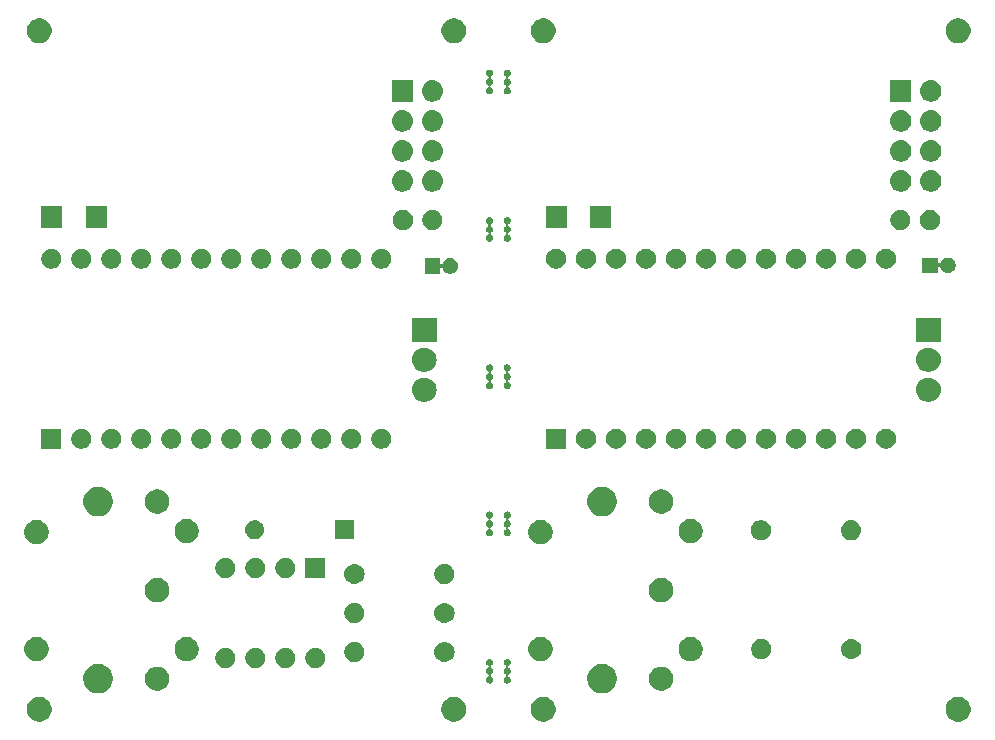
<source format=gbr>
G04 #@! TF.GenerationSoftware,KiCad,Pcbnew,(5.1.4-0-10_14)*
G04 #@! TF.CreationDate,2020-04-09T16:23:12-05:00*
G04 #@! TF.ProjectId,WIRELESS_MIDI_PANELIZED,57495245-4c45-4535-935f-4d4944495f50,rev?*
G04 #@! TF.SameCoordinates,Original*
G04 #@! TF.FileFunction,Soldermask,Top*
G04 #@! TF.FilePolarity,Negative*
%FSLAX46Y46*%
G04 Gerber Fmt 4.6, Leading zero omitted, Abs format (unit mm)*
G04 Created by KiCad (PCBNEW (5.1.4-0-10_14)) date 2020-04-09 16:23:12*
%MOMM*%
%LPD*%
G04 APERTURE LIST*
%ADD10C,0.100000*%
G04 APERTURE END LIST*
D10*
G36*
X178673364Y-142075589D02*
G01*
X178864633Y-142154815D01*
X178864635Y-142154816D01*
X179036773Y-142269835D01*
X179183165Y-142416227D01*
X179298185Y-142588367D01*
X179377411Y-142779636D01*
X179417800Y-142982684D01*
X179417800Y-143189716D01*
X179377411Y-143392764D01*
X179298185Y-143584033D01*
X179298184Y-143584035D01*
X179183165Y-143756173D01*
X179036773Y-143902565D01*
X178864635Y-144017584D01*
X178864634Y-144017585D01*
X178864633Y-144017585D01*
X178673364Y-144096811D01*
X178470316Y-144137200D01*
X178263284Y-144137200D01*
X178060236Y-144096811D01*
X177868967Y-144017585D01*
X177868966Y-144017585D01*
X177868965Y-144017584D01*
X177696827Y-143902565D01*
X177550435Y-143756173D01*
X177435416Y-143584035D01*
X177435415Y-143584033D01*
X177356189Y-143392764D01*
X177315800Y-143189716D01*
X177315800Y-142982684D01*
X177356189Y-142779636D01*
X177435415Y-142588367D01*
X177550435Y-142416227D01*
X177696827Y-142269835D01*
X177868965Y-142154816D01*
X177868967Y-142154815D01*
X178060236Y-142075589D01*
X178263284Y-142035200D01*
X178470316Y-142035200D01*
X178673364Y-142075589D01*
X178673364Y-142075589D01*
G37*
G36*
X143554564Y-142075589D02*
G01*
X143745833Y-142154815D01*
X143745835Y-142154816D01*
X143917973Y-142269835D01*
X144064365Y-142416227D01*
X144179385Y-142588367D01*
X144258611Y-142779636D01*
X144299000Y-142982684D01*
X144299000Y-143189716D01*
X144258611Y-143392764D01*
X144179385Y-143584033D01*
X144179384Y-143584035D01*
X144064365Y-143756173D01*
X143917973Y-143902565D01*
X143745835Y-144017584D01*
X143745834Y-144017585D01*
X143745833Y-144017585D01*
X143554564Y-144096811D01*
X143351516Y-144137200D01*
X143144484Y-144137200D01*
X142941436Y-144096811D01*
X142750167Y-144017585D01*
X142750166Y-144017585D01*
X142750165Y-144017584D01*
X142578027Y-143902565D01*
X142431635Y-143756173D01*
X142316616Y-143584035D01*
X142316615Y-143584033D01*
X142237389Y-143392764D01*
X142197000Y-143189716D01*
X142197000Y-142982684D01*
X142237389Y-142779636D01*
X142316615Y-142588367D01*
X142431635Y-142416227D01*
X142578027Y-142269835D01*
X142750165Y-142154816D01*
X142750167Y-142154815D01*
X142941436Y-142075589D01*
X143144484Y-142035200D01*
X143351516Y-142035200D01*
X143554564Y-142075589D01*
X143554564Y-142075589D01*
G37*
G36*
X135975964Y-142075589D02*
G01*
X136167233Y-142154815D01*
X136167235Y-142154816D01*
X136339373Y-142269835D01*
X136485765Y-142416227D01*
X136600785Y-142588367D01*
X136680011Y-142779636D01*
X136720400Y-142982684D01*
X136720400Y-143189716D01*
X136680011Y-143392764D01*
X136600785Y-143584033D01*
X136600784Y-143584035D01*
X136485765Y-143756173D01*
X136339373Y-143902565D01*
X136167235Y-144017584D01*
X136167234Y-144017585D01*
X136167233Y-144017585D01*
X135975964Y-144096811D01*
X135772916Y-144137200D01*
X135565884Y-144137200D01*
X135362836Y-144096811D01*
X135171567Y-144017585D01*
X135171566Y-144017585D01*
X135171565Y-144017584D01*
X134999427Y-143902565D01*
X134853035Y-143756173D01*
X134738016Y-143584035D01*
X134738015Y-143584033D01*
X134658789Y-143392764D01*
X134618400Y-143189716D01*
X134618400Y-142982684D01*
X134658789Y-142779636D01*
X134738015Y-142588367D01*
X134853035Y-142416227D01*
X134999427Y-142269835D01*
X135171565Y-142154816D01*
X135171567Y-142154815D01*
X135362836Y-142075589D01*
X135565884Y-142035200D01*
X135772916Y-142035200D01*
X135975964Y-142075589D01*
X135975964Y-142075589D01*
G37*
G36*
X100882564Y-142075589D02*
G01*
X101073833Y-142154815D01*
X101073835Y-142154816D01*
X101245973Y-142269835D01*
X101392365Y-142416227D01*
X101507385Y-142588367D01*
X101586611Y-142779636D01*
X101627000Y-142982684D01*
X101627000Y-143189716D01*
X101586611Y-143392764D01*
X101507385Y-143584033D01*
X101507384Y-143584035D01*
X101392365Y-143756173D01*
X101245973Y-143902565D01*
X101073835Y-144017584D01*
X101073834Y-144017585D01*
X101073833Y-144017585D01*
X100882564Y-144096811D01*
X100679516Y-144137200D01*
X100472484Y-144137200D01*
X100269436Y-144096811D01*
X100078167Y-144017585D01*
X100078166Y-144017585D01*
X100078165Y-144017584D01*
X99906027Y-143902565D01*
X99759635Y-143756173D01*
X99644616Y-143584035D01*
X99644615Y-143584033D01*
X99565389Y-143392764D01*
X99525000Y-143189716D01*
X99525000Y-142982684D01*
X99565389Y-142779636D01*
X99644615Y-142588367D01*
X99759635Y-142416227D01*
X99906027Y-142269835D01*
X100078165Y-142154816D01*
X100078167Y-142154815D01*
X100269436Y-142075589D01*
X100472484Y-142035200D01*
X100679516Y-142035200D01*
X100882564Y-142075589D01*
X100882564Y-142075589D01*
G37*
G36*
X148586903Y-139279875D02*
G01*
X148812855Y-139373467D01*
X148814571Y-139374178D01*
X149019466Y-139511085D01*
X149193715Y-139685334D01*
X149289552Y-139828764D01*
X149330623Y-139890231D01*
X149424925Y-140117897D01*
X149473000Y-140359586D01*
X149473000Y-140606014D01*
X149435552Y-140794276D01*
X149424925Y-140847703D01*
X149330622Y-141075371D01*
X149193715Y-141280266D01*
X149019466Y-141454515D01*
X148814571Y-141591422D01*
X148814570Y-141591423D01*
X148814569Y-141591423D01*
X148586903Y-141685725D01*
X148345214Y-141733800D01*
X148098786Y-141733800D01*
X147857097Y-141685725D01*
X147629431Y-141591423D01*
X147629430Y-141591423D01*
X147629429Y-141591422D01*
X147424534Y-141454515D01*
X147250285Y-141280266D01*
X147113378Y-141075371D01*
X147019075Y-140847703D01*
X147008448Y-140794276D01*
X146971000Y-140606014D01*
X146971000Y-140359586D01*
X147019075Y-140117897D01*
X147113377Y-139890231D01*
X147154448Y-139828764D01*
X147250285Y-139685334D01*
X147424534Y-139511085D01*
X147629429Y-139374178D01*
X147631146Y-139373467D01*
X147857097Y-139279875D01*
X148098786Y-139231800D01*
X148345214Y-139231800D01*
X148586903Y-139279875D01*
X148586903Y-139279875D01*
G37*
G36*
X105914903Y-139279875D02*
G01*
X106140855Y-139373467D01*
X106142571Y-139374178D01*
X106347466Y-139511085D01*
X106521715Y-139685334D01*
X106617552Y-139828764D01*
X106658623Y-139890231D01*
X106752925Y-140117897D01*
X106801000Y-140359586D01*
X106801000Y-140606014D01*
X106763552Y-140794276D01*
X106752925Y-140847703D01*
X106658622Y-141075371D01*
X106521715Y-141280266D01*
X106347466Y-141454515D01*
X106142571Y-141591422D01*
X106142570Y-141591423D01*
X106142569Y-141591423D01*
X105914903Y-141685725D01*
X105673214Y-141733800D01*
X105426786Y-141733800D01*
X105185097Y-141685725D01*
X104957431Y-141591423D01*
X104957430Y-141591423D01*
X104957429Y-141591422D01*
X104752534Y-141454515D01*
X104578285Y-141280266D01*
X104441378Y-141075371D01*
X104347075Y-140847703D01*
X104336448Y-140794276D01*
X104299000Y-140606014D01*
X104299000Y-140359586D01*
X104347075Y-140117897D01*
X104441377Y-139890231D01*
X104482448Y-139828764D01*
X104578285Y-139685334D01*
X104752534Y-139511085D01*
X104957429Y-139374178D01*
X104959146Y-139373467D01*
X105185097Y-139279875D01*
X105426786Y-139231800D01*
X105673214Y-139231800D01*
X105914903Y-139279875D01*
X105914903Y-139279875D01*
G37*
G36*
X153521272Y-139496228D02*
G01*
X153707991Y-139573570D01*
X153707993Y-139573571D01*
X153876037Y-139685854D01*
X154018946Y-139828763D01*
X154093404Y-139940198D01*
X154131230Y-139996809D01*
X154208572Y-140183528D01*
X154248000Y-140381747D01*
X154248000Y-140583853D01*
X154208572Y-140782072D01*
X154163107Y-140891833D01*
X154131229Y-140968793D01*
X154018946Y-141136837D01*
X153876037Y-141279746D01*
X153707993Y-141392029D01*
X153707992Y-141392030D01*
X153707991Y-141392030D01*
X153521272Y-141469372D01*
X153323053Y-141508800D01*
X153120947Y-141508800D01*
X152922728Y-141469372D01*
X152736009Y-141392030D01*
X152736008Y-141392030D01*
X152736007Y-141392029D01*
X152567963Y-141279746D01*
X152425054Y-141136837D01*
X152312771Y-140968793D01*
X152280893Y-140891833D01*
X152235428Y-140782072D01*
X152196000Y-140583853D01*
X152196000Y-140381747D01*
X152235428Y-140183528D01*
X152312770Y-139996809D01*
X152350596Y-139940198D01*
X152425054Y-139828763D01*
X152567963Y-139685854D01*
X152736007Y-139573571D01*
X152736009Y-139573570D01*
X152922728Y-139496228D01*
X153120947Y-139456800D01*
X153323053Y-139456800D01*
X153521272Y-139496228D01*
X153521272Y-139496228D01*
G37*
G36*
X110849272Y-139496228D02*
G01*
X111035991Y-139573570D01*
X111035993Y-139573571D01*
X111204037Y-139685854D01*
X111346946Y-139828763D01*
X111421404Y-139940198D01*
X111459230Y-139996809D01*
X111536572Y-140183528D01*
X111576000Y-140381747D01*
X111576000Y-140583853D01*
X111536572Y-140782072D01*
X111491107Y-140891833D01*
X111459229Y-140968793D01*
X111346946Y-141136837D01*
X111204037Y-141279746D01*
X111035993Y-141392029D01*
X111035992Y-141392030D01*
X111035991Y-141392030D01*
X110849272Y-141469372D01*
X110651053Y-141508800D01*
X110448947Y-141508800D01*
X110250728Y-141469372D01*
X110064009Y-141392030D01*
X110064008Y-141392030D01*
X110064007Y-141392029D01*
X109895963Y-141279746D01*
X109753054Y-141136837D01*
X109640771Y-140968793D01*
X109608893Y-140891833D01*
X109563428Y-140782072D01*
X109524000Y-140583853D01*
X109524000Y-140381747D01*
X109563428Y-140183528D01*
X109640770Y-139996809D01*
X109678596Y-139940198D01*
X109753054Y-139828763D01*
X109895963Y-139685854D01*
X110064007Y-139573571D01*
X110064009Y-139573570D01*
X110250728Y-139496228D01*
X110448947Y-139456800D01*
X110651053Y-139456800D01*
X110849272Y-139496228D01*
X110849272Y-139496228D01*
G37*
G36*
X140283797Y-138812967D02*
G01*
X140328440Y-138831459D01*
X140338577Y-138835658D01*
X140387876Y-138868598D01*
X140429802Y-138910524D01*
X140462742Y-138959823D01*
X140462743Y-138959825D01*
X140485433Y-139014603D01*
X140497000Y-139072753D01*
X140497000Y-139132047D01*
X140485433Y-139190197D01*
X140468200Y-139231800D01*
X140462742Y-139244977D01*
X140429802Y-139294276D01*
X140387876Y-139336202D01*
X140338577Y-139369142D01*
X140332104Y-139373467D01*
X140313162Y-139389012D01*
X140297617Y-139407954D01*
X140286066Y-139429565D01*
X140278953Y-139453014D01*
X140276551Y-139477400D01*
X140278953Y-139501786D01*
X140286066Y-139525235D01*
X140297617Y-139546846D01*
X140313162Y-139565788D01*
X140332104Y-139581333D01*
X140338577Y-139585658D01*
X140387876Y-139618598D01*
X140429802Y-139660524D01*
X140462742Y-139709823D01*
X140462743Y-139709825D01*
X140485433Y-139764603D01*
X140497000Y-139822753D01*
X140497000Y-139882047D01*
X140485433Y-139940197D01*
X140462743Y-139994975D01*
X140462742Y-139994977D01*
X140429802Y-140044276D01*
X140387876Y-140086202D01*
X140340440Y-140117897D01*
X140332104Y-140123467D01*
X140313162Y-140139012D01*
X140297617Y-140157954D01*
X140286066Y-140179565D01*
X140278953Y-140203014D01*
X140276551Y-140227400D01*
X140278953Y-140251786D01*
X140286066Y-140275235D01*
X140297617Y-140296846D01*
X140313162Y-140315788D01*
X140332104Y-140331333D01*
X140338577Y-140335658D01*
X140387876Y-140368598D01*
X140429802Y-140410524D01*
X140462742Y-140459823D01*
X140462743Y-140459825D01*
X140485433Y-140514603D01*
X140497000Y-140572753D01*
X140497000Y-140632047D01*
X140485433Y-140690197D01*
X140462743Y-140744975D01*
X140462742Y-140744977D01*
X140429802Y-140794276D01*
X140387876Y-140836202D01*
X140338577Y-140869142D01*
X140338576Y-140869143D01*
X140338575Y-140869143D01*
X140283797Y-140891833D01*
X140225647Y-140903400D01*
X140166353Y-140903400D01*
X140108203Y-140891833D01*
X140053425Y-140869143D01*
X140053424Y-140869143D01*
X140053423Y-140869142D01*
X140004124Y-140836202D01*
X139962198Y-140794276D01*
X139929258Y-140744977D01*
X139929257Y-140744975D01*
X139906567Y-140690197D01*
X139895000Y-140632047D01*
X139895000Y-140572753D01*
X139906567Y-140514603D01*
X139929257Y-140459825D01*
X139929258Y-140459823D01*
X139962198Y-140410524D01*
X140004124Y-140368598D01*
X140053423Y-140335658D01*
X140059896Y-140331333D01*
X140078838Y-140315788D01*
X140094383Y-140296846D01*
X140105934Y-140275235D01*
X140113047Y-140251786D01*
X140115449Y-140227400D01*
X140113047Y-140203014D01*
X140105934Y-140179565D01*
X140094383Y-140157954D01*
X140078838Y-140139012D01*
X140059896Y-140123467D01*
X140051560Y-140117897D01*
X140004124Y-140086202D01*
X139962198Y-140044276D01*
X139929258Y-139994977D01*
X139929257Y-139994975D01*
X139906567Y-139940197D01*
X139895000Y-139882047D01*
X139895000Y-139822753D01*
X139906567Y-139764603D01*
X139929257Y-139709825D01*
X139929258Y-139709823D01*
X139962198Y-139660524D01*
X140004124Y-139618598D01*
X140053423Y-139585658D01*
X140059896Y-139581333D01*
X140078838Y-139565788D01*
X140094383Y-139546846D01*
X140105934Y-139525235D01*
X140113047Y-139501786D01*
X140115449Y-139477400D01*
X140113047Y-139453014D01*
X140105934Y-139429565D01*
X140094383Y-139407954D01*
X140078838Y-139389012D01*
X140059896Y-139373467D01*
X140053423Y-139369142D01*
X140004124Y-139336202D01*
X139962198Y-139294276D01*
X139929258Y-139244977D01*
X139923800Y-139231800D01*
X139906567Y-139190197D01*
X139895000Y-139132047D01*
X139895000Y-139072753D01*
X139906567Y-139014603D01*
X139929257Y-138959825D01*
X139929258Y-138959823D01*
X139962198Y-138910524D01*
X140004124Y-138868598D01*
X140053423Y-138835658D01*
X140063560Y-138831459D01*
X140108203Y-138812967D01*
X140166353Y-138801400D01*
X140225647Y-138801400D01*
X140283797Y-138812967D01*
X140283797Y-138812967D01*
G37*
G36*
X138783797Y-138812967D02*
G01*
X138828440Y-138831459D01*
X138838577Y-138835658D01*
X138887876Y-138868598D01*
X138929802Y-138910524D01*
X138962742Y-138959823D01*
X138962743Y-138959825D01*
X138985433Y-139014603D01*
X138997000Y-139072753D01*
X138997000Y-139132047D01*
X138985433Y-139190197D01*
X138968200Y-139231800D01*
X138962742Y-139244977D01*
X138929802Y-139294276D01*
X138887876Y-139336202D01*
X138838577Y-139369142D01*
X138832104Y-139373467D01*
X138813162Y-139389012D01*
X138797617Y-139407954D01*
X138786066Y-139429565D01*
X138778953Y-139453014D01*
X138776551Y-139477400D01*
X138778953Y-139501786D01*
X138786066Y-139525235D01*
X138797617Y-139546846D01*
X138813162Y-139565788D01*
X138832104Y-139581333D01*
X138838577Y-139585658D01*
X138887876Y-139618598D01*
X138929802Y-139660524D01*
X138962742Y-139709823D01*
X138962743Y-139709825D01*
X138985433Y-139764603D01*
X138997000Y-139822753D01*
X138997000Y-139882047D01*
X138985433Y-139940197D01*
X138962743Y-139994975D01*
X138962742Y-139994977D01*
X138929802Y-140044276D01*
X138887876Y-140086202D01*
X138840440Y-140117897D01*
X138832104Y-140123467D01*
X138813162Y-140139012D01*
X138797617Y-140157954D01*
X138786066Y-140179565D01*
X138778953Y-140203014D01*
X138776551Y-140227400D01*
X138778953Y-140251786D01*
X138786066Y-140275235D01*
X138797617Y-140296846D01*
X138813162Y-140315788D01*
X138832104Y-140331333D01*
X138838577Y-140335658D01*
X138887876Y-140368598D01*
X138929802Y-140410524D01*
X138962742Y-140459823D01*
X138962743Y-140459825D01*
X138985433Y-140514603D01*
X138997000Y-140572753D01*
X138997000Y-140632047D01*
X138985433Y-140690197D01*
X138962743Y-140744975D01*
X138962742Y-140744977D01*
X138929802Y-140794276D01*
X138887876Y-140836202D01*
X138838577Y-140869142D01*
X138838576Y-140869143D01*
X138838575Y-140869143D01*
X138783797Y-140891833D01*
X138725647Y-140903400D01*
X138666353Y-140903400D01*
X138608203Y-140891833D01*
X138553425Y-140869143D01*
X138553424Y-140869143D01*
X138553423Y-140869142D01*
X138504124Y-140836202D01*
X138462198Y-140794276D01*
X138429258Y-140744977D01*
X138429257Y-140744975D01*
X138406567Y-140690197D01*
X138395000Y-140632047D01*
X138395000Y-140572753D01*
X138406567Y-140514603D01*
X138429257Y-140459825D01*
X138429258Y-140459823D01*
X138462198Y-140410524D01*
X138504124Y-140368598D01*
X138553423Y-140335658D01*
X138559896Y-140331333D01*
X138578838Y-140315788D01*
X138594383Y-140296846D01*
X138605934Y-140275235D01*
X138613047Y-140251786D01*
X138615449Y-140227400D01*
X138613047Y-140203014D01*
X138605934Y-140179565D01*
X138594383Y-140157954D01*
X138578838Y-140139012D01*
X138559896Y-140123467D01*
X138551560Y-140117897D01*
X138504124Y-140086202D01*
X138462198Y-140044276D01*
X138429258Y-139994977D01*
X138429257Y-139994975D01*
X138406567Y-139940197D01*
X138395000Y-139882047D01*
X138395000Y-139822753D01*
X138406567Y-139764603D01*
X138429257Y-139709825D01*
X138429258Y-139709823D01*
X138462198Y-139660524D01*
X138504124Y-139618598D01*
X138553423Y-139585658D01*
X138559896Y-139581333D01*
X138578838Y-139565788D01*
X138594383Y-139546846D01*
X138605934Y-139525235D01*
X138613047Y-139501786D01*
X138615449Y-139477400D01*
X138613047Y-139453014D01*
X138605934Y-139429565D01*
X138594383Y-139407954D01*
X138578838Y-139389012D01*
X138559896Y-139373467D01*
X138553423Y-139369142D01*
X138504124Y-139336202D01*
X138462198Y-139294276D01*
X138429258Y-139244977D01*
X138423800Y-139231800D01*
X138406567Y-139190197D01*
X138395000Y-139132047D01*
X138395000Y-139072753D01*
X138406567Y-139014603D01*
X138429257Y-138959825D01*
X138429258Y-138959823D01*
X138462198Y-138910524D01*
X138504124Y-138868598D01*
X138553423Y-138835658D01*
X138563560Y-138831459D01*
X138608203Y-138812967D01*
X138666353Y-138801400D01*
X138725647Y-138801400D01*
X138783797Y-138812967D01*
X138783797Y-138812967D01*
G37*
G36*
X124200228Y-137916503D02*
G01*
X124355100Y-137980653D01*
X124494481Y-138073785D01*
X124613015Y-138192319D01*
X124706147Y-138331700D01*
X124770297Y-138486572D01*
X124803000Y-138650984D01*
X124803000Y-138818616D01*
X124770297Y-138983028D01*
X124706147Y-139137900D01*
X124613015Y-139277281D01*
X124494481Y-139395815D01*
X124355100Y-139488947D01*
X124200228Y-139553097D01*
X124035816Y-139585800D01*
X123868184Y-139585800D01*
X123703772Y-139553097D01*
X123548900Y-139488947D01*
X123409519Y-139395815D01*
X123290985Y-139277281D01*
X123197853Y-139137900D01*
X123133703Y-138983028D01*
X123101000Y-138818616D01*
X123101000Y-138650984D01*
X123133703Y-138486572D01*
X123197853Y-138331700D01*
X123290985Y-138192319D01*
X123409519Y-138073785D01*
X123548900Y-137980653D01*
X123703772Y-137916503D01*
X123868184Y-137883800D01*
X124035816Y-137883800D01*
X124200228Y-137916503D01*
X124200228Y-137916503D01*
G37*
G36*
X121660228Y-137916503D02*
G01*
X121815100Y-137980653D01*
X121954481Y-138073785D01*
X122073015Y-138192319D01*
X122166147Y-138331700D01*
X122230297Y-138486572D01*
X122263000Y-138650984D01*
X122263000Y-138818616D01*
X122230297Y-138983028D01*
X122166147Y-139137900D01*
X122073015Y-139277281D01*
X121954481Y-139395815D01*
X121815100Y-139488947D01*
X121660228Y-139553097D01*
X121495816Y-139585800D01*
X121328184Y-139585800D01*
X121163772Y-139553097D01*
X121008900Y-139488947D01*
X120869519Y-139395815D01*
X120750985Y-139277281D01*
X120657853Y-139137900D01*
X120593703Y-138983028D01*
X120561000Y-138818616D01*
X120561000Y-138650984D01*
X120593703Y-138486572D01*
X120657853Y-138331700D01*
X120750985Y-138192319D01*
X120869519Y-138073785D01*
X121008900Y-137980653D01*
X121163772Y-137916503D01*
X121328184Y-137883800D01*
X121495816Y-137883800D01*
X121660228Y-137916503D01*
X121660228Y-137916503D01*
G37*
G36*
X119120228Y-137916503D02*
G01*
X119275100Y-137980653D01*
X119414481Y-138073785D01*
X119533015Y-138192319D01*
X119626147Y-138331700D01*
X119690297Y-138486572D01*
X119723000Y-138650984D01*
X119723000Y-138818616D01*
X119690297Y-138983028D01*
X119626147Y-139137900D01*
X119533015Y-139277281D01*
X119414481Y-139395815D01*
X119275100Y-139488947D01*
X119120228Y-139553097D01*
X118955816Y-139585800D01*
X118788184Y-139585800D01*
X118623772Y-139553097D01*
X118468900Y-139488947D01*
X118329519Y-139395815D01*
X118210985Y-139277281D01*
X118117853Y-139137900D01*
X118053703Y-138983028D01*
X118021000Y-138818616D01*
X118021000Y-138650984D01*
X118053703Y-138486572D01*
X118117853Y-138331700D01*
X118210985Y-138192319D01*
X118329519Y-138073785D01*
X118468900Y-137980653D01*
X118623772Y-137916503D01*
X118788184Y-137883800D01*
X118955816Y-137883800D01*
X119120228Y-137916503D01*
X119120228Y-137916503D01*
G37*
G36*
X116580228Y-137916503D02*
G01*
X116735100Y-137980653D01*
X116874481Y-138073785D01*
X116993015Y-138192319D01*
X117086147Y-138331700D01*
X117150297Y-138486572D01*
X117183000Y-138650984D01*
X117183000Y-138818616D01*
X117150297Y-138983028D01*
X117086147Y-139137900D01*
X116993015Y-139277281D01*
X116874481Y-139395815D01*
X116735100Y-139488947D01*
X116580228Y-139553097D01*
X116415816Y-139585800D01*
X116248184Y-139585800D01*
X116083772Y-139553097D01*
X115928900Y-139488947D01*
X115789519Y-139395815D01*
X115670985Y-139277281D01*
X115577853Y-139137900D01*
X115513703Y-138983028D01*
X115481000Y-138818616D01*
X115481000Y-138650984D01*
X115513703Y-138486572D01*
X115577853Y-138331700D01*
X115670985Y-138192319D01*
X115789519Y-138073785D01*
X115928900Y-137980653D01*
X116083772Y-137916503D01*
X116248184Y-137883800D01*
X116415816Y-137883800D01*
X116580228Y-137916503D01*
X116580228Y-137916503D01*
G37*
G36*
X135040823Y-137388113D02*
G01*
X135201242Y-137436776D01*
X135333906Y-137507686D01*
X135349078Y-137515796D01*
X135478659Y-137622141D01*
X135585004Y-137751722D01*
X135585005Y-137751724D01*
X135664024Y-137899558D01*
X135712687Y-138059977D01*
X135729117Y-138226800D01*
X135712687Y-138393623D01*
X135664024Y-138554042D01*
X135619769Y-138636837D01*
X135585004Y-138701878D01*
X135478659Y-138831459D01*
X135349078Y-138937804D01*
X135349076Y-138937805D01*
X135201242Y-139016824D01*
X135040823Y-139065487D01*
X134915804Y-139077800D01*
X134832196Y-139077800D01*
X134707177Y-139065487D01*
X134546758Y-139016824D01*
X134398924Y-138937805D01*
X134398922Y-138937804D01*
X134269341Y-138831459D01*
X134162996Y-138701878D01*
X134128231Y-138636837D01*
X134083976Y-138554042D01*
X134035313Y-138393623D01*
X134018883Y-138226800D01*
X134035313Y-138059977D01*
X134083976Y-137899558D01*
X134162995Y-137751724D01*
X134162996Y-137751722D01*
X134269341Y-137622141D01*
X134398922Y-137515796D01*
X134414094Y-137507686D01*
X134546758Y-137436776D01*
X134707177Y-137388113D01*
X134832196Y-137375800D01*
X134915804Y-137375800D01*
X135040823Y-137388113D01*
X135040823Y-137388113D01*
G37*
G36*
X127502228Y-137408503D02*
G01*
X127657100Y-137472653D01*
X127796481Y-137565785D01*
X127915015Y-137684319D01*
X128008147Y-137823700D01*
X128072297Y-137978572D01*
X128105000Y-138142984D01*
X128105000Y-138310616D01*
X128072297Y-138475028D01*
X128008147Y-138629900D01*
X127915015Y-138769281D01*
X127796481Y-138887815D01*
X127657100Y-138980947D01*
X127502228Y-139045097D01*
X127337816Y-139077800D01*
X127170184Y-139077800D01*
X127005772Y-139045097D01*
X126850900Y-138980947D01*
X126711519Y-138887815D01*
X126592985Y-138769281D01*
X126499853Y-138629900D01*
X126435703Y-138475028D01*
X126403000Y-138310616D01*
X126403000Y-138142984D01*
X126435703Y-137978572D01*
X126499853Y-137823700D01*
X126592985Y-137684319D01*
X126711519Y-137565785D01*
X126850900Y-137472653D01*
X127005772Y-137408503D01*
X127170184Y-137375800D01*
X127337816Y-137375800D01*
X127502228Y-137408503D01*
X127502228Y-137408503D01*
G37*
G36*
X156021272Y-136996228D02*
G01*
X156183851Y-137063571D01*
X156207993Y-137073571D01*
X156376037Y-137185854D01*
X156518946Y-137328763D01*
X156631229Y-137496807D01*
X156631230Y-137496809D01*
X156708572Y-137683528D01*
X156748000Y-137881747D01*
X156748000Y-138083853D01*
X156708572Y-138282072D01*
X156662365Y-138393625D01*
X156631229Y-138468793D01*
X156518946Y-138636837D01*
X156376037Y-138779746D01*
X156207993Y-138892029D01*
X156207992Y-138892030D01*
X156207991Y-138892030D01*
X156021272Y-138969372D01*
X155823053Y-139008800D01*
X155620947Y-139008800D01*
X155422728Y-138969372D01*
X155236009Y-138892030D01*
X155236008Y-138892030D01*
X155236007Y-138892029D01*
X155067963Y-138779746D01*
X154925054Y-138636837D01*
X154812771Y-138468793D01*
X154781635Y-138393625D01*
X154735428Y-138282072D01*
X154696000Y-138083853D01*
X154696000Y-137881747D01*
X154735428Y-137683528D01*
X154812770Y-137496809D01*
X154812771Y-137496807D01*
X154925054Y-137328763D01*
X155067963Y-137185854D01*
X155236007Y-137073571D01*
X155260149Y-137063571D01*
X155422728Y-136996228D01*
X155620947Y-136956800D01*
X155823053Y-136956800D01*
X156021272Y-136996228D01*
X156021272Y-136996228D01*
G37*
G36*
X113349272Y-136996228D02*
G01*
X113511851Y-137063571D01*
X113535993Y-137073571D01*
X113704037Y-137185854D01*
X113846946Y-137328763D01*
X113959229Y-137496807D01*
X113959230Y-137496809D01*
X114036572Y-137683528D01*
X114076000Y-137881747D01*
X114076000Y-138083853D01*
X114036572Y-138282072D01*
X113990365Y-138393625D01*
X113959229Y-138468793D01*
X113846946Y-138636837D01*
X113704037Y-138779746D01*
X113535993Y-138892029D01*
X113535992Y-138892030D01*
X113535991Y-138892030D01*
X113349272Y-138969372D01*
X113151053Y-139008800D01*
X112948947Y-139008800D01*
X112750728Y-138969372D01*
X112564009Y-138892030D01*
X112564008Y-138892030D01*
X112564007Y-138892029D01*
X112395963Y-138779746D01*
X112253054Y-138636837D01*
X112140771Y-138468793D01*
X112109635Y-138393625D01*
X112063428Y-138282072D01*
X112024000Y-138083853D01*
X112024000Y-137881747D01*
X112063428Y-137683528D01*
X112140770Y-137496809D01*
X112140771Y-137496807D01*
X112253054Y-137328763D01*
X112395963Y-137185854D01*
X112564007Y-137073571D01*
X112588149Y-137063571D01*
X112750728Y-136996228D01*
X112948947Y-136956800D01*
X113151053Y-136956800D01*
X113349272Y-136996228D01*
X113349272Y-136996228D01*
G37*
G36*
X143301272Y-136986228D02*
G01*
X143487991Y-137063570D01*
X143487993Y-137063571D01*
X143656037Y-137175854D01*
X143798946Y-137318763D01*
X143911229Y-137486807D01*
X143911230Y-137486809D01*
X143988572Y-137673528D01*
X144028000Y-137871747D01*
X144028000Y-138073853D01*
X143988572Y-138272072D01*
X143915751Y-138447876D01*
X143911229Y-138458793D01*
X143798946Y-138626837D01*
X143656037Y-138769746D01*
X143487993Y-138882029D01*
X143487992Y-138882030D01*
X143487991Y-138882030D01*
X143301272Y-138959372D01*
X143103053Y-138998800D01*
X142900947Y-138998800D01*
X142702728Y-138959372D01*
X142516009Y-138882030D01*
X142516008Y-138882030D01*
X142516007Y-138882029D01*
X142347963Y-138769746D01*
X142205054Y-138626837D01*
X142092771Y-138458793D01*
X142088249Y-138447876D01*
X142015428Y-138272072D01*
X141976000Y-138073853D01*
X141976000Y-137871747D01*
X142015428Y-137673528D01*
X142092770Y-137486809D01*
X142092771Y-137486807D01*
X142205054Y-137318763D01*
X142347963Y-137175854D01*
X142516007Y-137063571D01*
X142516009Y-137063570D01*
X142702728Y-136986228D01*
X142900947Y-136946800D01*
X143103053Y-136946800D01*
X143301272Y-136986228D01*
X143301272Y-136986228D01*
G37*
G36*
X100629272Y-136986228D02*
G01*
X100815991Y-137063570D01*
X100815993Y-137063571D01*
X100984037Y-137175854D01*
X101126946Y-137318763D01*
X101239229Y-137486807D01*
X101239230Y-137486809D01*
X101316572Y-137673528D01*
X101356000Y-137871747D01*
X101356000Y-138073853D01*
X101316572Y-138272072D01*
X101243751Y-138447876D01*
X101239229Y-138458793D01*
X101126946Y-138626837D01*
X100984037Y-138769746D01*
X100815993Y-138882029D01*
X100815992Y-138882030D01*
X100815991Y-138882030D01*
X100629272Y-138959372D01*
X100431053Y-138998800D01*
X100228947Y-138998800D01*
X100030728Y-138959372D01*
X99844009Y-138882030D01*
X99844008Y-138882030D01*
X99844007Y-138882029D01*
X99675963Y-138769746D01*
X99533054Y-138626837D01*
X99420771Y-138458793D01*
X99416249Y-138447876D01*
X99343428Y-138272072D01*
X99304000Y-138073853D01*
X99304000Y-137871747D01*
X99343428Y-137673528D01*
X99420770Y-137486809D01*
X99420771Y-137486807D01*
X99533054Y-137318763D01*
X99675963Y-137175854D01*
X99844007Y-137063571D01*
X99844009Y-137063570D01*
X100030728Y-136986228D01*
X100228947Y-136946800D01*
X100431053Y-136946800D01*
X100629272Y-136986228D01*
X100629272Y-136986228D01*
G37*
G36*
X161944628Y-137154503D02*
G01*
X162099500Y-137218653D01*
X162238881Y-137311785D01*
X162357415Y-137430319D01*
X162450547Y-137569700D01*
X162514697Y-137724572D01*
X162547400Y-137888984D01*
X162547400Y-138056616D01*
X162514697Y-138221028D01*
X162450547Y-138375900D01*
X162357415Y-138515281D01*
X162238881Y-138633815D01*
X162099500Y-138726947D01*
X161944628Y-138791097D01*
X161780216Y-138823800D01*
X161612584Y-138823800D01*
X161448172Y-138791097D01*
X161293300Y-138726947D01*
X161153919Y-138633815D01*
X161035385Y-138515281D01*
X160942253Y-138375900D01*
X160878103Y-138221028D01*
X160845400Y-138056616D01*
X160845400Y-137888984D01*
X160878103Y-137724572D01*
X160942253Y-137569700D01*
X161035385Y-137430319D01*
X161153919Y-137311785D01*
X161293300Y-137218653D01*
X161448172Y-137154503D01*
X161612584Y-137121800D01*
X161780216Y-137121800D01*
X161944628Y-137154503D01*
X161944628Y-137154503D01*
G37*
G36*
X169483223Y-137134113D02*
G01*
X169643642Y-137182776D01*
X169710761Y-137218652D01*
X169791478Y-137261796D01*
X169921059Y-137368141D01*
X170027404Y-137497722D01*
X170027405Y-137497724D01*
X170106424Y-137645558D01*
X170155087Y-137805977D01*
X170171517Y-137972800D01*
X170155087Y-138139623D01*
X170106424Y-138300042D01*
X170065877Y-138375900D01*
X170027404Y-138447878D01*
X169921059Y-138577459D01*
X169791478Y-138683804D01*
X169791476Y-138683805D01*
X169643642Y-138762824D01*
X169483223Y-138811487D01*
X169358204Y-138823800D01*
X169274596Y-138823800D01*
X169149577Y-138811487D01*
X168989158Y-138762824D01*
X168841324Y-138683805D01*
X168841322Y-138683804D01*
X168711741Y-138577459D01*
X168605396Y-138447878D01*
X168566923Y-138375900D01*
X168526376Y-138300042D01*
X168477713Y-138139623D01*
X168461283Y-137972800D01*
X168477713Y-137805977D01*
X168526376Y-137645558D01*
X168605395Y-137497724D01*
X168605396Y-137497722D01*
X168711741Y-137368141D01*
X168841322Y-137261796D01*
X168922039Y-137218652D01*
X168989158Y-137182776D01*
X169149577Y-137134113D01*
X169274596Y-137121800D01*
X169358204Y-137121800D01*
X169483223Y-137134113D01*
X169483223Y-137134113D01*
G37*
G36*
X135040823Y-134086113D02*
G01*
X135201242Y-134134776D01*
X135268361Y-134170652D01*
X135349078Y-134213796D01*
X135478659Y-134320141D01*
X135585004Y-134449722D01*
X135585005Y-134449724D01*
X135664024Y-134597558D01*
X135712687Y-134757977D01*
X135729117Y-134924800D01*
X135712687Y-135091623D01*
X135664024Y-135252042D01*
X135623477Y-135327900D01*
X135585004Y-135399878D01*
X135478659Y-135529459D01*
X135349078Y-135635804D01*
X135349076Y-135635805D01*
X135201242Y-135714824D01*
X135040823Y-135763487D01*
X134915804Y-135775800D01*
X134832196Y-135775800D01*
X134707177Y-135763487D01*
X134546758Y-135714824D01*
X134398924Y-135635805D01*
X134398922Y-135635804D01*
X134269341Y-135529459D01*
X134162996Y-135399878D01*
X134124523Y-135327900D01*
X134083976Y-135252042D01*
X134035313Y-135091623D01*
X134018883Y-134924800D01*
X134035313Y-134757977D01*
X134083976Y-134597558D01*
X134162995Y-134449724D01*
X134162996Y-134449722D01*
X134269341Y-134320141D01*
X134398922Y-134213796D01*
X134479639Y-134170652D01*
X134546758Y-134134776D01*
X134707177Y-134086113D01*
X134832196Y-134073800D01*
X134915804Y-134073800D01*
X135040823Y-134086113D01*
X135040823Y-134086113D01*
G37*
G36*
X127502228Y-134106503D02*
G01*
X127657100Y-134170653D01*
X127796481Y-134263785D01*
X127915015Y-134382319D01*
X128008147Y-134521700D01*
X128072297Y-134676572D01*
X128105000Y-134840984D01*
X128105000Y-135008616D01*
X128072297Y-135173028D01*
X128008147Y-135327900D01*
X127915015Y-135467281D01*
X127796481Y-135585815D01*
X127657100Y-135678947D01*
X127502228Y-135743097D01*
X127337816Y-135775800D01*
X127170184Y-135775800D01*
X127005772Y-135743097D01*
X126850900Y-135678947D01*
X126711519Y-135585815D01*
X126592985Y-135467281D01*
X126499853Y-135327900D01*
X126435703Y-135173028D01*
X126403000Y-135008616D01*
X126403000Y-134840984D01*
X126435703Y-134676572D01*
X126499853Y-134521700D01*
X126592985Y-134382319D01*
X126711519Y-134263785D01*
X126850900Y-134170653D01*
X127005772Y-134106503D01*
X127170184Y-134073800D01*
X127337816Y-134073800D01*
X127502228Y-134106503D01*
X127502228Y-134106503D01*
G37*
G36*
X110849272Y-131996228D02*
G01*
X111035991Y-132073570D01*
X111035993Y-132073571D01*
X111204037Y-132185854D01*
X111346946Y-132328763D01*
X111435628Y-132461486D01*
X111459230Y-132496809D01*
X111536572Y-132683528D01*
X111576000Y-132881747D01*
X111576000Y-133083853D01*
X111536572Y-133282072D01*
X111459230Y-133468791D01*
X111459229Y-133468793D01*
X111346946Y-133636837D01*
X111204037Y-133779746D01*
X111035993Y-133892029D01*
X111035992Y-133892030D01*
X111035991Y-133892030D01*
X110849272Y-133969372D01*
X110651053Y-134008800D01*
X110448947Y-134008800D01*
X110250728Y-133969372D01*
X110064009Y-133892030D01*
X110064008Y-133892030D01*
X110064007Y-133892029D01*
X109895963Y-133779746D01*
X109753054Y-133636837D01*
X109640771Y-133468793D01*
X109640770Y-133468791D01*
X109563428Y-133282072D01*
X109524000Y-133083853D01*
X109524000Y-132881747D01*
X109563428Y-132683528D01*
X109640770Y-132496809D01*
X109664372Y-132461486D01*
X109753054Y-132328763D01*
X109895963Y-132185854D01*
X110064007Y-132073571D01*
X110064009Y-132073570D01*
X110250728Y-131996228D01*
X110448947Y-131956800D01*
X110651053Y-131956800D01*
X110849272Y-131996228D01*
X110849272Y-131996228D01*
G37*
G36*
X153521272Y-131996228D02*
G01*
X153707991Y-132073570D01*
X153707993Y-132073571D01*
X153876037Y-132185854D01*
X154018946Y-132328763D01*
X154107628Y-132461486D01*
X154131230Y-132496809D01*
X154208572Y-132683528D01*
X154248000Y-132881747D01*
X154248000Y-133083853D01*
X154208572Y-133282072D01*
X154131230Y-133468791D01*
X154131229Y-133468793D01*
X154018946Y-133636837D01*
X153876037Y-133779746D01*
X153707993Y-133892029D01*
X153707992Y-133892030D01*
X153707991Y-133892030D01*
X153521272Y-133969372D01*
X153323053Y-134008800D01*
X153120947Y-134008800D01*
X152922728Y-133969372D01*
X152736009Y-133892030D01*
X152736008Y-133892030D01*
X152736007Y-133892029D01*
X152567963Y-133779746D01*
X152425054Y-133636837D01*
X152312771Y-133468793D01*
X152312770Y-133468791D01*
X152235428Y-133282072D01*
X152196000Y-133083853D01*
X152196000Y-132881747D01*
X152235428Y-132683528D01*
X152312770Y-132496809D01*
X152336372Y-132461486D01*
X152425054Y-132328763D01*
X152567963Y-132185854D01*
X152736007Y-132073571D01*
X152736009Y-132073570D01*
X152922728Y-131996228D01*
X153120947Y-131956800D01*
X153323053Y-131956800D01*
X153521272Y-131996228D01*
X153521272Y-131996228D01*
G37*
G36*
X127420823Y-130784113D02*
G01*
X127581242Y-130832776D01*
X127648361Y-130868652D01*
X127729078Y-130911796D01*
X127858659Y-131018141D01*
X127965004Y-131147722D01*
X127965005Y-131147724D01*
X128044024Y-131295558D01*
X128092687Y-131455977D01*
X128109117Y-131622800D01*
X128092687Y-131789623D01*
X128044024Y-131950042D01*
X128003477Y-132025900D01*
X127965004Y-132097878D01*
X127858659Y-132227459D01*
X127729078Y-132333804D01*
X127729076Y-132333805D01*
X127581242Y-132412824D01*
X127420823Y-132461487D01*
X127295804Y-132473800D01*
X127212196Y-132473800D01*
X127087177Y-132461487D01*
X126926758Y-132412824D01*
X126778924Y-132333805D01*
X126778922Y-132333804D01*
X126649341Y-132227459D01*
X126542996Y-132097878D01*
X126504523Y-132025900D01*
X126463976Y-131950042D01*
X126415313Y-131789623D01*
X126398883Y-131622800D01*
X126415313Y-131455977D01*
X126463976Y-131295558D01*
X126542995Y-131147724D01*
X126542996Y-131147722D01*
X126649341Y-131018141D01*
X126778922Y-130911796D01*
X126859639Y-130868652D01*
X126926758Y-130832776D01*
X127087177Y-130784113D01*
X127212196Y-130771800D01*
X127295804Y-130771800D01*
X127420823Y-130784113D01*
X127420823Y-130784113D01*
G37*
G36*
X135122228Y-130804503D02*
G01*
X135277100Y-130868653D01*
X135416481Y-130961785D01*
X135535015Y-131080319D01*
X135628147Y-131219700D01*
X135692297Y-131374572D01*
X135725000Y-131538984D01*
X135725000Y-131706616D01*
X135692297Y-131871028D01*
X135628147Y-132025900D01*
X135535015Y-132165281D01*
X135416481Y-132283815D01*
X135277100Y-132376947D01*
X135122228Y-132441097D01*
X134957816Y-132473800D01*
X134790184Y-132473800D01*
X134625772Y-132441097D01*
X134470900Y-132376947D01*
X134331519Y-132283815D01*
X134212985Y-132165281D01*
X134119853Y-132025900D01*
X134055703Y-131871028D01*
X134023000Y-131706616D01*
X134023000Y-131538984D01*
X134055703Y-131374572D01*
X134119853Y-131219700D01*
X134212985Y-131080319D01*
X134331519Y-130961785D01*
X134470900Y-130868653D01*
X134625772Y-130804503D01*
X134790184Y-130771800D01*
X134957816Y-130771800D01*
X135122228Y-130804503D01*
X135122228Y-130804503D01*
G37*
G36*
X124803000Y-131965800D02*
G01*
X123101000Y-131965800D01*
X123101000Y-130263800D01*
X124803000Y-130263800D01*
X124803000Y-131965800D01*
X124803000Y-131965800D01*
G37*
G36*
X121660228Y-130296503D02*
G01*
X121815100Y-130360653D01*
X121954481Y-130453785D01*
X122073015Y-130572319D01*
X122166147Y-130711700D01*
X122230297Y-130866572D01*
X122263000Y-131030984D01*
X122263000Y-131198616D01*
X122230297Y-131363028D01*
X122166147Y-131517900D01*
X122073015Y-131657281D01*
X121954481Y-131775815D01*
X121815100Y-131868947D01*
X121660228Y-131933097D01*
X121495816Y-131965800D01*
X121328184Y-131965800D01*
X121163772Y-131933097D01*
X121008900Y-131868947D01*
X120869519Y-131775815D01*
X120750985Y-131657281D01*
X120657853Y-131517900D01*
X120593703Y-131363028D01*
X120561000Y-131198616D01*
X120561000Y-131030984D01*
X120593703Y-130866572D01*
X120657853Y-130711700D01*
X120750985Y-130572319D01*
X120869519Y-130453785D01*
X121008900Y-130360653D01*
X121163772Y-130296503D01*
X121328184Y-130263800D01*
X121495816Y-130263800D01*
X121660228Y-130296503D01*
X121660228Y-130296503D01*
G37*
G36*
X119120228Y-130296503D02*
G01*
X119275100Y-130360653D01*
X119414481Y-130453785D01*
X119533015Y-130572319D01*
X119626147Y-130711700D01*
X119690297Y-130866572D01*
X119723000Y-131030984D01*
X119723000Y-131198616D01*
X119690297Y-131363028D01*
X119626147Y-131517900D01*
X119533015Y-131657281D01*
X119414481Y-131775815D01*
X119275100Y-131868947D01*
X119120228Y-131933097D01*
X118955816Y-131965800D01*
X118788184Y-131965800D01*
X118623772Y-131933097D01*
X118468900Y-131868947D01*
X118329519Y-131775815D01*
X118210985Y-131657281D01*
X118117853Y-131517900D01*
X118053703Y-131363028D01*
X118021000Y-131198616D01*
X118021000Y-131030984D01*
X118053703Y-130866572D01*
X118117853Y-130711700D01*
X118210985Y-130572319D01*
X118329519Y-130453785D01*
X118468900Y-130360653D01*
X118623772Y-130296503D01*
X118788184Y-130263800D01*
X118955816Y-130263800D01*
X119120228Y-130296503D01*
X119120228Y-130296503D01*
G37*
G36*
X116580228Y-130296503D02*
G01*
X116735100Y-130360653D01*
X116874481Y-130453785D01*
X116993015Y-130572319D01*
X117086147Y-130711700D01*
X117150297Y-130866572D01*
X117183000Y-131030984D01*
X117183000Y-131198616D01*
X117150297Y-131363028D01*
X117086147Y-131517900D01*
X116993015Y-131657281D01*
X116874481Y-131775815D01*
X116735100Y-131868947D01*
X116580228Y-131933097D01*
X116415816Y-131965800D01*
X116248184Y-131965800D01*
X116083772Y-131933097D01*
X115928900Y-131868947D01*
X115789519Y-131775815D01*
X115670985Y-131657281D01*
X115577853Y-131517900D01*
X115513703Y-131363028D01*
X115481000Y-131198616D01*
X115481000Y-131030984D01*
X115513703Y-130866572D01*
X115577853Y-130711700D01*
X115670985Y-130572319D01*
X115789519Y-130453785D01*
X115928900Y-130360653D01*
X116083772Y-130296503D01*
X116248184Y-130263800D01*
X116415816Y-130263800D01*
X116580228Y-130296503D01*
X116580228Y-130296503D01*
G37*
G36*
X100629272Y-127080228D02*
G01*
X100815991Y-127157570D01*
X100815993Y-127157571D01*
X100984037Y-127269854D01*
X101126946Y-127412763D01*
X101239229Y-127580807D01*
X101239230Y-127580809D01*
X101316572Y-127767528D01*
X101356000Y-127965747D01*
X101356000Y-128167853D01*
X101316572Y-128366072D01*
X101278957Y-128456881D01*
X101239229Y-128552793D01*
X101126946Y-128720837D01*
X100984037Y-128863746D01*
X100815993Y-128976029D01*
X100815992Y-128976030D01*
X100815991Y-128976030D01*
X100629272Y-129053372D01*
X100431053Y-129092800D01*
X100228947Y-129092800D01*
X100030728Y-129053372D01*
X99844009Y-128976030D01*
X99844008Y-128976030D01*
X99844007Y-128976029D01*
X99675963Y-128863746D01*
X99533054Y-128720837D01*
X99420771Y-128552793D01*
X99381043Y-128456881D01*
X99343428Y-128366072D01*
X99304000Y-128167853D01*
X99304000Y-127965747D01*
X99343428Y-127767528D01*
X99420770Y-127580809D01*
X99420771Y-127580807D01*
X99533054Y-127412763D01*
X99675963Y-127269854D01*
X99844007Y-127157571D01*
X99844009Y-127157570D01*
X100030728Y-127080228D01*
X100228947Y-127040800D01*
X100431053Y-127040800D01*
X100629272Y-127080228D01*
X100629272Y-127080228D01*
G37*
G36*
X143301272Y-127080228D02*
G01*
X143487991Y-127157570D01*
X143487993Y-127157571D01*
X143656037Y-127269854D01*
X143798946Y-127412763D01*
X143911229Y-127580807D01*
X143911230Y-127580809D01*
X143988572Y-127767528D01*
X144028000Y-127965747D01*
X144028000Y-128167853D01*
X143988572Y-128366072D01*
X143950957Y-128456881D01*
X143911229Y-128552793D01*
X143798946Y-128720837D01*
X143656037Y-128863746D01*
X143487993Y-128976029D01*
X143487992Y-128976030D01*
X143487991Y-128976030D01*
X143301272Y-129053372D01*
X143103053Y-129092800D01*
X142900947Y-129092800D01*
X142702728Y-129053372D01*
X142516009Y-128976030D01*
X142516008Y-128976030D01*
X142516007Y-128976029D01*
X142347963Y-128863746D01*
X142205054Y-128720837D01*
X142092771Y-128552793D01*
X142053043Y-128456881D01*
X142015428Y-128366072D01*
X141976000Y-128167853D01*
X141976000Y-127965747D01*
X142015428Y-127767528D01*
X142092770Y-127580809D01*
X142092771Y-127580807D01*
X142205054Y-127412763D01*
X142347963Y-127269854D01*
X142516007Y-127157571D01*
X142516009Y-127157570D01*
X142702728Y-127080228D01*
X142900947Y-127040800D01*
X143103053Y-127040800D01*
X143301272Y-127080228D01*
X143301272Y-127080228D01*
G37*
G36*
X156021272Y-126996228D02*
G01*
X156207991Y-127073570D01*
X156207993Y-127073571D01*
X156376037Y-127185854D01*
X156518946Y-127328763D01*
X156592820Y-127439324D01*
X156631230Y-127496809D01*
X156708572Y-127683528D01*
X156748000Y-127881747D01*
X156748000Y-128083853D01*
X156708572Y-128282072D01*
X156646469Y-128432000D01*
X156631229Y-128468793D01*
X156518946Y-128636837D01*
X156376037Y-128779746D01*
X156207993Y-128892029D01*
X156207992Y-128892030D01*
X156207991Y-128892030D01*
X156021272Y-128969372D01*
X155823053Y-129008800D01*
X155620947Y-129008800D01*
X155422728Y-128969372D01*
X155236009Y-128892030D01*
X155236008Y-128892030D01*
X155236007Y-128892029D01*
X155067963Y-128779746D01*
X154925054Y-128636837D01*
X154812771Y-128468793D01*
X154797531Y-128432000D01*
X154735428Y-128282072D01*
X154696000Y-128083853D01*
X154696000Y-127881747D01*
X154735428Y-127683528D01*
X154812770Y-127496809D01*
X154851180Y-127439324D01*
X154925054Y-127328763D01*
X155067963Y-127185854D01*
X155236007Y-127073571D01*
X155236009Y-127073570D01*
X155422728Y-126996228D01*
X155620947Y-126956800D01*
X155823053Y-126956800D01*
X156021272Y-126996228D01*
X156021272Y-126996228D01*
G37*
G36*
X113349272Y-126996228D02*
G01*
X113535991Y-127073570D01*
X113535993Y-127073571D01*
X113704037Y-127185854D01*
X113846946Y-127328763D01*
X113920820Y-127439324D01*
X113959230Y-127496809D01*
X114036572Y-127683528D01*
X114076000Y-127881747D01*
X114076000Y-128083853D01*
X114036572Y-128282072D01*
X113974469Y-128432000D01*
X113959229Y-128468793D01*
X113846946Y-128636837D01*
X113704037Y-128779746D01*
X113535993Y-128892029D01*
X113535992Y-128892030D01*
X113535991Y-128892030D01*
X113349272Y-128969372D01*
X113151053Y-129008800D01*
X112948947Y-129008800D01*
X112750728Y-128969372D01*
X112564009Y-128892030D01*
X112564008Y-128892030D01*
X112564007Y-128892029D01*
X112395963Y-128779746D01*
X112253054Y-128636837D01*
X112140771Y-128468793D01*
X112125531Y-128432000D01*
X112063428Y-128282072D01*
X112024000Y-128083853D01*
X112024000Y-127881747D01*
X112063428Y-127683528D01*
X112140770Y-127496809D01*
X112179180Y-127439324D01*
X112253054Y-127328763D01*
X112395963Y-127185854D01*
X112564007Y-127073571D01*
X112564009Y-127073570D01*
X112750728Y-126996228D01*
X112948947Y-126956800D01*
X113151053Y-126956800D01*
X113349272Y-126996228D01*
X113349272Y-126996228D01*
G37*
G36*
X169457823Y-127075713D02*
G01*
X169618242Y-127124376D01*
X169680345Y-127157571D01*
X169766078Y-127203396D01*
X169895659Y-127309741D01*
X170002004Y-127439322D01*
X170002005Y-127439324D01*
X170081024Y-127587158D01*
X170129687Y-127747577D01*
X170146117Y-127914400D01*
X170129687Y-128081223D01*
X170081024Y-128241642D01*
X170014515Y-128366072D01*
X170002004Y-128389478D01*
X169895659Y-128519059D01*
X169766078Y-128625404D01*
X169766076Y-128625405D01*
X169618242Y-128704424D01*
X169457823Y-128753087D01*
X169332804Y-128765400D01*
X169249196Y-128765400D01*
X169124177Y-128753087D01*
X168963758Y-128704424D01*
X168815924Y-128625405D01*
X168815922Y-128625404D01*
X168686341Y-128519059D01*
X168579996Y-128389478D01*
X168567485Y-128366072D01*
X168500976Y-128241642D01*
X168452313Y-128081223D01*
X168435883Y-127914400D01*
X168452313Y-127747577D01*
X168500976Y-127587158D01*
X168579995Y-127439324D01*
X168579996Y-127439322D01*
X168686341Y-127309741D01*
X168815922Y-127203396D01*
X168901655Y-127157571D01*
X168963758Y-127124376D01*
X169124177Y-127075713D01*
X169249196Y-127063400D01*
X169332804Y-127063400D01*
X169457823Y-127075713D01*
X169457823Y-127075713D01*
G37*
G36*
X161919228Y-127096103D02*
G01*
X162074100Y-127160253D01*
X162213481Y-127253385D01*
X162332015Y-127371919D01*
X162425147Y-127511300D01*
X162489297Y-127666172D01*
X162522000Y-127830584D01*
X162522000Y-127998216D01*
X162489297Y-128162628D01*
X162425147Y-128317500D01*
X162332015Y-128456881D01*
X162213481Y-128575415D01*
X162074100Y-128668547D01*
X161919228Y-128732697D01*
X161754816Y-128765400D01*
X161587184Y-128765400D01*
X161422772Y-128732697D01*
X161267900Y-128668547D01*
X161128519Y-128575415D01*
X161009985Y-128456881D01*
X160916853Y-128317500D01*
X160852703Y-128162628D01*
X160820000Y-127998216D01*
X160820000Y-127830584D01*
X160852703Y-127666172D01*
X160916853Y-127511300D01*
X161009985Y-127371919D01*
X161128519Y-127253385D01*
X161267900Y-127160253D01*
X161422772Y-127096103D01*
X161587184Y-127063400D01*
X161754816Y-127063400D01*
X161919228Y-127096103D01*
X161919228Y-127096103D01*
G37*
G36*
X127229500Y-128677300D02*
G01*
X125627500Y-128677300D01*
X125627500Y-127075300D01*
X127229500Y-127075300D01*
X127229500Y-128677300D01*
X127229500Y-128677300D01*
G37*
G36*
X118852049Y-127075714D02*
G01*
X118965523Y-127086890D01*
X119055743Y-127114258D01*
X119116513Y-127132692D01*
X119255665Y-127207071D01*
X119377633Y-127307167D01*
X119477729Y-127429135D01*
X119552108Y-127568287D01*
X119553500Y-127572876D01*
X119597910Y-127719277D01*
X119613375Y-127876300D01*
X119597910Y-128033323D01*
X119583379Y-128081225D01*
X119552108Y-128184313D01*
X119477729Y-128323465D01*
X119377633Y-128445433D01*
X119255665Y-128545529D01*
X119116513Y-128619908D01*
X119098391Y-128625405D01*
X118965523Y-128665710D01*
X118887071Y-128673437D01*
X118847846Y-128677300D01*
X118769154Y-128677300D01*
X118729929Y-128673437D01*
X118651477Y-128665710D01*
X118518609Y-128625405D01*
X118500487Y-128619908D01*
X118361335Y-128545529D01*
X118239367Y-128445433D01*
X118139271Y-128323465D01*
X118064892Y-128184313D01*
X118033621Y-128081225D01*
X118019090Y-128033323D01*
X118003625Y-127876300D01*
X118019090Y-127719277D01*
X118063500Y-127572876D01*
X118064892Y-127568287D01*
X118139271Y-127429135D01*
X118239367Y-127307167D01*
X118361335Y-127207071D01*
X118500487Y-127132692D01*
X118561257Y-127114258D01*
X118651477Y-127086890D01*
X118764951Y-127075714D01*
X118769154Y-127075300D01*
X118847846Y-127075300D01*
X118852049Y-127075714D01*
X118852049Y-127075714D01*
G37*
G36*
X140283797Y-126341567D02*
G01*
X140338575Y-126364257D01*
X140338577Y-126364258D01*
X140387876Y-126397198D01*
X140429802Y-126439124D01*
X140462742Y-126488423D01*
X140462743Y-126488425D01*
X140485433Y-126543203D01*
X140497000Y-126601353D01*
X140497000Y-126660647D01*
X140485433Y-126718797D01*
X140479218Y-126733800D01*
X140462742Y-126773577D01*
X140429802Y-126822876D01*
X140387876Y-126864802D01*
X140338577Y-126897742D01*
X140332104Y-126902067D01*
X140313162Y-126917612D01*
X140297617Y-126936554D01*
X140286066Y-126958165D01*
X140278953Y-126981614D01*
X140276551Y-127006000D01*
X140278953Y-127030386D01*
X140286066Y-127053835D01*
X140297617Y-127075446D01*
X140313162Y-127094388D01*
X140332104Y-127109933D01*
X140338577Y-127114258D01*
X140387876Y-127147198D01*
X140429802Y-127189124D01*
X140462742Y-127238423D01*
X140462743Y-127238425D01*
X140485433Y-127293203D01*
X140497000Y-127351353D01*
X140497000Y-127410647D01*
X140485433Y-127468797D01*
X140467826Y-127511303D01*
X140462742Y-127523577D01*
X140429802Y-127572876D01*
X140387876Y-127614802D01*
X140338577Y-127647742D01*
X140332104Y-127652067D01*
X140313162Y-127667612D01*
X140297617Y-127686554D01*
X140286066Y-127708165D01*
X140278953Y-127731614D01*
X140276551Y-127756000D01*
X140278953Y-127780386D01*
X140286066Y-127803835D01*
X140297617Y-127825446D01*
X140313162Y-127844388D01*
X140332104Y-127859933D01*
X140338577Y-127864258D01*
X140387876Y-127897198D01*
X140429802Y-127939124D01*
X140447591Y-127965748D01*
X140462743Y-127988425D01*
X140485433Y-128043203D01*
X140497000Y-128101353D01*
X140497000Y-128160647D01*
X140485433Y-128218797D01*
X140475971Y-128241639D01*
X140462742Y-128273577D01*
X140429802Y-128322876D01*
X140387876Y-128364802D01*
X140338577Y-128397742D01*
X140338576Y-128397743D01*
X140338575Y-128397743D01*
X140283797Y-128420433D01*
X140225647Y-128432000D01*
X140166353Y-128432000D01*
X140108203Y-128420433D01*
X140053425Y-128397743D01*
X140053424Y-128397743D01*
X140053423Y-128397742D01*
X140004124Y-128364802D01*
X139962198Y-128322876D01*
X139929258Y-128273577D01*
X139916029Y-128241639D01*
X139906567Y-128218797D01*
X139895000Y-128160647D01*
X139895000Y-128101353D01*
X139906567Y-128043203D01*
X139929257Y-127988425D01*
X139944409Y-127965748D01*
X139962198Y-127939124D01*
X140004124Y-127897198D01*
X140053423Y-127864258D01*
X140059896Y-127859933D01*
X140078838Y-127844388D01*
X140094383Y-127825446D01*
X140105934Y-127803835D01*
X140113047Y-127780386D01*
X140115449Y-127756000D01*
X140113047Y-127731614D01*
X140105934Y-127708165D01*
X140094383Y-127686554D01*
X140078838Y-127667612D01*
X140059896Y-127652067D01*
X140053423Y-127647742D01*
X140004124Y-127614802D01*
X139962198Y-127572876D01*
X139929258Y-127523577D01*
X139924174Y-127511303D01*
X139906567Y-127468797D01*
X139895000Y-127410647D01*
X139895000Y-127351353D01*
X139906567Y-127293203D01*
X139929257Y-127238425D01*
X139929258Y-127238423D01*
X139962198Y-127189124D01*
X140004124Y-127147198D01*
X140053423Y-127114258D01*
X140059896Y-127109933D01*
X140078838Y-127094388D01*
X140094383Y-127075446D01*
X140105934Y-127053835D01*
X140113047Y-127030386D01*
X140115449Y-127006000D01*
X140113047Y-126981614D01*
X140105934Y-126958165D01*
X140094383Y-126936554D01*
X140078838Y-126917612D01*
X140059896Y-126902067D01*
X140053423Y-126897742D01*
X140004124Y-126864802D01*
X139962198Y-126822876D01*
X139929258Y-126773577D01*
X139912782Y-126733800D01*
X139906567Y-126718797D01*
X139895000Y-126660647D01*
X139895000Y-126601353D01*
X139906567Y-126543203D01*
X139929257Y-126488425D01*
X139929258Y-126488423D01*
X139962198Y-126439124D01*
X140004124Y-126397198D01*
X140053423Y-126364258D01*
X140053425Y-126364257D01*
X140108203Y-126341567D01*
X140166353Y-126330000D01*
X140225647Y-126330000D01*
X140283797Y-126341567D01*
X140283797Y-126341567D01*
G37*
G36*
X138783797Y-126341567D02*
G01*
X138838575Y-126364257D01*
X138838577Y-126364258D01*
X138887876Y-126397198D01*
X138929802Y-126439124D01*
X138962742Y-126488423D01*
X138962743Y-126488425D01*
X138985433Y-126543203D01*
X138997000Y-126601353D01*
X138997000Y-126660647D01*
X138985433Y-126718797D01*
X138979218Y-126733800D01*
X138962742Y-126773577D01*
X138929802Y-126822876D01*
X138887876Y-126864802D01*
X138838577Y-126897742D01*
X138832104Y-126902067D01*
X138813162Y-126917612D01*
X138797617Y-126936554D01*
X138786066Y-126958165D01*
X138778953Y-126981614D01*
X138776551Y-127006000D01*
X138778953Y-127030386D01*
X138786066Y-127053835D01*
X138797617Y-127075446D01*
X138813162Y-127094388D01*
X138832104Y-127109933D01*
X138838577Y-127114258D01*
X138887876Y-127147198D01*
X138929802Y-127189124D01*
X138962742Y-127238423D01*
X138962743Y-127238425D01*
X138985433Y-127293203D01*
X138997000Y-127351353D01*
X138997000Y-127410647D01*
X138985433Y-127468797D01*
X138967826Y-127511303D01*
X138962742Y-127523577D01*
X138929802Y-127572876D01*
X138887876Y-127614802D01*
X138838577Y-127647742D01*
X138832104Y-127652067D01*
X138813162Y-127667612D01*
X138797617Y-127686554D01*
X138786066Y-127708165D01*
X138778953Y-127731614D01*
X138776551Y-127756000D01*
X138778953Y-127780386D01*
X138786066Y-127803835D01*
X138797617Y-127825446D01*
X138813162Y-127844388D01*
X138832104Y-127859933D01*
X138838577Y-127864258D01*
X138887876Y-127897198D01*
X138929802Y-127939124D01*
X138947591Y-127965748D01*
X138962743Y-127988425D01*
X138985433Y-128043203D01*
X138997000Y-128101353D01*
X138997000Y-128160647D01*
X138985433Y-128218797D01*
X138975971Y-128241639D01*
X138962742Y-128273577D01*
X138929802Y-128322876D01*
X138887876Y-128364802D01*
X138838577Y-128397742D01*
X138838576Y-128397743D01*
X138838575Y-128397743D01*
X138783797Y-128420433D01*
X138725647Y-128432000D01*
X138666353Y-128432000D01*
X138608203Y-128420433D01*
X138553425Y-128397743D01*
X138553424Y-128397743D01*
X138553423Y-128397742D01*
X138504124Y-128364802D01*
X138462198Y-128322876D01*
X138429258Y-128273577D01*
X138416029Y-128241639D01*
X138406567Y-128218797D01*
X138395000Y-128160647D01*
X138395000Y-128101353D01*
X138406567Y-128043203D01*
X138429257Y-127988425D01*
X138444409Y-127965748D01*
X138462198Y-127939124D01*
X138504124Y-127897198D01*
X138553423Y-127864258D01*
X138559896Y-127859933D01*
X138578838Y-127844388D01*
X138594383Y-127825446D01*
X138605934Y-127803835D01*
X138613047Y-127780386D01*
X138615449Y-127756000D01*
X138613047Y-127731614D01*
X138605934Y-127708165D01*
X138594383Y-127686554D01*
X138578838Y-127667612D01*
X138559896Y-127652067D01*
X138553423Y-127647742D01*
X138504124Y-127614802D01*
X138462198Y-127572876D01*
X138429258Y-127523577D01*
X138424174Y-127511303D01*
X138406567Y-127468797D01*
X138395000Y-127410647D01*
X138395000Y-127351353D01*
X138406567Y-127293203D01*
X138429257Y-127238425D01*
X138429258Y-127238423D01*
X138462198Y-127189124D01*
X138504124Y-127147198D01*
X138553423Y-127114258D01*
X138559896Y-127109933D01*
X138578838Y-127094388D01*
X138594383Y-127075446D01*
X138605934Y-127053835D01*
X138613047Y-127030386D01*
X138615449Y-127006000D01*
X138613047Y-126981614D01*
X138605934Y-126958165D01*
X138594383Y-126936554D01*
X138578838Y-126917612D01*
X138559896Y-126902067D01*
X138553423Y-126897742D01*
X138504124Y-126864802D01*
X138462198Y-126822876D01*
X138429258Y-126773577D01*
X138412782Y-126733800D01*
X138406567Y-126718797D01*
X138395000Y-126660647D01*
X138395000Y-126601353D01*
X138406567Y-126543203D01*
X138429257Y-126488425D01*
X138429258Y-126488423D01*
X138462198Y-126439124D01*
X138504124Y-126397198D01*
X138553423Y-126364258D01*
X138553425Y-126364257D01*
X138608203Y-126341567D01*
X138666353Y-126330000D01*
X138725647Y-126330000D01*
X138783797Y-126341567D01*
X138783797Y-126341567D01*
G37*
G36*
X105914903Y-124279875D02*
G01*
X106142571Y-124374178D01*
X106347466Y-124511085D01*
X106521715Y-124685334D01*
X106658622Y-124890229D01*
X106752925Y-125117897D01*
X106801000Y-125359587D01*
X106801000Y-125606013D01*
X106752925Y-125847703D01*
X106658622Y-126075371D01*
X106521715Y-126280266D01*
X106347466Y-126454515D01*
X106142571Y-126591422D01*
X106142570Y-126591423D01*
X106142569Y-126591423D01*
X105914903Y-126685725D01*
X105673214Y-126733800D01*
X105426786Y-126733800D01*
X105185097Y-126685725D01*
X104957431Y-126591423D01*
X104957430Y-126591423D01*
X104957429Y-126591422D01*
X104752534Y-126454515D01*
X104578285Y-126280266D01*
X104441378Y-126075371D01*
X104347075Y-125847703D01*
X104299000Y-125606013D01*
X104299000Y-125359587D01*
X104347075Y-125117897D01*
X104441378Y-124890229D01*
X104578285Y-124685334D01*
X104752534Y-124511085D01*
X104957429Y-124374178D01*
X105185097Y-124279875D01*
X105426786Y-124231800D01*
X105673214Y-124231800D01*
X105914903Y-124279875D01*
X105914903Y-124279875D01*
G37*
G36*
X148586903Y-124279875D02*
G01*
X148814571Y-124374178D01*
X149019466Y-124511085D01*
X149193715Y-124685334D01*
X149330622Y-124890229D01*
X149424925Y-125117897D01*
X149473000Y-125359587D01*
X149473000Y-125606013D01*
X149424925Y-125847703D01*
X149330622Y-126075371D01*
X149193715Y-126280266D01*
X149019466Y-126454515D01*
X148814571Y-126591422D01*
X148814570Y-126591423D01*
X148814569Y-126591423D01*
X148586903Y-126685725D01*
X148345214Y-126733800D01*
X148098786Y-126733800D01*
X147857097Y-126685725D01*
X147629431Y-126591423D01*
X147629430Y-126591423D01*
X147629429Y-126591422D01*
X147424534Y-126454515D01*
X147250285Y-126280266D01*
X147113378Y-126075371D01*
X147019075Y-125847703D01*
X146971000Y-125606013D01*
X146971000Y-125359587D01*
X147019075Y-125117897D01*
X147113378Y-124890229D01*
X147250285Y-124685334D01*
X147424534Y-124511085D01*
X147629429Y-124374178D01*
X147857097Y-124279875D01*
X148098786Y-124231800D01*
X148345214Y-124231800D01*
X148586903Y-124279875D01*
X148586903Y-124279875D01*
G37*
G36*
X110849272Y-124496228D02*
G01*
X111035991Y-124573570D01*
X111035993Y-124573571D01*
X111204037Y-124685854D01*
X111346946Y-124828763D01*
X111388016Y-124890229D01*
X111459230Y-124996809D01*
X111536572Y-125183528D01*
X111576000Y-125381747D01*
X111576000Y-125583853D01*
X111536572Y-125782072D01*
X111459230Y-125968791D01*
X111459229Y-125968793D01*
X111346946Y-126136837D01*
X111204037Y-126279746D01*
X111035993Y-126392029D01*
X111035992Y-126392030D01*
X111035991Y-126392030D01*
X110849272Y-126469372D01*
X110651053Y-126508800D01*
X110448947Y-126508800D01*
X110250728Y-126469372D01*
X110064009Y-126392030D01*
X110064008Y-126392030D01*
X110064007Y-126392029D01*
X109895963Y-126279746D01*
X109753054Y-126136837D01*
X109640771Y-125968793D01*
X109640770Y-125968791D01*
X109563428Y-125782072D01*
X109524000Y-125583853D01*
X109524000Y-125381747D01*
X109563428Y-125183528D01*
X109640770Y-124996809D01*
X109711984Y-124890229D01*
X109753054Y-124828763D01*
X109895963Y-124685854D01*
X110064007Y-124573571D01*
X110064009Y-124573570D01*
X110250728Y-124496228D01*
X110448947Y-124456800D01*
X110651053Y-124456800D01*
X110849272Y-124496228D01*
X110849272Y-124496228D01*
G37*
G36*
X153521272Y-124496228D02*
G01*
X153707991Y-124573570D01*
X153707993Y-124573571D01*
X153876037Y-124685854D01*
X154018946Y-124828763D01*
X154060016Y-124890229D01*
X154131230Y-124996809D01*
X154208572Y-125183528D01*
X154248000Y-125381747D01*
X154248000Y-125583853D01*
X154208572Y-125782072D01*
X154131230Y-125968791D01*
X154131229Y-125968793D01*
X154018946Y-126136837D01*
X153876037Y-126279746D01*
X153707993Y-126392029D01*
X153707992Y-126392030D01*
X153707991Y-126392030D01*
X153521272Y-126469372D01*
X153323053Y-126508800D01*
X153120947Y-126508800D01*
X152922728Y-126469372D01*
X152736009Y-126392030D01*
X152736008Y-126392030D01*
X152736007Y-126392029D01*
X152567963Y-126279746D01*
X152425054Y-126136837D01*
X152312771Y-125968793D01*
X152312770Y-125968791D01*
X152235428Y-125782072D01*
X152196000Y-125583853D01*
X152196000Y-125381747D01*
X152235428Y-125183528D01*
X152312770Y-124996809D01*
X152383984Y-124890229D01*
X152425054Y-124828763D01*
X152567963Y-124685854D01*
X152736007Y-124573571D01*
X152736009Y-124573570D01*
X152922728Y-124496228D01*
X153120947Y-124456800D01*
X153323053Y-124456800D01*
X153521272Y-124496228D01*
X153521272Y-124496228D01*
G37*
G36*
X172511028Y-119349103D02*
G01*
X172665900Y-119413253D01*
X172805281Y-119506385D01*
X172923815Y-119624919D01*
X173016947Y-119764300D01*
X173081097Y-119919172D01*
X173113800Y-120083584D01*
X173113800Y-120251216D01*
X173081097Y-120415628D01*
X173016947Y-120570500D01*
X172923815Y-120709881D01*
X172805281Y-120828415D01*
X172665900Y-120921547D01*
X172511028Y-120985697D01*
X172346616Y-121018400D01*
X172178984Y-121018400D01*
X172014572Y-120985697D01*
X171859700Y-120921547D01*
X171720319Y-120828415D01*
X171601785Y-120709881D01*
X171508653Y-120570500D01*
X171444503Y-120415628D01*
X171411800Y-120251216D01*
X171411800Y-120083584D01*
X171444503Y-119919172D01*
X171508653Y-119764300D01*
X171601785Y-119624919D01*
X171720319Y-119506385D01*
X171859700Y-119413253D01*
X172014572Y-119349103D01*
X172178984Y-119316400D01*
X172346616Y-119316400D01*
X172511028Y-119349103D01*
X172511028Y-119349103D01*
G37*
G36*
X169971028Y-119349103D02*
G01*
X170125900Y-119413253D01*
X170265281Y-119506385D01*
X170383815Y-119624919D01*
X170476947Y-119764300D01*
X170541097Y-119919172D01*
X170573800Y-120083584D01*
X170573800Y-120251216D01*
X170541097Y-120415628D01*
X170476947Y-120570500D01*
X170383815Y-120709881D01*
X170265281Y-120828415D01*
X170125900Y-120921547D01*
X169971028Y-120985697D01*
X169806616Y-121018400D01*
X169638984Y-121018400D01*
X169474572Y-120985697D01*
X169319700Y-120921547D01*
X169180319Y-120828415D01*
X169061785Y-120709881D01*
X168968653Y-120570500D01*
X168904503Y-120415628D01*
X168871800Y-120251216D01*
X168871800Y-120083584D01*
X168904503Y-119919172D01*
X168968653Y-119764300D01*
X169061785Y-119624919D01*
X169180319Y-119506385D01*
X169319700Y-119413253D01*
X169474572Y-119349103D01*
X169638984Y-119316400D01*
X169806616Y-119316400D01*
X169971028Y-119349103D01*
X169971028Y-119349103D01*
G37*
G36*
X167431028Y-119349103D02*
G01*
X167585900Y-119413253D01*
X167725281Y-119506385D01*
X167843815Y-119624919D01*
X167936947Y-119764300D01*
X168001097Y-119919172D01*
X168033800Y-120083584D01*
X168033800Y-120251216D01*
X168001097Y-120415628D01*
X167936947Y-120570500D01*
X167843815Y-120709881D01*
X167725281Y-120828415D01*
X167585900Y-120921547D01*
X167431028Y-120985697D01*
X167266616Y-121018400D01*
X167098984Y-121018400D01*
X166934572Y-120985697D01*
X166779700Y-120921547D01*
X166640319Y-120828415D01*
X166521785Y-120709881D01*
X166428653Y-120570500D01*
X166364503Y-120415628D01*
X166331800Y-120251216D01*
X166331800Y-120083584D01*
X166364503Y-119919172D01*
X166428653Y-119764300D01*
X166521785Y-119624919D01*
X166640319Y-119506385D01*
X166779700Y-119413253D01*
X166934572Y-119349103D01*
X167098984Y-119316400D01*
X167266616Y-119316400D01*
X167431028Y-119349103D01*
X167431028Y-119349103D01*
G37*
G36*
X164891028Y-119349103D02*
G01*
X165045900Y-119413253D01*
X165185281Y-119506385D01*
X165303815Y-119624919D01*
X165396947Y-119764300D01*
X165461097Y-119919172D01*
X165493800Y-120083584D01*
X165493800Y-120251216D01*
X165461097Y-120415628D01*
X165396947Y-120570500D01*
X165303815Y-120709881D01*
X165185281Y-120828415D01*
X165045900Y-120921547D01*
X164891028Y-120985697D01*
X164726616Y-121018400D01*
X164558984Y-121018400D01*
X164394572Y-120985697D01*
X164239700Y-120921547D01*
X164100319Y-120828415D01*
X163981785Y-120709881D01*
X163888653Y-120570500D01*
X163824503Y-120415628D01*
X163791800Y-120251216D01*
X163791800Y-120083584D01*
X163824503Y-119919172D01*
X163888653Y-119764300D01*
X163981785Y-119624919D01*
X164100319Y-119506385D01*
X164239700Y-119413253D01*
X164394572Y-119349103D01*
X164558984Y-119316400D01*
X164726616Y-119316400D01*
X164891028Y-119349103D01*
X164891028Y-119349103D01*
G37*
G36*
X162351028Y-119349103D02*
G01*
X162505900Y-119413253D01*
X162645281Y-119506385D01*
X162763815Y-119624919D01*
X162856947Y-119764300D01*
X162921097Y-119919172D01*
X162953800Y-120083584D01*
X162953800Y-120251216D01*
X162921097Y-120415628D01*
X162856947Y-120570500D01*
X162763815Y-120709881D01*
X162645281Y-120828415D01*
X162505900Y-120921547D01*
X162351028Y-120985697D01*
X162186616Y-121018400D01*
X162018984Y-121018400D01*
X161854572Y-120985697D01*
X161699700Y-120921547D01*
X161560319Y-120828415D01*
X161441785Y-120709881D01*
X161348653Y-120570500D01*
X161284503Y-120415628D01*
X161251800Y-120251216D01*
X161251800Y-120083584D01*
X161284503Y-119919172D01*
X161348653Y-119764300D01*
X161441785Y-119624919D01*
X161560319Y-119506385D01*
X161699700Y-119413253D01*
X161854572Y-119349103D01*
X162018984Y-119316400D01*
X162186616Y-119316400D01*
X162351028Y-119349103D01*
X162351028Y-119349103D01*
G37*
G36*
X159811028Y-119349103D02*
G01*
X159965900Y-119413253D01*
X160105281Y-119506385D01*
X160223815Y-119624919D01*
X160316947Y-119764300D01*
X160381097Y-119919172D01*
X160413800Y-120083584D01*
X160413800Y-120251216D01*
X160381097Y-120415628D01*
X160316947Y-120570500D01*
X160223815Y-120709881D01*
X160105281Y-120828415D01*
X159965900Y-120921547D01*
X159811028Y-120985697D01*
X159646616Y-121018400D01*
X159478984Y-121018400D01*
X159314572Y-120985697D01*
X159159700Y-120921547D01*
X159020319Y-120828415D01*
X158901785Y-120709881D01*
X158808653Y-120570500D01*
X158744503Y-120415628D01*
X158711800Y-120251216D01*
X158711800Y-120083584D01*
X158744503Y-119919172D01*
X158808653Y-119764300D01*
X158901785Y-119624919D01*
X159020319Y-119506385D01*
X159159700Y-119413253D01*
X159314572Y-119349103D01*
X159478984Y-119316400D01*
X159646616Y-119316400D01*
X159811028Y-119349103D01*
X159811028Y-119349103D01*
G37*
G36*
X157271028Y-119349103D02*
G01*
X157425900Y-119413253D01*
X157565281Y-119506385D01*
X157683815Y-119624919D01*
X157776947Y-119764300D01*
X157841097Y-119919172D01*
X157873800Y-120083584D01*
X157873800Y-120251216D01*
X157841097Y-120415628D01*
X157776947Y-120570500D01*
X157683815Y-120709881D01*
X157565281Y-120828415D01*
X157425900Y-120921547D01*
X157271028Y-120985697D01*
X157106616Y-121018400D01*
X156938984Y-121018400D01*
X156774572Y-120985697D01*
X156619700Y-120921547D01*
X156480319Y-120828415D01*
X156361785Y-120709881D01*
X156268653Y-120570500D01*
X156204503Y-120415628D01*
X156171800Y-120251216D01*
X156171800Y-120083584D01*
X156204503Y-119919172D01*
X156268653Y-119764300D01*
X156361785Y-119624919D01*
X156480319Y-119506385D01*
X156619700Y-119413253D01*
X156774572Y-119349103D01*
X156938984Y-119316400D01*
X157106616Y-119316400D01*
X157271028Y-119349103D01*
X157271028Y-119349103D01*
G37*
G36*
X154731028Y-119349103D02*
G01*
X154885900Y-119413253D01*
X155025281Y-119506385D01*
X155143815Y-119624919D01*
X155236947Y-119764300D01*
X155301097Y-119919172D01*
X155333800Y-120083584D01*
X155333800Y-120251216D01*
X155301097Y-120415628D01*
X155236947Y-120570500D01*
X155143815Y-120709881D01*
X155025281Y-120828415D01*
X154885900Y-120921547D01*
X154731028Y-120985697D01*
X154566616Y-121018400D01*
X154398984Y-121018400D01*
X154234572Y-120985697D01*
X154079700Y-120921547D01*
X153940319Y-120828415D01*
X153821785Y-120709881D01*
X153728653Y-120570500D01*
X153664503Y-120415628D01*
X153631800Y-120251216D01*
X153631800Y-120083584D01*
X153664503Y-119919172D01*
X153728653Y-119764300D01*
X153821785Y-119624919D01*
X153940319Y-119506385D01*
X154079700Y-119413253D01*
X154234572Y-119349103D01*
X154398984Y-119316400D01*
X154566616Y-119316400D01*
X154731028Y-119349103D01*
X154731028Y-119349103D01*
G37*
G36*
X127248228Y-119349103D02*
G01*
X127403100Y-119413253D01*
X127542481Y-119506385D01*
X127661015Y-119624919D01*
X127754147Y-119764300D01*
X127818297Y-119919172D01*
X127851000Y-120083584D01*
X127851000Y-120251216D01*
X127818297Y-120415628D01*
X127754147Y-120570500D01*
X127661015Y-120709881D01*
X127542481Y-120828415D01*
X127403100Y-120921547D01*
X127248228Y-120985697D01*
X127083816Y-121018400D01*
X126916184Y-121018400D01*
X126751772Y-120985697D01*
X126596900Y-120921547D01*
X126457519Y-120828415D01*
X126338985Y-120709881D01*
X126245853Y-120570500D01*
X126181703Y-120415628D01*
X126149000Y-120251216D01*
X126149000Y-120083584D01*
X126181703Y-119919172D01*
X126245853Y-119764300D01*
X126338985Y-119624919D01*
X126457519Y-119506385D01*
X126596900Y-119413253D01*
X126751772Y-119349103D01*
X126916184Y-119316400D01*
X127083816Y-119316400D01*
X127248228Y-119349103D01*
X127248228Y-119349103D01*
G37*
G36*
X124708228Y-119349103D02*
G01*
X124863100Y-119413253D01*
X125002481Y-119506385D01*
X125121015Y-119624919D01*
X125214147Y-119764300D01*
X125278297Y-119919172D01*
X125311000Y-120083584D01*
X125311000Y-120251216D01*
X125278297Y-120415628D01*
X125214147Y-120570500D01*
X125121015Y-120709881D01*
X125002481Y-120828415D01*
X124863100Y-120921547D01*
X124708228Y-120985697D01*
X124543816Y-121018400D01*
X124376184Y-121018400D01*
X124211772Y-120985697D01*
X124056900Y-120921547D01*
X123917519Y-120828415D01*
X123798985Y-120709881D01*
X123705853Y-120570500D01*
X123641703Y-120415628D01*
X123609000Y-120251216D01*
X123609000Y-120083584D01*
X123641703Y-119919172D01*
X123705853Y-119764300D01*
X123798985Y-119624919D01*
X123917519Y-119506385D01*
X124056900Y-119413253D01*
X124211772Y-119349103D01*
X124376184Y-119316400D01*
X124543816Y-119316400D01*
X124708228Y-119349103D01*
X124708228Y-119349103D01*
G37*
G36*
X122168228Y-119349103D02*
G01*
X122323100Y-119413253D01*
X122462481Y-119506385D01*
X122581015Y-119624919D01*
X122674147Y-119764300D01*
X122738297Y-119919172D01*
X122771000Y-120083584D01*
X122771000Y-120251216D01*
X122738297Y-120415628D01*
X122674147Y-120570500D01*
X122581015Y-120709881D01*
X122462481Y-120828415D01*
X122323100Y-120921547D01*
X122168228Y-120985697D01*
X122003816Y-121018400D01*
X121836184Y-121018400D01*
X121671772Y-120985697D01*
X121516900Y-120921547D01*
X121377519Y-120828415D01*
X121258985Y-120709881D01*
X121165853Y-120570500D01*
X121101703Y-120415628D01*
X121069000Y-120251216D01*
X121069000Y-120083584D01*
X121101703Y-119919172D01*
X121165853Y-119764300D01*
X121258985Y-119624919D01*
X121377519Y-119506385D01*
X121516900Y-119413253D01*
X121671772Y-119349103D01*
X121836184Y-119316400D01*
X122003816Y-119316400D01*
X122168228Y-119349103D01*
X122168228Y-119349103D01*
G37*
G36*
X152191028Y-119349103D02*
G01*
X152345900Y-119413253D01*
X152485281Y-119506385D01*
X152603815Y-119624919D01*
X152696947Y-119764300D01*
X152761097Y-119919172D01*
X152793800Y-120083584D01*
X152793800Y-120251216D01*
X152761097Y-120415628D01*
X152696947Y-120570500D01*
X152603815Y-120709881D01*
X152485281Y-120828415D01*
X152345900Y-120921547D01*
X152191028Y-120985697D01*
X152026616Y-121018400D01*
X151858984Y-121018400D01*
X151694572Y-120985697D01*
X151539700Y-120921547D01*
X151400319Y-120828415D01*
X151281785Y-120709881D01*
X151188653Y-120570500D01*
X151124503Y-120415628D01*
X151091800Y-120251216D01*
X151091800Y-120083584D01*
X151124503Y-119919172D01*
X151188653Y-119764300D01*
X151281785Y-119624919D01*
X151400319Y-119506385D01*
X151539700Y-119413253D01*
X151694572Y-119349103D01*
X151858984Y-119316400D01*
X152026616Y-119316400D01*
X152191028Y-119349103D01*
X152191028Y-119349103D01*
G37*
G36*
X149651028Y-119349103D02*
G01*
X149805900Y-119413253D01*
X149945281Y-119506385D01*
X150063815Y-119624919D01*
X150156947Y-119764300D01*
X150221097Y-119919172D01*
X150253800Y-120083584D01*
X150253800Y-120251216D01*
X150221097Y-120415628D01*
X150156947Y-120570500D01*
X150063815Y-120709881D01*
X149945281Y-120828415D01*
X149805900Y-120921547D01*
X149651028Y-120985697D01*
X149486616Y-121018400D01*
X149318984Y-121018400D01*
X149154572Y-120985697D01*
X148999700Y-120921547D01*
X148860319Y-120828415D01*
X148741785Y-120709881D01*
X148648653Y-120570500D01*
X148584503Y-120415628D01*
X148551800Y-120251216D01*
X148551800Y-120083584D01*
X148584503Y-119919172D01*
X148648653Y-119764300D01*
X148741785Y-119624919D01*
X148860319Y-119506385D01*
X148999700Y-119413253D01*
X149154572Y-119349103D01*
X149318984Y-119316400D01*
X149486616Y-119316400D01*
X149651028Y-119349103D01*
X149651028Y-119349103D01*
G37*
G36*
X147111028Y-119349103D02*
G01*
X147265900Y-119413253D01*
X147405281Y-119506385D01*
X147523815Y-119624919D01*
X147616947Y-119764300D01*
X147681097Y-119919172D01*
X147713800Y-120083584D01*
X147713800Y-120251216D01*
X147681097Y-120415628D01*
X147616947Y-120570500D01*
X147523815Y-120709881D01*
X147405281Y-120828415D01*
X147265900Y-120921547D01*
X147111028Y-120985697D01*
X146946616Y-121018400D01*
X146778984Y-121018400D01*
X146614572Y-120985697D01*
X146459700Y-120921547D01*
X146320319Y-120828415D01*
X146201785Y-120709881D01*
X146108653Y-120570500D01*
X146044503Y-120415628D01*
X146011800Y-120251216D01*
X146011800Y-120083584D01*
X146044503Y-119919172D01*
X146108653Y-119764300D01*
X146201785Y-119624919D01*
X146320319Y-119506385D01*
X146459700Y-119413253D01*
X146614572Y-119349103D01*
X146778984Y-119316400D01*
X146946616Y-119316400D01*
X147111028Y-119349103D01*
X147111028Y-119349103D01*
G37*
G36*
X145173800Y-121018400D02*
G01*
X143471800Y-121018400D01*
X143471800Y-119316400D01*
X145173800Y-119316400D01*
X145173800Y-121018400D01*
X145173800Y-121018400D01*
G37*
G36*
X129788228Y-119349103D02*
G01*
X129943100Y-119413253D01*
X130082481Y-119506385D01*
X130201015Y-119624919D01*
X130294147Y-119764300D01*
X130358297Y-119919172D01*
X130391000Y-120083584D01*
X130391000Y-120251216D01*
X130358297Y-120415628D01*
X130294147Y-120570500D01*
X130201015Y-120709881D01*
X130082481Y-120828415D01*
X129943100Y-120921547D01*
X129788228Y-120985697D01*
X129623816Y-121018400D01*
X129456184Y-121018400D01*
X129291772Y-120985697D01*
X129136900Y-120921547D01*
X128997519Y-120828415D01*
X128878985Y-120709881D01*
X128785853Y-120570500D01*
X128721703Y-120415628D01*
X128689000Y-120251216D01*
X128689000Y-120083584D01*
X128721703Y-119919172D01*
X128785853Y-119764300D01*
X128878985Y-119624919D01*
X128997519Y-119506385D01*
X129136900Y-119413253D01*
X129291772Y-119349103D01*
X129456184Y-119316400D01*
X129623816Y-119316400D01*
X129788228Y-119349103D01*
X129788228Y-119349103D01*
G37*
G36*
X119628228Y-119349103D02*
G01*
X119783100Y-119413253D01*
X119922481Y-119506385D01*
X120041015Y-119624919D01*
X120134147Y-119764300D01*
X120198297Y-119919172D01*
X120231000Y-120083584D01*
X120231000Y-120251216D01*
X120198297Y-120415628D01*
X120134147Y-120570500D01*
X120041015Y-120709881D01*
X119922481Y-120828415D01*
X119783100Y-120921547D01*
X119628228Y-120985697D01*
X119463816Y-121018400D01*
X119296184Y-121018400D01*
X119131772Y-120985697D01*
X118976900Y-120921547D01*
X118837519Y-120828415D01*
X118718985Y-120709881D01*
X118625853Y-120570500D01*
X118561703Y-120415628D01*
X118529000Y-120251216D01*
X118529000Y-120083584D01*
X118561703Y-119919172D01*
X118625853Y-119764300D01*
X118718985Y-119624919D01*
X118837519Y-119506385D01*
X118976900Y-119413253D01*
X119131772Y-119349103D01*
X119296184Y-119316400D01*
X119463816Y-119316400D01*
X119628228Y-119349103D01*
X119628228Y-119349103D01*
G37*
G36*
X117088228Y-119349103D02*
G01*
X117243100Y-119413253D01*
X117382481Y-119506385D01*
X117501015Y-119624919D01*
X117594147Y-119764300D01*
X117658297Y-119919172D01*
X117691000Y-120083584D01*
X117691000Y-120251216D01*
X117658297Y-120415628D01*
X117594147Y-120570500D01*
X117501015Y-120709881D01*
X117382481Y-120828415D01*
X117243100Y-120921547D01*
X117088228Y-120985697D01*
X116923816Y-121018400D01*
X116756184Y-121018400D01*
X116591772Y-120985697D01*
X116436900Y-120921547D01*
X116297519Y-120828415D01*
X116178985Y-120709881D01*
X116085853Y-120570500D01*
X116021703Y-120415628D01*
X115989000Y-120251216D01*
X115989000Y-120083584D01*
X116021703Y-119919172D01*
X116085853Y-119764300D01*
X116178985Y-119624919D01*
X116297519Y-119506385D01*
X116436900Y-119413253D01*
X116591772Y-119349103D01*
X116756184Y-119316400D01*
X116923816Y-119316400D01*
X117088228Y-119349103D01*
X117088228Y-119349103D01*
G37*
G36*
X114548228Y-119349103D02*
G01*
X114703100Y-119413253D01*
X114842481Y-119506385D01*
X114961015Y-119624919D01*
X115054147Y-119764300D01*
X115118297Y-119919172D01*
X115151000Y-120083584D01*
X115151000Y-120251216D01*
X115118297Y-120415628D01*
X115054147Y-120570500D01*
X114961015Y-120709881D01*
X114842481Y-120828415D01*
X114703100Y-120921547D01*
X114548228Y-120985697D01*
X114383816Y-121018400D01*
X114216184Y-121018400D01*
X114051772Y-120985697D01*
X113896900Y-120921547D01*
X113757519Y-120828415D01*
X113638985Y-120709881D01*
X113545853Y-120570500D01*
X113481703Y-120415628D01*
X113449000Y-120251216D01*
X113449000Y-120083584D01*
X113481703Y-119919172D01*
X113545853Y-119764300D01*
X113638985Y-119624919D01*
X113757519Y-119506385D01*
X113896900Y-119413253D01*
X114051772Y-119349103D01*
X114216184Y-119316400D01*
X114383816Y-119316400D01*
X114548228Y-119349103D01*
X114548228Y-119349103D01*
G37*
G36*
X112008228Y-119349103D02*
G01*
X112163100Y-119413253D01*
X112302481Y-119506385D01*
X112421015Y-119624919D01*
X112514147Y-119764300D01*
X112578297Y-119919172D01*
X112611000Y-120083584D01*
X112611000Y-120251216D01*
X112578297Y-120415628D01*
X112514147Y-120570500D01*
X112421015Y-120709881D01*
X112302481Y-120828415D01*
X112163100Y-120921547D01*
X112008228Y-120985697D01*
X111843816Y-121018400D01*
X111676184Y-121018400D01*
X111511772Y-120985697D01*
X111356900Y-120921547D01*
X111217519Y-120828415D01*
X111098985Y-120709881D01*
X111005853Y-120570500D01*
X110941703Y-120415628D01*
X110909000Y-120251216D01*
X110909000Y-120083584D01*
X110941703Y-119919172D01*
X111005853Y-119764300D01*
X111098985Y-119624919D01*
X111217519Y-119506385D01*
X111356900Y-119413253D01*
X111511772Y-119349103D01*
X111676184Y-119316400D01*
X111843816Y-119316400D01*
X112008228Y-119349103D01*
X112008228Y-119349103D01*
G37*
G36*
X109468228Y-119349103D02*
G01*
X109623100Y-119413253D01*
X109762481Y-119506385D01*
X109881015Y-119624919D01*
X109974147Y-119764300D01*
X110038297Y-119919172D01*
X110071000Y-120083584D01*
X110071000Y-120251216D01*
X110038297Y-120415628D01*
X109974147Y-120570500D01*
X109881015Y-120709881D01*
X109762481Y-120828415D01*
X109623100Y-120921547D01*
X109468228Y-120985697D01*
X109303816Y-121018400D01*
X109136184Y-121018400D01*
X108971772Y-120985697D01*
X108816900Y-120921547D01*
X108677519Y-120828415D01*
X108558985Y-120709881D01*
X108465853Y-120570500D01*
X108401703Y-120415628D01*
X108369000Y-120251216D01*
X108369000Y-120083584D01*
X108401703Y-119919172D01*
X108465853Y-119764300D01*
X108558985Y-119624919D01*
X108677519Y-119506385D01*
X108816900Y-119413253D01*
X108971772Y-119349103D01*
X109136184Y-119316400D01*
X109303816Y-119316400D01*
X109468228Y-119349103D01*
X109468228Y-119349103D01*
G37*
G36*
X106928228Y-119349103D02*
G01*
X107083100Y-119413253D01*
X107222481Y-119506385D01*
X107341015Y-119624919D01*
X107434147Y-119764300D01*
X107498297Y-119919172D01*
X107531000Y-120083584D01*
X107531000Y-120251216D01*
X107498297Y-120415628D01*
X107434147Y-120570500D01*
X107341015Y-120709881D01*
X107222481Y-120828415D01*
X107083100Y-120921547D01*
X106928228Y-120985697D01*
X106763816Y-121018400D01*
X106596184Y-121018400D01*
X106431772Y-120985697D01*
X106276900Y-120921547D01*
X106137519Y-120828415D01*
X106018985Y-120709881D01*
X105925853Y-120570500D01*
X105861703Y-120415628D01*
X105829000Y-120251216D01*
X105829000Y-120083584D01*
X105861703Y-119919172D01*
X105925853Y-119764300D01*
X106018985Y-119624919D01*
X106137519Y-119506385D01*
X106276900Y-119413253D01*
X106431772Y-119349103D01*
X106596184Y-119316400D01*
X106763816Y-119316400D01*
X106928228Y-119349103D01*
X106928228Y-119349103D01*
G37*
G36*
X104388228Y-119349103D02*
G01*
X104543100Y-119413253D01*
X104682481Y-119506385D01*
X104801015Y-119624919D01*
X104894147Y-119764300D01*
X104958297Y-119919172D01*
X104991000Y-120083584D01*
X104991000Y-120251216D01*
X104958297Y-120415628D01*
X104894147Y-120570500D01*
X104801015Y-120709881D01*
X104682481Y-120828415D01*
X104543100Y-120921547D01*
X104388228Y-120985697D01*
X104223816Y-121018400D01*
X104056184Y-121018400D01*
X103891772Y-120985697D01*
X103736900Y-120921547D01*
X103597519Y-120828415D01*
X103478985Y-120709881D01*
X103385853Y-120570500D01*
X103321703Y-120415628D01*
X103289000Y-120251216D01*
X103289000Y-120083584D01*
X103321703Y-119919172D01*
X103385853Y-119764300D01*
X103478985Y-119624919D01*
X103597519Y-119506385D01*
X103736900Y-119413253D01*
X103891772Y-119349103D01*
X104056184Y-119316400D01*
X104223816Y-119316400D01*
X104388228Y-119349103D01*
X104388228Y-119349103D01*
G37*
G36*
X102451000Y-121018400D02*
G01*
X100749000Y-121018400D01*
X100749000Y-119316400D01*
X102451000Y-119316400D01*
X102451000Y-121018400D01*
X102451000Y-121018400D01*
G37*
G36*
X133305436Y-115028540D02*
G01*
X133403720Y-115038220D01*
X133592881Y-115095601D01*
X133592883Y-115095602D01*
X133603872Y-115101476D01*
X133767212Y-115188783D01*
X133920015Y-115314185D01*
X134045417Y-115466988D01*
X134138599Y-115641319D01*
X134195980Y-115830480D01*
X134215355Y-116027200D01*
X134195980Y-116223920D01*
X134138599Y-116413081D01*
X134045417Y-116587412D01*
X133920015Y-116740215D01*
X133767212Y-116865617D01*
X133592881Y-116958799D01*
X133403720Y-117016180D01*
X133305436Y-117025860D01*
X133256295Y-117030700D01*
X133062705Y-117030700D01*
X133013564Y-117025860D01*
X132915280Y-117016180D01*
X132726119Y-116958799D01*
X132551788Y-116865617D01*
X132398985Y-116740215D01*
X132273583Y-116587412D01*
X132180401Y-116413081D01*
X132123020Y-116223920D01*
X132103645Y-116027200D01*
X132123020Y-115830480D01*
X132180401Y-115641319D01*
X132273583Y-115466988D01*
X132398985Y-115314185D01*
X132551788Y-115188783D01*
X132715128Y-115101476D01*
X132726117Y-115095602D01*
X132726119Y-115095601D01*
X132915280Y-115038220D01*
X133013564Y-115028540D01*
X133062705Y-115023700D01*
X133256295Y-115023700D01*
X133305436Y-115028540D01*
X133305436Y-115028540D01*
G37*
G36*
X175990136Y-115028540D02*
G01*
X176088420Y-115038220D01*
X176277581Y-115095601D01*
X176277583Y-115095602D01*
X176288572Y-115101476D01*
X176451912Y-115188783D01*
X176604715Y-115314185D01*
X176730117Y-115466988D01*
X176823299Y-115641319D01*
X176880680Y-115830480D01*
X176900055Y-116027200D01*
X176880680Y-116223920D01*
X176823299Y-116413081D01*
X176730117Y-116587412D01*
X176604715Y-116740215D01*
X176451912Y-116865617D01*
X176277581Y-116958799D01*
X176088420Y-117016180D01*
X175990136Y-117025860D01*
X175940995Y-117030700D01*
X175747405Y-117030700D01*
X175698264Y-117025860D01*
X175599980Y-117016180D01*
X175410819Y-116958799D01*
X175236488Y-116865617D01*
X175083685Y-116740215D01*
X174958283Y-116587412D01*
X174865101Y-116413081D01*
X174807720Y-116223920D01*
X174788345Y-116027200D01*
X174807720Y-115830480D01*
X174865101Y-115641319D01*
X174958283Y-115466988D01*
X175083685Y-115314185D01*
X175236488Y-115188783D01*
X175399828Y-115101476D01*
X175410817Y-115095602D01*
X175410819Y-115095601D01*
X175599980Y-115038220D01*
X175698264Y-115028540D01*
X175747405Y-115023700D01*
X175940995Y-115023700D01*
X175990136Y-115028540D01*
X175990136Y-115028540D01*
G37*
G36*
X138783797Y-113870167D02*
G01*
X138838575Y-113892857D01*
X138838577Y-113892858D01*
X138887876Y-113925798D01*
X138929802Y-113967724D01*
X138962742Y-114017023D01*
X138962743Y-114017025D01*
X138985433Y-114071803D01*
X138997000Y-114129953D01*
X138997000Y-114189247D01*
X138985433Y-114247397D01*
X138962743Y-114302175D01*
X138962742Y-114302177D01*
X138929802Y-114351476D01*
X138887876Y-114393402D01*
X138849866Y-114418799D01*
X138832104Y-114430667D01*
X138813162Y-114446212D01*
X138797617Y-114465154D01*
X138786066Y-114486765D01*
X138778953Y-114510214D01*
X138776551Y-114534600D01*
X138778953Y-114558986D01*
X138786066Y-114582435D01*
X138797617Y-114604046D01*
X138813162Y-114622988D01*
X138832104Y-114638533D01*
X138838577Y-114642858D01*
X138887876Y-114675798D01*
X138929802Y-114717724D01*
X138962742Y-114767023D01*
X138962743Y-114767025D01*
X138985433Y-114821803D01*
X138997000Y-114879953D01*
X138997000Y-114939247D01*
X138985433Y-114997397D01*
X138968523Y-115038220D01*
X138962742Y-115052177D01*
X138929802Y-115101476D01*
X138887876Y-115143402D01*
X138838577Y-115176342D01*
X138832104Y-115180667D01*
X138813162Y-115196212D01*
X138797617Y-115215154D01*
X138786066Y-115236765D01*
X138778953Y-115260214D01*
X138776551Y-115284600D01*
X138778953Y-115308986D01*
X138786066Y-115332435D01*
X138797617Y-115354046D01*
X138813162Y-115372988D01*
X138832104Y-115388533D01*
X138838577Y-115392858D01*
X138887876Y-115425798D01*
X138929802Y-115467724D01*
X138962742Y-115517023D01*
X138962743Y-115517025D01*
X138985433Y-115571803D01*
X138997000Y-115629953D01*
X138997000Y-115689247D01*
X138985433Y-115747397D01*
X138962743Y-115802175D01*
X138962742Y-115802177D01*
X138929802Y-115851476D01*
X138887876Y-115893402D01*
X138838577Y-115926342D01*
X138838576Y-115926343D01*
X138838575Y-115926343D01*
X138783797Y-115949033D01*
X138725647Y-115960600D01*
X138666353Y-115960600D01*
X138608203Y-115949033D01*
X138553425Y-115926343D01*
X138553424Y-115926343D01*
X138553423Y-115926342D01*
X138504124Y-115893402D01*
X138462198Y-115851476D01*
X138429258Y-115802177D01*
X138429257Y-115802175D01*
X138406567Y-115747397D01*
X138395000Y-115689247D01*
X138395000Y-115629953D01*
X138406567Y-115571803D01*
X138429257Y-115517025D01*
X138429258Y-115517023D01*
X138462198Y-115467724D01*
X138504124Y-115425798D01*
X138553423Y-115392858D01*
X138559896Y-115388533D01*
X138578838Y-115372988D01*
X138594383Y-115354046D01*
X138605934Y-115332435D01*
X138613047Y-115308986D01*
X138615449Y-115284600D01*
X138613047Y-115260214D01*
X138605934Y-115236765D01*
X138594383Y-115215154D01*
X138578838Y-115196212D01*
X138559896Y-115180667D01*
X138553423Y-115176342D01*
X138504124Y-115143402D01*
X138462198Y-115101476D01*
X138429258Y-115052177D01*
X138423477Y-115038220D01*
X138406567Y-114997397D01*
X138395000Y-114939247D01*
X138395000Y-114879953D01*
X138406567Y-114821803D01*
X138429257Y-114767025D01*
X138429258Y-114767023D01*
X138462198Y-114717724D01*
X138504124Y-114675798D01*
X138553423Y-114642858D01*
X138559896Y-114638533D01*
X138578838Y-114622988D01*
X138594383Y-114604046D01*
X138605934Y-114582435D01*
X138613047Y-114558986D01*
X138615449Y-114534600D01*
X138613047Y-114510214D01*
X138605934Y-114486765D01*
X138594383Y-114465154D01*
X138578838Y-114446212D01*
X138559896Y-114430667D01*
X138542134Y-114418799D01*
X138504124Y-114393402D01*
X138462198Y-114351476D01*
X138429258Y-114302177D01*
X138429257Y-114302175D01*
X138406567Y-114247397D01*
X138395000Y-114189247D01*
X138395000Y-114129953D01*
X138406567Y-114071803D01*
X138429257Y-114017025D01*
X138429258Y-114017023D01*
X138462198Y-113967724D01*
X138504124Y-113925798D01*
X138553423Y-113892858D01*
X138553425Y-113892857D01*
X138608203Y-113870167D01*
X138666353Y-113858600D01*
X138725647Y-113858600D01*
X138783797Y-113870167D01*
X138783797Y-113870167D01*
G37*
G36*
X140283797Y-113870167D02*
G01*
X140338575Y-113892857D01*
X140338577Y-113892858D01*
X140387876Y-113925798D01*
X140429802Y-113967724D01*
X140462742Y-114017023D01*
X140462743Y-114017025D01*
X140485433Y-114071803D01*
X140497000Y-114129953D01*
X140497000Y-114189247D01*
X140485433Y-114247397D01*
X140462743Y-114302175D01*
X140462742Y-114302177D01*
X140429802Y-114351476D01*
X140387876Y-114393402D01*
X140349866Y-114418799D01*
X140332104Y-114430667D01*
X140313162Y-114446212D01*
X140297617Y-114465154D01*
X140286066Y-114486765D01*
X140278953Y-114510214D01*
X140276551Y-114534600D01*
X140278953Y-114558986D01*
X140286066Y-114582435D01*
X140297617Y-114604046D01*
X140313162Y-114622988D01*
X140332104Y-114638533D01*
X140338577Y-114642858D01*
X140387876Y-114675798D01*
X140429802Y-114717724D01*
X140462742Y-114767023D01*
X140462743Y-114767025D01*
X140485433Y-114821803D01*
X140497000Y-114879953D01*
X140497000Y-114939247D01*
X140485433Y-114997397D01*
X140468523Y-115038220D01*
X140462742Y-115052177D01*
X140429802Y-115101476D01*
X140387876Y-115143402D01*
X140338577Y-115176342D01*
X140332104Y-115180667D01*
X140313162Y-115196212D01*
X140297617Y-115215154D01*
X140286066Y-115236765D01*
X140278953Y-115260214D01*
X140276551Y-115284600D01*
X140278953Y-115308986D01*
X140286066Y-115332435D01*
X140297617Y-115354046D01*
X140313162Y-115372988D01*
X140332104Y-115388533D01*
X140338577Y-115392858D01*
X140387876Y-115425798D01*
X140429802Y-115467724D01*
X140462742Y-115517023D01*
X140462743Y-115517025D01*
X140485433Y-115571803D01*
X140497000Y-115629953D01*
X140497000Y-115689247D01*
X140485433Y-115747397D01*
X140462743Y-115802175D01*
X140462742Y-115802177D01*
X140429802Y-115851476D01*
X140387876Y-115893402D01*
X140338577Y-115926342D01*
X140338576Y-115926343D01*
X140338575Y-115926343D01*
X140283797Y-115949033D01*
X140225647Y-115960600D01*
X140166353Y-115960600D01*
X140108203Y-115949033D01*
X140053425Y-115926343D01*
X140053424Y-115926343D01*
X140053423Y-115926342D01*
X140004124Y-115893402D01*
X139962198Y-115851476D01*
X139929258Y-115802177D01*
X139929257Y-115802175D01*
X139906567Y-115747397D01*
X139895000Y-115689247D01*
X139895000Y-115629953D01*
X139906567Y-115571803D01*
X139929257Y-115517025D01*
X139929258Y-115517023D01*
X139962198Y-115467724D01*
X140004124Y-115425798D01*
X140053423Y-115392858D01*
X140059896Y-115388533D01*
X140078838Y-115372988D01*
X140094383Y-115354046D01*
X140105934Y-115332435D01*
X140113047Y-115308986D01*
X140115449Y-115284600D01*
X140113047Y-115260214D01*
X140105934Y-115236765D01*
X140094383Y-115215154D01*
X140078838Y-115196212D01*
X140059896Y-115180667D01*
X140053423Y-115176342D01*
X140004124Y-115143402D01*
X139962198Y-115101476D01*
X139929258Y-115052177D01*
X139923477Y-115038220D01*
X139906567Y-114997397D01*
X139895000Y-114939247D01*
X139895000Y-114879953D01*
X139906567Y-114821803D01*
X139929257Y-114767025D01*
X139929258Y-114767023D01*
X139962198Y-114717724D01*
X140004124Y-114675798D01*
X140053423Y-114642858D01*
X140059896Y-114638533D01*
X140078838Y-114622988D01*
X140094383Y-114604046D01*
X140105934Y-114582435D01*
X140113047Y-114558986D01*
X140115449Y-114534600D01*
X140113047Y-114510214D01*
X140105934Y-114486765D01*
X140094383Y-114465154D01*
X140078838Y-114446212D01*
X140059896Y-114430667D01*
X140042134Y-114418799D01*
X140004124Y-114393402D01*
X139962198Y-114351476D01*
X139929258Y-114302177D01*
X139929257Y-114302175D01*
X139906567Y-114247397D01*
X139895000Y-114189247D01*
X139895000Y-114129953D01*
X139906567Y-114071803D01*
X139929257Y-114017025D01*
X139929258Y-114017023D01*
X139962198Y-113967724D01*
X140004124Y-113925798D01*
X140053423Y-113892858D01*
X140053425Y-113892857D01*
X140108203Y-113870167D01*
X140166353Y-113858600D01*
X140225647Y-113858600D01*
X140283797Y-113870167D01*
X140283797Y-113870167D01*
G37*
G36*
X175990136Y-112488540D02*
G01*
X176088420Y-112498220D01*
X176277581Y-112555601D01*
X176451912Y-112648783D01*
X176604715Y-112774185D01*
X176730117Y-112926988D01*
X176823299Y-113101319D01*
X176880680Y-113290480D01*
X176900055Y-113487200D01*
X176880680Y-113683920D01*
X176823299Y-113873081D01*
X176730117Y-114047412D01*
X176604715Y-114200215D01*
X176451912Y-114325617D01*
X176277581Y-114418799D01*
X176088420Y-114476180D01*
X175990136Y-114485860D01*
X175940995Y-114490700D01*
X175747405Y-114490700D01*
X175698264Y-114485860D01*
X175599980Y-114476180D01*
X175410819Y-114418799D01*
X175236488Y-114325617D01*
X175083685Y-114200215D01*
X174958283Y-114047412D01*
X174865101Y-113873081D01*
X174807720Y-113683920D01*
X174788345Y-113487200D01*
X174807720Y-113290480D01*
X174865101Y-113101319D01*
X174958283Y-112926988D01*
X175083685Y-112774185D01*
X175236488Y-112648783D01*
X175410819Y-112555601D01*
X175599980Y-112498220D01*
X175698264Y-112488540D01*
X175747405Y-112483700D01*
X175940995Y-112483700D01*
X175990136Y-112488540D01*
X175990136Y-112488540D01*
G37*
G36*
X133305436Y-112488540D02*
G01*
X133403720Y-112498220D01*
X133592881Y-112555601D01*
X133767212Y-112648783D01*
X133920015Y-112774185D01*
X134045417Y-112926988D01*
X134138599Y-113101319D01*
X134195980Y-113290480D01*
X134215355Y-113487200D01*
X134195980Y-113683920D01*
X134138599Y-113873081D01*
X134045417Y-114047412D01*
X133920015Y-114200215D01*
X133767212Y-114325617D01*
X133592881Y-114418799D01*
X133403720Y-114476180D01*
X133305436Y-114485860D01*
X133256295Y-114490700D01*
X133062705Y-114490700D01*
X133013564Y-114485860D01*
X132915280Y-114476180D01*
X132726119Y-114418799D01*
X132551788Y-114325617D01*
X132398985Y-114200215D01*
X132273583Y-114047412D01*
X132180401Y-113873081D01*
X132123020Y-113683920D01*
X132103645Y-113487200D01*
X132123020Y-113290480D01*
X132180401Y-113101319D01*
X132273583Y-112926988D01*
X132398985Y-112774185D01*
X132551788Y-112648783D01*
X132726119Y-112555601D01*
X132915280Y-112498220D01*
X133013564Y-112488540D01*
X133062705Y-112483700D01*
X133256295Y-112483700D01*
X133305436Y-112488540D01*
X133305436Y-112488540D01*
G37*
G36*
X176895200Y-111950700D02*
G01*
X174793200Y-111950700D01*
X174793200Y-109943700D01*
X176895200Y-109943700D01*
X176895200Y-111950700D01*
X176895200Y-111950700D01*
G37*
G36*
X134210500Y-111950700D02*
G01*
X132108500Y-111950700D01*
X132108500Y-109943700D01*
X134210500Y-109943700D01*
X134210500Y-111950700D01*
X134210500Y-111950700D01*
G37*
G36*
X134509000Y-105257109D02*
G01*
X134511402Y-105281495D01*
X134518515Y-105304944D01*
X134530066Y-105326555D01*
X134545611Y-105345497D01*
X134564553Y-105361042D01*
X134586164Y-105372593D01*
X134609613Y-105379706D01*
X134633999Y-105382108D01*
X134658385Y-105379706D01*
X134681834Y-105372593D01*
X134703445Y-105361042D01*
X134722387Y-105345497D01*
X134737932Y-105326555D01*
X134749483Y-105304944D01*
X134781090Y-105228638D01*
X134796010Y-105206309D01*
X134852335Y-105122012D01*
X134943012Y-105031335D01*
X135049636Y-104960091D01*
X135168110Y-104911017D01*
X135176792Y-104909290D01*
X135293881Y-104886000D01*
X135422119Y-104886000D01*
X135539208Y-104909290D01*
X135547890Y-104911017D01*
X135666364Y-104960091D01*
X135772988Y-105031335D01*
X135863665Y-105122012D01*
X135919991Y-105206309D01*
X135934910Y-105228638D01*
X135983983Y-105347110D01*
X135998896Y-105422082D01*
X136009000Y-105472882D01*
X136009000Y-105601118D01*
X135983983Y-105726890D01*
X135934909Y-105845364D01*
X135863665Y-105951988D01*
X135772988Y-106042665D01*
X135666364Y-106113909D01*
X135666363Y-106113910D01*
X135666362Y-106113910D01*
X135547890Y-106162983D01*
X135422119Y-106188000D01*
X135293881Y-106188000D01*
X135168110Y-106162983D01*
X135049638Y-106113910D01*
X135049637Y-106113910D01*
X135049636Y-106113909D01*
X134943012Y-106042665D01*
X134852335Y-105951988D01*
X134781091Y-105845364D01*
X134749483Y-105769055D01*
X134737932Y-105747445D01*
X134722387Y-105728503D01*
X134703445Y-105712958D01*
X134681834Y-105701407D01*
X134658385Y-105694294D01*
X134633999Y-105691892D01*
X134609613Y-105694294D01*
X134586164Y-105701407D01*
X134564553Y-105712958D01*
X134545611Y-105728503D01*
X134530066Y-105747445D01*
X134518515Y-105769056D01*
X134511402Y-105792505D01*
X134509000Y-105816891D01*
X134509000Y-106188000D01*
X133207000Y-106188000D01*
X133207000Y-104886000D01*
X134509000Y-104886000D01*
X134509000Y-105257109D01*
X134509000Y-105257109D01*
G37*
G36*
X176647600Y-105206309D02*
G01*
X176650002Y-105230695D01*
X176657115Y-105254144D01*
X176668666Y-105275755D01*
X176684211Y-105294697D01*
X176703153Y-105310242D01*
X176724764Y-105321793D01*
X176748213Y-105328906D01*
X176772599Y-105331308D01*
X176796985Y-105328906D01*
X176820434Y-105321793D01*
X176842045Y-105310242D01*
X176860987Y-105294697D01*
X176876532Y-105275755D01*
X176888083Y-105254144D01*
X176919690Y-105177838D01*
X176921167Y-105175628D01*
X176990935Y-105071212D01*
X177081612Y-104980535D01*
X177188236Y-104909291D01*
X177306710Y-104860217D01*
X177432481Y-104835200D01*
X177560719Y-104835200D01*
X177686490Y-104860217D01*
X177804964Y-104909291D01*
X177911588Y-104980535D01*
X178002265Y-105071212D01*
X178072034Y-105175628D01*
X178073510Y-105177838D01*
X178122583Y-105296310D01*
X178147600Y-105422081D01*
X178147600Y-105550319D01*
X178122583Y-105676090D01*
X178080205Y-105778400D01*
X178073509Y-105794564D01*
X178002265Y-105901188D01*
X177911588Y-105991865D01*
X177804964Y-106063109D01*
X177804963Y-106063110D01*
X177804962Y-106063110D01*
X177686490Y-106112183D01*
X177560719Y-106137200D01*
X177432481Y-106137200D01*
X177306710Y-106112183D01*
X177188238Y-106063110D01*
X177188237Y-106063110D01*
X177188236Y-106063109D01*
X177081612Y-105991865D01*
X176990935Y-105901188D01*
X176919691Y-105794564D01*
X176912996Y-105778400D01*
X176888083Y-105718256D01*
X176876532Y-105696645D01*
X176860987Y-105677703D01*
X176842045Y-105662158D01*
X176820434Y-105650607D01*
X176796985Y-105643494D01*
X176772599Y-105641092D01*
X176748213Y-105643494D01*
X176724764Y-105650607D01*
X176703153Y-105662158D01*
X176684211Y-105677703D01*
X176668666Y-105696645D01*
X176657115Y-105718256D01*
X176650002Y-105741705D01*
X176647600Y-105766091D01*
X176647600Y-106137200D01*
X175345600Y-106137200D01*
X175345600Y-104835200D01*
X176647600Y-104835200D01*
X176647600Y-105206309D01*
X176647600Y-105206309D01*
G37*
G36*
X169971028Y-104109103D02*
G01*
X170125900Y-104173253D01*
X170265281Y-104266385D01*
X170383815Y-104384919D01*
X170476947Y-104524300D01*
X170541097Y-104679172D01*
X170573800Y-104843584D01*
X170573800Y-105011216D01*
X170541097Y-105175628D01*
X170476947Y-105330500D01*
X170383815Y-105469881D01*
X170265281Y-105588415D01*
X170125900Y-105681547D01*
X169971028Y-105745697D01*
X169806616Y-105778400D01*
X169638984Y-105778400D01*
X169474572Y-105745697D01*
X169319700Y-105681547D01*
X169180319Y-105588415D01*
X169061785Y-105469881D01*
X168968653Y-105330500D01*
X168904503Y-105175628D01*
X168871800Y-105011216D01*
X168871800Y-104843584D01*
X168904503Y-104679172D01*
X168968653Y-104524300D01*
X169061785Y-104384919D01*
X169180319Y-104266385D01*
X169319700Y-104173253D01*
X169474572Y-104109103D01*
X169638984Y-104076400D01*
X169806616Y-104076400D01*
X169971028Y-104109103D01*
X169971028Y-104109103D01*
G37*
G36*
X129788228Y-104109103D02*
G01*
X129943100Y-104173253D01*
X130082481Y-104266385D01*
X130201015Y-104384919D01*
X130294147Y-104524300D01*
X130358297Y-104679172D01*
X130391000Y-104843584D01*
X130391000Y-105011216D01*
X130358297Y-105175628D01*
X130294147Y-105330500D01*
X130201015Y-105469881D01*
X130082481Y-105588415D01*
X129943100Y-105681547D01*
X129788228Y-105745697D01*
X129623816Y-105778400D01*
X129456184Y-105778400D01*
X129291772Y-105745697D01*
X129136900Y-105681547D01*
X128997519Y-105588415D01*
X128878985Y-105469881D01*
X128785853Y-105330500D01*
X128721703Y-105175628D01*
X128689000Y-105011216D01*
X128689000Y-104843584D01*
X128721703Y-104679172D01*
X128785853Y-104524300D01*
X128878985Y-104384919D01*
X128997519Y-104266385D01*
X129136900Y-104173253D01*
X129291772Y-104109103D01*
X129456184Y-104076400D01*
X129623816Y-104076400D01*
X129788228Y-104109103D01*
X129788228Y-104109103D01*
G37*
G36*
X101848228Y-104109103D02*
G01*
X102003100Y-104173253D01*
X102142481Y-104266385D01*
X102261015Y-104384919D01*
X102354147Y-104524300D01*
X102418297Y-104679172D01*
X102451000Y-104843584D01*
X102451000Y-105011216D01*
X102418297Y-105175628D01*
X102354147Y-105330500D01*
X102261015Y-105469881D01*
X102142481Y-105588415D01*
X102003100Y-105681547D01*
X101848228Y-105745697D01*
X101683816Y-105778400D01*
X101516184Y-105778400D01*
X101351772Y-105745697D01*
X101196900Y-105681547D01*
X101057519Y-105588415D01*
X100938985Y-105469881D01*
X100845853Y-105330500D01*
X100781703Y-105175628D01*
X100749000Y-105011216D01*
X100749000Y-104843584D01*
X100781703Y-104679172D01*
X100845853Y-104524300D01*
X100938985Y-104384919D01*
X101057519Y-104266385D01*
X101196900Y-104173253D01*
X101351772Y-104109103D01*
X101516184Y-104076400D01*
X101683816Y-104076400D01*
X101848228Y-104109103D01*
X101848228Y-104109103D01*
G37*
G36*
X104388228Y-104109103D02*
G01*
X104543100Y-104173253D01*
X104682481Y-104266385D01*
X104801015Y-104384919D01*
X104894147Y-104524300D01*
X104958297Y-104679172D01*
X104991000Y-104843584D01*
X104991000Y-105011216D01*
X104958297Y-105175628D01*
X104894147Y-105330500D01*
X104801015Y-105469881D01*
X104682481Y-105588415D01*
X104543100Y-105681547D01*
X104388228Y-105745697D01*
X104223816Y-105778400D01*
X104056184Y-105778400D01*
X103891772Y-105745697D01*
X103736900Y-105681547D01*
X103597519Y-105588415D01*
X103478985Y-105469881D01*
X103385853Y-105330500D01*
X103321703Y-105175628D01*
X103289000Y-105011216D01*
X103289000Y-104843584D01*
X103321703Y-104679172D01*
X103385853Y-104524300D01*
X103478985Y-104384919D01*
X103597519Y-104266385D01*
X103736900Y-104173253D01*
X103891772Y-104109103D01*
X104056184Y-104076400D01*
X104223816Y-104076400D01*
X104388228Y-104109103D01*
X104388228Y-104109103D01*
G37*
G36*
X106928228Y-104109103D02*
G01*
X107083100Y-104173253D01*
X107222481Y-104266385D01*
X107341015Y-104384919D01*
X107434147Y-104524300D01*
X107498297Y-104679172D01*
X107531000Y-104843584D01*
X107531000Y-105011216D01*
X107498297Y-105175628D01*
X107434147Y-105330500D01*
X107341015Y-105469881D01*
X107222481Y-105588415D01*
X107083100Y-105681547D01*
X106928228Y-105745697D01*
X106763816Y-105778400D01*
X106596184Y-105778400D01*
X106431772Y-105745697D01*
X106276900Y-105681547D01*
X106137519Y-105588415D01*
X106018985Y-105469881D01*
X105925853Y-105330500D01*
X105861703Y-105175628D01*
X105829000Y-105011216D01*
X105829000Y-104843584D01*
X105861703Y-104679172D01*
X105925853Y-104524300D01*
X106018985Y-104384919D01*
X106137519Y-104266385D01*
X106276900Y-104173253D01*
X106431772Y-104109103D01*
X106596184Y-104076400D01*
X106763816Y-104076400D01*
X106928228Y-104109103D01*
X106928228Y-104109103D01*
G37*
G36*
X109468228Y-104109103D02*
G01*
X109623100Y-104173253D01*
X109762481Y-104266385D01*
X109881015Y-104384919D01*
X109974147Y-104524300D01*
X110038297Y-104679172D01*
X110071000Y-104843584D01*
X110071000Y-105011216D01*
X110038297Y-105175628D01*
X109974147Y-105330500D01*
X109881015Y-105469881D01*
X109762481Y-105588415D01*
X109623100Y-105681547D01*
X109468228Y-105745697D01*
X109303816Y-105778400D01*
X109136184Y-105778400D01*
X108971772Y-105745697D01*
X108816900Y-105681547D01*
X108677519Y-105588415D01*
X108558985Y-105469881D01*
X108465853Y-105330500D01*
X108401703Y-105175628D01*
X108369000Y-105011216D01*
X108369000Y-104843584D01*
X108401703Y-104679172D01*
X108465853Y-104524300D01*
X108558985Y-104384919D01*
X108677519Y-104266385D01*
X108816900Y-104173253D01*
X108971772Y-104109103D01*
X109136184Y-104076400D01*
X109303816Y-104076400D01*
X109468228Y-104109103D01*
X109468228Y-104109103D01*
G37*
G36*
X112008228Y-104109103D02*
G01*
X112163100Y-104173253D01*
X112302481Y-104266385D01*
X112421015Y-104384919D01*
X112514147Y-104524300D01*
X112578297Y-104679172D01*
X112611000Y-104843584D01*
X112611000Y-105011216D01*
X112578297Y-105175628D01*
X112514147Y-105330500D01*
X112421015Y-105469881D01*
X112302481Y-105588415D01*
X112163100Y-105681547D01*
X112008228Y-105745697D01*
X111843816Y-105778400D01*
X111676184Y-105778400D01*
X111511772Y-105745697D01*
X111356900Y-105681547D01*
X111217519Y-105588415D01*
X111098985Y-105469881D01*
X111005853Y-105330500D01*
X110941703Y-105175628D01*
X110909000Y-105011216D01*
X110909000Y-104843584D01*
X110941703Y-104679172D01*
X111005853Y-104524300D01*
X111098985Y-104384919D01*
X111217519Y-104266385D01*
X111356900Y-104173253D01*
X111511772Y-104109103D01*
X111676184Y-104076400D01*
X111843816Y-104076400D01*
X112008228Y-104109103D01*
X112008228Y-104109103D01*
G37*
G36*
X114548228Y-104109103D02*
G01*
X114703100Y-104173253D01*
X114842481Y-104266385D01*
X114961015Y-104384919D01*
X115054147Y-104524300D01*
X115118297Y-104679172D01*
X115151000Y-104843584D01*
X115151000Y-105011216D01*
X115118297Y-105175628D01*
X115054147Y-105330500D01*
X114961015Y-105469881D01*
X114842481Y-105588415D01*
X114703100Y-105681547D01*
X114548228Y-105745697D01*
X114383816Y-105778400D01*
X114216184Y-105778400D01*
X114051772Y-105745697D01*
X113896900Y-105681547D01*
X113757519Y-105588415D01*
X113638985Y-105469881D01*
X113545853Y-105330500D01*
X113481703Y-105175628D01*
X113449000Y-105011216D01*
X113449000Y-104843584D01*
X113481703Y-104679172D01*
X113545853Y-104524300D01*
X113638985Y-104384919D01*
X113757519Y-104266385D01*
X113896900Y-104173253D01*
X114051772Y-104109103D01*
X114216184Y-104076400D01*
X114383816Y-104076400D01*
X114548228Y-104109103D01*
X114548228Y-104109103D01*
G37*
G36*
X117088228Y-104109103D02*
G01*
X117243100Y-104173253D01*
X117382481Y-104266385D01*
X117501015Y-104384919D01*
X117594147Y-104524300D01*
X117658297Y-104679172D01*
X117691000Y-104843584D01*
X117691000Y-105011216D01*
X117658297Y-105175628D01*
X117594147Y-105330500D01*
X117501015Y-105469881D01*
X117382481Y-105588415D01*
X117243100Y-105681547D01*
X117088228Y-105745697D01*
X116923816Y-105778400D01*
X116756184Y-105778400D01*
X116591772Y-105745697D01*
X116436900Y-105681547D01*
X116297519Y-105588415D01*
X116178985Y-105469881D01*
X116085853Y-105330500D01*
X116021703Y-105175628D01*
X115989000Y-105011216D01*
X115989000Y-104843584D01*
X116021703Y-104679172D01*
X116085853Y-104524300D01*
X116178985Y-104384919D01*
X116297519Y-104266385D01*
X116436900Y-104173253D01*
X116591772Y-104109103D01*
X116756184Y-104076400D01*
X116923816Y-104076400D01*
X117088228Y-104109103D01*
X117088228Y-104109103D01*
G37*
G36*
X119628228Y-104109103D02*
G01*
X119783100Y-104173253D01*
X119922481Y-104266385D01*
X120041015Y-104384919D01*
X120134147Y-104524300D01*
X120198297Y-104679172D01*
X120231000Y-104843584D01*
X120231000Y-105011216D01*
X120198297Y-105175628D01*
X120134147Y-105330500D01*
X120041015Y-105469881D01*
X119922481Y-105588415D01*
X119783100Y-105681547D01*
X119628228Y-105745697D01*
X119463816Y-105778400D01*
X119296184Y-105778400D01*
X119131772Y-105745697D01*
X118976900Y-105681547D01*
X118837519Y-105588415D01*
X118718985Y-105469881D01*
X118625853Y-105330500D01*
X118561703Y-105175628D01*
X118529000Y-105011216D01*
X118529000Y-104843584D01*
X118561703Y-104679172D01*
X118625853Y-104524300D01*
X118718985Y-104384919D01*
X118837519Y-104266385D01*
X118976900Y-104173253D01*
X119131772Y-104109103D01*
X119296184Y-104076400D01*
X119463816Y-104076400D01*
X119628228Y-104109103D01*
X119628228Y-104109103D01*
G37*
G36*
X122168228Y-104109103D02*
G01*
X122323100Y-104173253D01*
X122462481Y-104266385D01*
X122581015Y-104384919D01*
X122674147Y-104524300D01*
X122738297Y-104679172D01*
X122771000Y-104843584D01*
X122771000Y-105011216D01*
X122738297Y-105175628D01*
X122674147Y-105330500D01*
X122581015Y-105469881D01*
X122462481Y-105588415D01*
X122323100Y-105681547D01*
X122168228Y-105745697D01*
X122003816Y-105778400D01*
X121836184Y-105778400D01*
X121671772Y-105745697D01*
X121516900Y-105681547D01*
X121377519Y-105588415D01*
X121258985Y-105469881D01*
X121165853Y-105330500D01*
X121101703Y-105175628D01*
X121069000Y-105011216D01*
X121069000Y-104843584D01*
X121101703Y-104679172D01*
X121165853Y-104524300D01*
X121258985Y-104384919D01*
X121377519Y-104266385D01*
X121516900Y-104173253D01*
X121671772Y-104109103D01*
X121836184Y-104076400D01*
X122003816Y-104076400D01*
X122168228Y-104109103D01*
X122168228Y-104109103D01*
G37*
G36*
X124708228Y-104109103D02*
G01*
X124863100Y-104173253D01*
X125002481Y-104266385D01*
X125121015Y-104384919D01*
X125214147Y-104524300D01*
X125278297Y-104679172D01*
X125311000Y-104843584D01*
X125311000Y-105011216D01*
X125278297Y-105175628D01*
X125214147Y-105330500D01*
X125121015Y-105469881D01*
X125002481Y-105588415D01*
X124863100Y-105681547D01*
X124708228Y-105745697D01*
X124543816Y-105778400D01*
X124376184Y-105778400D01*
X124211772Y-105745697D01*
X124056900Y-105681547D01*
X123917519Y-105588415D01*
X123798985Y-105469881D01*
X123705853Y-105330500D01*
X123641703Y-105175628D01*
X123609000Y-105011216D01*
X123609000Y-104843584D01*
X123641703Y-104679172D01*
X123705853Y-104524300D01*
X123798985Y-104384919D01*
X123917519Y-104266385D01*
X124056900Y-104173253D01*
X124211772Y-104109103D01*
X124376184Y-104076400D01*
X124543816Y-104076400D01*
X124708228Y-104109103D01*
X124708228Y-104109103D01*
G37*
G36*
X127248228Y-104109103D02*
G01*
X127403100Y-104173253D01*
X127542481Y-104266385D01*
X127661015Y-104384919D01*
X127754147Y-104524300D01*
X127818297Y-104679172D01*
X127851000Y-104843584D01*
X127851000Y-105011216D01*
X127818297Y-105175628D01*
X127754147Y-105330500D01*
X127661015Y-105469881D01*
X127542481Y-105588415D01*
X127403100Y-105681547D01*
X127248228Y-105745697D01*
X127083816Y-105778400D01*
X126916184Y-105778400D01*
X126751772Y-105745697D01*
X126596900Y-105681547D01*
X126457519Y-105588415D01*
X126338985Y-105469881D01*
X126245853Y-105330500D01*
X126181703Y-105175628D01*
X126149000Y-105011216D01*
X126149000Y-104843584D01*
X126181703Y-104679172D01*
X126245853Y-104524300D01*
X126338985Y-104384919D01*
X126457519Y-104266385D01*
X126596900Y-104173253D01*
X126751772Y-104109103D01*
X126916184Y-104076400D01*
X127083816Y-104076400D01*
X127248228Y-104109103D01*
X127248228Y-104109103D01*
G37*
G36*
X167431028Y-104109103D02*
G01*
X167585900Y-104173253D01*
X167725281Y-104266385D01*
X167843815Y-104384919D01*
X167936947Y-104524300D01*
X168001097Y-104679172D01*
X168033800Y-104843584D01*
X168033800Y-105011216D01*
X168001097Y-105175628D01*
X167936947Y-105330500D01*
X167843815Y-105469881D01*
X167725281Y-105588415D01*
X167585900Y-105681547D01*
X167431028Y-105745697D01*
X167266616Y-105778400D01*
X167098984Y-105778400D01*
X166934572Y-105745697D01*
X166779700Y-105681547D01*
X166640319Y-105588415D01*
X166521785Y-105469881D01*
X166428653Y-105330500D01*
X166364503Y-105175628D01*
X166331800Y-105011216D01*
X166331800Y-104843584D01*
X166364503Y-104679172D01*
X166428653Y-104524300D01*
X166521785Y-104384919D01*
X166640319Y-104266385D01*
X166779700Y-104173253D01*
X166934572Y-104109103D01*
X167098984Y-104076400D01*
X167266616Y-104076400D01*
X167431028Y-104109103D01*
X167431028Y-104109103D01*
G37*
G36*
X164891028Y-104109103D02*
G01*
X165045900Y-104173253D01*
X165185281Y-104266385D01*
X165303815Y-104384919D01*
X165396947Y-104524300D01*
X165461097Y-104679172D01*
X165493800Y-104843584D01*
X165493800Y-105011216D01*
X165461097Y-105175628D01*
X165396947Y-105330500D01*
X165303815Y-105469881D01*
X165185281Y-105588415D01*
X165045900Y-105681547D01*
X164891028Y-105745697D01*
X164726616Y-105778400D01*
X164558984Y-105778400D01*
X164394572Y-105745697D01*
X164239700Y-105681547D01*
X164100319Y-105588415D01*
X163981785Y-105469881D01*
X163888653Y-105330500D01*
X163824503Y-105175628D01*
X163791800Y-105011216D01*
X163791800Y-104843584D01*
X163824503Y-104679172D01*
X163888653Y-104524300D01*
X163981785Y-104384919D01*
X164100319Y-104266385D01*
X164239700Y-104173253D01*
X164394572Y-104109103D01*
X164558984Y-104076400D01*
X164726616Y-104076400D01*
X164891028Y-104109103D01*
X164891028Y-104109103D01*
G37*
G36*
X162351028Y-104109103D02*
G01*
X162505900Y-104173253D01*
X162645281Y-104266385D01*
X162763815Y-104384919D01*
X162856947Y-104524300D01*
X162921097Y-104679172D01*
X162953800Y-104843584D01*
X162953800Y-105011216D01*
X162921097Y-105175628D01*
X162856947Y-105330500D01*
X162763815Y-105469881D01*
X162645281Y-105588415D01*
X162505900Y-105681547D01*
X162351028Y-105745697D01*
X162186616Y-105778400D01*
X162018984Y-105778400D01*
X161854572Y-105745697D01*
X161699700Y-105681547D01*
X161560319Y-105588415D01*
X161441785Y-105469881D01*
X161348653Y-105330500D01*
X161284503Y-105175628D01*
X161251800Y-105011216D01*
X161251800Y-104843584D01*
X161284503Y-104679172D01*
X161348653Y-104524300D01*
X161441785Y-104384919D01*
X161560319Y-104266385D01*
X161699700Y-104173253D01*
X161854572Y-104109103D01*
X162018984Y-104076400D01*
X162186616Y-104076400D01*
X162351028Y-104109103D01*
X162351028Y-104109103D01*
G37*
G36*
X159811028Y-104109103D02*
G01*
X159965900Y-104173253D01*
X160105281Y-104266385D01*
X160223815Y-104384919D01*
X160316947Y-104524300D01*
X160381097Y-104679172D01*
X160413800Y-104843584D01*
X160413800Y-105011216D01*
X160381097Y-105175628D01*
X160316947Y-105330500D01*
X160223815Y-105469881D01*
X160105281Y-105588415D01*
X159965900Y-105681547D01*
X159811028Y-105745697D01*
X159646616Y-105778400D01*
X159478984Y-105778400D01*
X159314572Y-105745697D01*
X159159700Y-105681547D01*
X159020319Y-105588415D01*
X158901785Y-105469881D01*
X158808653Y-105330500D01*
X158744503Y-105175628D01*
X158711800Y-105011216D01*
X158711800Y-104843584D01*
X158744503Y-104679172D01*
X158808653Y-104524300D01*
X158901785Y-104384919D01*
X159020319Y-104266385D01*
X159159700Y-104173253D01*
X159314572Y-104109103D01*
X159478984Y-104076400D01*
X159646616Y-104076400D01*
X159811028Y-104109103D01*
X159811028Y-104109103D01*
G37*
G36*
X157271028Y-104109103D02*
G01*
X157425900Y-104173253D01*
X157565281Y-104266385D01*
X157683815Y-104384919D01*
X157776947Y-104524300D01*
X157841097Y-104679172D01*
X157873800Y-104843584D01*
X157873800Y-105011216D01*
X157841097Y-105175628D01*
X157776947Y-105330500D01*
X157683815Y-105469881D01*
X157565281Y-105588415D01*
X157425900Y-105681547D01*
X157271028Y-105745697D01*
X157106616Y-105778400D01*
X156938984Y-105778400D01*
X156774572Y-105745697D01*
X156619700Y-105681547D01*
X156480319Y-105588415D01*
X156361785Y-105469881D01*
X156268653Y-105330500D01*
X156204503Y-105175628D01*
X156171800Y-105011216D01*
X156171800Y-104843584D01*
X156204503Y-104679172D01*
X156268653Y-104524300D01*
X156361785Y-104384919D01*
X156480319Y-104266385D01*
X156619700Y-104173253D01*
X156774572Y-104109103D01*
X156938984Y-104076400D01*
X157106616Y-104076400D01*
X157271028Y-104109103D01*
X157271028Y-104109103D01*
G37*
G36*
X154731028Y-104109103D02*
G01*
X154885900Y-104173253D01*
X155025281Y-104266385D01*
X155143815Y-104384919D01*
X155236947Y-104524300D01*
X155301097Y-104679172D01*
X155333800Y-104843584D01*
X155333800Y-105011216D01*
X155301097Y-105175628D01*
X155236947Y-105330500D01*
X155143815Y-105469881D01*
X155025281Y-105588415D01*
X154885900Y-105681547D01*
X154731028Y-105745697D01*
X154566616Y-105778400D01*
X154398984Y-105778400D01*
X154234572Y-105745697D01*
X154079700Y-105681547D01*
X153940319Y-105588415D01*
X153821785Y-105469881D01*
X153728653Y-105330500D01*
X153664503Y-105175628D01*
X153631800Y-105011216D01*
X153631800Y-104843584D01*
X153664503Y-104679172D01*
X153728653Y-104524300D01*
X153821785Y-104384919D01*
X153940319Y-104266385D01*
X154079700Y-104173253D01*
X154234572Y-104109103D01*
X154398984Y-104076400D01*
X154566616Y-104076400D01*
X154731028Y-104109103D01*
X154731028Y-104109103D01*
G37*
G36*
X152191028Y-104109103D02*
G01*
X152345900Y-104173253D01*
X152485281Y-104266385D01*
X152603815Y-104384919D01*
X152696947Y-104524300D01*
X152761097Y-104679172D01*
X152793800Y-104843584D01*
X152793800Y-105011216D01*
X152761097Y-105175628D01*
X152696947Y-105330500D01*
X152603815Y-105469881D01*
X152485281Y-105588415D01*
X152345900Y-105681547D01*
X152191028Y-105745697D01*
X152026616Y-105778400D01*
X151858984Y-105778400D01*
X151694572Y-105745697D01*
X151539700Y-105681547D01*
X151400319Y-105588415D01*
X151281785Y-105469881D01*
X151188653Y-105330500D01*
X151124503Y-105175628D01*
X151091800Y-105011216D01*
X151091800Y-104843584D01*
X151124503Y-104679172D01*
X151188653Y-104524300D01*
X151281785Y-104384919D01*
X151400319Y-104266385D01*
X151539700Y-104173253D01*
X151694572Y-104109103D01*
X151858984Y-104076400D01*
X152026616Y-104076400D01*
X152191028Y-104109103D01*
X152191028Y-104109103D01*
G37*
G36*
X149651028Y-104109103D02*
G01*
X149805900Y-104173253D01*
X149945281Y-104266385D01*
X150063815Y-104384919D01*
X150156947Y-104524300D01*
X150221097Y-104679172D01*
X150253800Y-104843584D01*
X150253800Y-105011216D01*
X150221097Y-105175628D01*
X150156947Y-105330500D01*
X150063815Y-105469881D01*
X149945281Y-105588415D01*
X149805900Y-105681547D01*
X149651028Y-105745697D01*
X149486616Y-105778400D01*
X149318984Y-105778400D01*
X149154572Y-105745697D01*
X148999700Y-105681547D01*
X148860319Y-105588415D01*
X148741785Y-105469881D01*
X148648653Y-105330500D01*
X148584503Y-105175628D01*
X148551800Y-105011216D01*
X148551800Y-104843584D01*
X148584503Y-104679172D01*
X148648653Y-104524300D01*
X148741785Y-104384919D01*
X148860319Y-104266385D01*
X148999700Y-104173253D01*
X149154572Y-104109103D01*
X149318984Y-104076400D01*
X149486616Y-104076400D01*
X149651028Y-104109103D01*
X149651028Y-104109103D01*
G37*
G36*
X172511028Y-104109103D02*
G01*
X172665900Y-104173253D01*
X172805281Y-104266385D01*
X172923815Y-104384919D01*
X173016947Y-104524300D01*
X173081097Y-104679172D01*
X173113800Y-104843584D01*
X173113800Y-105011216D01*
X173081097Y-105175628D01*
X173016947Y-105330500D01*
X172923815Y-105469881D01*
X172805281Y-105588415D01*
X172665900Y-105681547D01*
X172511028Y-105745697D01*
X172346616Y-105778400D01*
X172178984Y-105778400D01*
X172014572Y-105745697D01*
X171859700Y-105681547D01*
X171720319Y-105588415D01*
X171601785Y-105469881D01*
X171508653Y-105330500D01*
X171444503Y-105175628D01*
X171411800Y-105011216D01*
X171411800Y-104843584D01*
X171444503Y-104679172D01*
X171508653Y-104524300D01*
X171601785Y-104384919D01*
X171720319Y-104266385D01*
X171859700Y-104173253D01*
X172014572Y-104109103D01*
X172178984Y-104076400D01*
X172346616Y-104076400D01*
X172511028Y-104109103D01*
X172511028Y-104109103D01*
G37*
G36*
X147111028Y-104109103D02*
G01*
X147265900Y-104173253D01*
X147405281Y-104266385D01*
X147523815Y-104384919D01*
X147616947Y-104524300D01*
X147681097Y-104679172D01*
X147713800Y-104843584D01*
X147713800Y-105011216D01*
X147681097Y-105175628D01*
X147616947Y-105330500D01*
X147523815Y-105469881D01*
X147405281Y-105588415D01*
X147265900Y-105681547D01*
X147111028Y-105745697D01*
X146946616Y-105778400D01*
X146778984Y-105778400D01*
X146614572Y-105745697D01*
X146459700Y-105681547D01*
X146320319Y-105588415D01*
X146201785Y-105469881D01*
X146108653Y-105330500D01*
X146044503Y-105175628D01*
X146011800Y-105011216D01*
X146011800Y-104843584D01*
X146044503Y-104679172D01*
X146108653Y-104524300D01*
X146201785Y-104384919D01*
X146320319Y-104266385D01*
X146459700Y-104173253D01*
X146614572Y-104109103D01*
X146778984Y-104076400D01*
X146946616Y-104076400D01*
X147111028Y-104109103D01*
X147111028Y-104109103D01*
G37*
G36*
X144571028Y-104109103D02*
G01*
X144725900Y-104173253D01*
X144865281Y-104266385D01*
X144983815Y-104384919D01*
X145076947Y-104524300D01*
X145141097Y-104679172D01*
X145173800Y-104843584D01*
X145173800Y-105011216D01*
X145141097Y-105175628D01*
X145076947Y-105330500D01*
X144983815Y-105469881D01*
X144865281Y-105588415D01*
X144725900Y-105681547D01*
X144571028Y-105745697D01*
X144406616Y-105778400D01*
X144238984Y-105778400D01*
X144074572Y-105745697D01*
X143919700Y-105681547D01*
X143780319Y-105588415D01*
X143661785Y-105469881D01*
X143568653Y-105330500D01*
X143504503Y-105175628D01*
X143471800Y-105011216D01*
X143471800Y-104843584D01*
X143504503Y-104679172D01*
X143568653Y-104524300D01*
X143661785Y-104384919D01*
X143780319Y-104266385D01*
X143919700Y-104173253D01*
X144074572Y-104109103D01*
X144238984Y-104076400D01*
X144406616Y-104076400D01*
X144571028Y-104109103D01*
X144571028Y-104109103D01*
G37*
G36*
X140283797Y-101398767D02*
G01*
X140338575Y-101421457D01*
X140338577Y-101421458D01*
X140387876Y-101454398D01*
X140429802Y-101496324D01*
X140462742Y-101545623D01*
X140462743Y-101545625D01*
X140485433Y-101600403D01*
X140497000Y-101658553D01*
X140497000Y-101717847D01*
X140485433Y-101775997D01*
X140462743Y-101830775D01*
X140462742Y-101830777D01*
X140429802Y-101880076D01*
X140387876Y-101922002D01*
X140338577Y-101954942D01*
X140332104Y-101959267D01*
X140313162Y-101974812D01*
X140297617Y-101993754D01*
X140286066Y-102015365D01*
X140278953Y-102038814D01*
X140276551Y-102063200D01*
X140278953Y-102087586D01*
X140286066Y-102111035D01*
X140297617Y-102132646D01*
X140313162Y-102151588D01*
X140332104Y-102167133D01*
X140338577Y-102171458D01*
X140387876Y-102204398D01*
X140429802Y-102246324D01*
X140462742Y-102295623D01*
X140462743Y-102295625D01*
X140485433Y-102350403D01*
X140497000Y-102408553D01*
X140497000Y-102467847D01*
X140485433Y-102525997D01*
X140462743Y-102580775D01*
X140462742Y-102580777D01*
X140429802Y-102630076D01*
X140387876Y-102672002D01*
X140338577Y-102704942D01*
X140332104Y-102709267D01*
X140313162Y-102724812D01*
X140297617Y-102743754D01*
X140286066Y-102765365D01*
X140278953Y-102788814D01*
X140276551Y-102813200D01*
X140278953Y-102837586D01*
X140286066Y-102861035D01*
X140297617Y-102882646D01*
X140313162Y-102901588D01*
X140332104Y-102917133D01*
X140338577Y-102921458D01*
X140387876Y-102954398D01*
X140429802Y-102996324D01*
X140462742Y-103045623D01*
X140462743Y-103045625D01*
X140485433Y-103100403D01*
X140497000Y-103158553D01*
X140497000Y-103217847D01*
X140485433Y-103275997D01*
X140462743Y-103330775D01*
X140462742Y-103330777D01*
X140429802Y-103380076D01*
X140387876Y-103422002D01*
X140338577Y-103454942D01*
X140338576Y-103454943D01*
X140338575Y-103454943D01*
X140283797Y-103477633D01*
X140225647Y-103489200D01*
X140166353Y-103489200D01*
X140108203Y-103477633D01*
X140053425Y-103454943D01*
X140053424Y-103454943D01*
X140053423Y-103454942D01*
X140004124Y-103422002D01*
X139962198Y-103380076D01*
X139929258Y-103330777D01*
X139929257Y-103330775D01*
X139906567Y-103275997D01*
X139895000Y-103217847D01*
X139895000Y-103158553D01*
X139906567Y-103100403D01*
X139929257Y-103045625D01*
X139929258Y-103045623D01*
X139962198Y-102996324D01*
X140004124Y-102954398D01*
X140053423Y-102921458D01*
X140059896Y-102917133D01*
X140078838Y-102901588D01*
X140094383Y-102882646D01*
X140105934Y-102861035D01*
X140113047Y-102837586D01*
X140115449Y-102813200D01*
X140113047Y-102788814D01*
X140105934Y-102765365D01*
X140094383Y-102743754D01*
X140078838Y-102724812D01*
X140059896Y-102709267D01*
X140053423Y-102704942D01*
X140004124Y-102672002D01*
X139962198Y-102630076D01*
X139929258Y-102580777D01*
X139929257Y-102580775D01*
X139906567Y-102525997D01*
X139895000Y-102467847D01*
X139895000Y-102408553D01*
X139906567Y-102350403D01*
X139929257Y-102295625D01*
X139929258Y-102295623D01*
X139962198Y-102246324D01*
X140004124Y-102204398D01*
X140053423Y-102171458D01*
X140059896Y-102167133D01*
X140078838Y-102151588D01*
X140094383Y-102132646D01*
X140105934Y-102111035D01*
X140113047Y-102087586D01*
X140115449Y-102063200D01*
X140113047Y-102038814D01*
X140105934Y-102015365D01*
X140094383Y-101993754D01*
X140078838Y-101974812D01*
X140059896Y-101959267D01*
X140053423Y-101954942D01*
X140004124Y-101922002D01*
X139962198Y-101880076D01*
X139929258Y-101830777D01*
X139929257Y-101830775D01*
X139906567Y-101775997D01*
X139895000Y-101717847D01*
X139895000Y-101658553D01*
X139906567Y-101600403D01*
X139929257Y-101545625D01*
X139929258Y-101545623D01*
X139962198Y-101496324D01*
X140004124Y-101454398D01*
X140053423Y-101421458D01*
X140053425Y-101421457D01*
X140108203Y-101398767D01*
X140166353Y-101387200D01*
X140225647Y-101387200D01*
X140283797Y-101398767D01*
X140283797Y-101398767D01*
G37*
G36*
X138783797Y-101398767D02*
G01*
X138838575Y-101421457D01*
X138838577Y-101421458D01*
X138887876Y-101454398D01*
X138929802Y-101496324D01*
X138962742Y-101545623D01*
X138962743Y-101545625D01*
X138985433Y-101600403D01*
X138997000Y-101658553D01*
X138997000Y-101717847D01*
X138985433Y-101775997D01*
X138962743Y-101830775D01*
X138962742Y-101830777D01*
X138929802Y-101880076D01*
X138887876Y-101922002D01*
X138838577Y-101954942D01*
X138832104Y-101959267D01*
X138813162Y-101974812D01*
X138797617Y-101993754D01*
X138786066Y-102015365D01*
X138778953Y-102038814D01*
X138776551Y-102063200D01*
X138778953Y-102087586D01*
X138786066Y-102111035D01*
X138797617Y-102132646D01*
X138813162Y-102151588D01*
X138832104Y-102167133D01*
X138838577Y-102171458D01*
X138887876Y-102204398D01*
X138929802Y-102246324D01*
X138962742Y-102295623D01*
X138962743Y-102295625D01*
X138985433Y-102350403D01*
X138997000Y-102408553D01*
X138997000Y-102467847D01*
X138985433Y-102525997D01*
X138962743Y-102580775D01*
X138962742Y-102580777D01*
X138929802Y-102630076D01*
X138887876Y-102672002D01*
X138838577Y-102704942D01*
X138832104Y-102709267D01*
X138813162Y-102724812D01*
X138797617Y-102743754D01*
X138786066Y-102765365D01*
X138778953Y-102788814D01*
X138776551Y-102813200D01*
X138778953Y-102837586D01*
X138786066Y-102861035D01*
X138797617Y-102882646D01*
X138813162Y-102901588D01*
X138832104Y-102917133D01*
X138838577Y-102921458D01*
X138887876Y-102954398D01*
X138929802Y-102996324D01*
X138962742Y-103045623D01*
X138962743Y-103045625D01*
X138985433Y-103100403D01*
X138997000Y-103158553D01*
X138997000Y-103217847D01*
X138985433Y-103275997D01*
X138962743Y-103330775D01*
X138962742Y-103330777D01*
X138929802Y-103380076D01*
X138887876Y-103422002D01*
X138838577Y-103454942D01*
X138838576Y-103454943D01*
X138838575Y-103454943D01*
X138783797Y-103477633D01*
X138725647Y-103489200D01*
X138666353Y-103489200D01*
X138608203Y-103477633D01*
X138553425Y-103454943D01*
X138553424Y-103454943D01*
X138553423Y-103454942D01*
X138504124Y-103422002D01*
X138462198Y-103380076D01*
X138429258Y-103330777D01*
X138429257Y-103330775D01*
X138406567Y-103275997D01*
X138395000Y-103217847D01*
X138395000Y-103158553D01*
X138406567Y-103100403D01*
X138429257Y-103045625D01*
X138429258Y-103045623D01*
X138462198Y-102996324D01*
X138504124Y-102954398D01*
X138553423Y-102921458D01*
X138559896Y-102917133D01*
X138578838Y-102901588D01*
X138594383Y-102882646D01*
X138605934Y-102861035D01*
X138613047Y-102837586D01*
X138615449Y-102813200D01*
X138613047Y-102788814D01*
X138605934Y-102765365D01*
X138594383Y-102743754D01*
X138578838Y-102724812D01*
X138559896Y-102709267D01*
X138553423Y-102704942D01*
X138504124Y-102672002D01*
X138462198Y-102630076D01*
X138429258Y-102580777D01*
X138429257Y-102580775D01*
X138406567Y-102525997D01*
X138395000Y-102467847D01*
X138395000Y-102408553D01*
X138406567Y-102350403D01*
X138429257Y-102295625D01*
X138429258Y-102295623D01*
X138462198Y-102246324D01*
X138504124Y-102204398D01*
X138553423Y-102171458D01*
X138559896Y-102167133D01*
X138578838Y-102151588D01*
X138594383Y-102132646D01*
X138605934Y-102111035D01*
X138613047Y-102087586D01*
X138615449Y-102063200D01*
X138613047Y-102038814D01*
X138605934Y-102015365D01*
X138594383Y-101993754D01*
X138578838Y-101974812D01*
X138559896Y-101959267D01*
X138553423Y-101954942D01*
X138504124Y-101922002D01*
X138462198Y-101880076D01*
X138429258Y-101830777D01*
X138429257Y-101830775D01*
X138406567Y-101775997D01*
X138395000Y-101717847D01*
X138395000Y-101658553D01*
X138406567Y-101600403D01*
X138429257Y-101545625D01*
X138429258Y-101545623D01*
X138462198Y-101496324D01*
X138504124Y-101454398D01*
X138553423Y-101421458D01*
X138553425Y-101421457D01*
X138608203Y-101398767D01*
X138666353Y-101387200D01*
X138725647Y-101387200D01*
X138783797Y-101398767D01*
X138783797Y-101398767D01*
G37*
G36*
X173730228Y-100832503D02*
G01*
X173885100Y-100896653D01*
X174024481Y-100989785D01*
X174143015Y-101108319D01*
X174236147Y-101247700D01*
X174300297Y-101402572D01*
X174333000Y-101566984D01*
X174333000Y-101734616D01*
X174300297Y-101899028D01*
X174236147Y-102053900D01*
X174143015Y-102193281D01*
X174024481Y-102311815D01*
X173885100Y-102404947D01*
X173730228Y-102469097D01*
X173565816Y-102501800D01*
X173398184Y-102501800D01*
X173233772Y-102469097D01*
X173078900Y-102404947D01*
X172939519Y-102311815D01*
X172820985Y-102193281D01*
X172727853Y-102053900D01*
X172663703Y-101899028D01*
X172631000Y-101734616D01*
X172631000Y-101566984D01*
X172663703Y-101402572D01*
X172727853Y-101247700D01*
X172820985Y-101108319D01*
X172939519Y-100989785D01*
X173078900Y-100896653D01*
X173233772Y-100832503D01*
X173398184Y-100799800D01*
X173565816Y-100799800D01*
X173730228Y-100832503D01*
X173730228Y-100832503D01*
G37*
G36*
X176230228Y-100832503D02*
G01*
X176385100Y-100896653D01*
X176524481Y-100989785D01*
X176643015Y-101108319D01*
X176736147Y-101247700D01*
X176800297Y-101402572D01*
X176833000Y-101566984D01*
X176833000Y-101734616D01*
X176800297Y-101899028D01*
X176736147Y-102053900D01*
X176643015Y-102193281D01*
X176524481Y-102311815D01*
X176385100Y-102404947D01*
X176230228Y-102469097D01*
X176065816Y-102501800D01*
X175898184Y-102501800D01*
X175733772Y-102469097D01*
X175578900Y-102404947D01*
X175439519Y-102311815D01*
X175320985Y-102193281D01*
X175227853Y-102053900D01*
X175163703Y-101899028D01*
X175131000Y-101734616D01*
X175131000Y-101566984D01*
X175163703Y-101402572D01*
X175227853Y-101247700D01*
X175320985Y-101108319D01*
X175439519Y-100989785D01*
X175578900Y-100896653D01*
X175733772Y-100832503D01*
X175898184Y-100799800D01*
X176065816Y-100799800D01*
X176230228Y-100832503D01*
X176230228Y-100832503D01*
G37*
G36*
X134106228Y-100832503D02*
G01*
X134261100Y-100896653D01*
X134400481Y-100989785D01*
X134519015Y-101108319D01*
X134612147Y-101247700D01*
X134676297Y-101402572D01*
X134709000Y-101566984D01*
X134709000Y-101734616D01*
X134676297Y-101899028D01*
X134612147Y-102053900D01*
X134519015Y-102193281D01*
X134400481Y-102311815D01*
X134261100Y-102404947D01*
X134106228Y-102469097D01*
X133941816Y-102501800D01*
X133774184Y-102501800D01*
X133609772Y-102469097D01*
X133454900Y-102404947D01*
X133315519Y-102311815D01*
X133196985Y-102193281D01*
X133103853Y-102053900D01*
X133039703Y-101899028D01*
X133007000Y-101734616D01*
X133007000Y-101566984D01*
X133039703Y-101402572D01*
X133103853Y-101247700D01*
X133196985Y-101108319D01*
X133315519Y-100989785D01*
X133454900Y-100896653D01*
X133609772Y-100832503D01*
X133774184Y-100799800D01*
X133941816Y-100799800D01*
X134106228Y-100832503D01*
X134106228Y-100832503D01*
G37*
G36*
X131606228Y-100832503D02*
G01*
X131761100Y-100896653D01*
X131900481Y-100989785D01*
X132019015Y-101108319D01*
X132112147Y-101247700D01*
X132176297Y-101402572D01*
X132209000Y-101566984D01*
X132209000Y-101734616D01*
X132176297Y-101899028D01*
X132112147Y-102053900D01*
X132019015Y-102193281D01*
X131900481Y-102311815D01*
X131761100Y-102404947D01*
X131606228Y-102469097D01*
X131441816Y-102501800D01*
X131274184Y-102501800D01*
X131109772Y-102469097D01*
X130954900Y-102404947D01*
X130815519Y-102311815D01*
X130696985Y-102193281D01*
X130603853Y-102053900D01*
X130539703Y-101899028D01*
X130507000Y-101734616D01*
X130507000Y-101566984D01*
X130539703Y-101402572D01*
X130603853Y-101247700D01*
X130696985Y-101108319D01*
X130815519Y-100989785D01*
X130954900Y-100896653D01*
X131109772Y-100832503D01*
X131274184Y-100799800D01*
X131441816Y-100799800D01*
X131606228Y-100832503D01*
X131606228Y-100832503D01*
G37*
G36*
X149008400Y-102297800D02*
G01*
X147206400Y-102297800D01*
X147206400Y-100495800D01*
X149008400Y-100495800D01*
X149008400Y-102297800D01*
X149008400Y-102297800D01*
G37*
G36*
X145249200Y-102297800D02*
G01*
X143447200Y-102297800D01*
X143447200Y-100495800D01*
X145249200Y-100495800D01*
X145249200Y-102297800D01*
X145249200Y-102297800D01*
G37*
G36*
X102501000Y-102297800D02*
G01*
X100699000Y-102297800D01*
X100699000Y-100495800D01*
X102501000Y-100495800D01*
X102501000Y-102297800D01*
X102501000Y-102297800D01*
G37*
G36*
X106311000Y-102297800D02*
G01*
X104509000Y-102297800D01*
X104509000Y-100495800D01*
X106311000Y-100495800D01*
X106311000Y-102297800D01*
X106311000Y-102297800D01*
G37*
G36*
X173617842Y-97454318D02*
G01*
X173684027Y-97460837D01*
X173853866Y-97512357D01*
X174010391Y-97596022D01*
X174046129Y-97625352D01*
X174147586Y-97708614D01*
X174230848Y-97810071D01*
X174260178Y-97845809D01*
X174343843Y-98002334D01*
X174395363Y-98172173D01*
X174412759Y-98348800D01*
X174395363Y-98525427D01*
X174343843Y-98695266D01*
X174260178Y-98851791D01*
X174230848Y-98887529D01*
X174147586Y-98988986D01*
X174046129Y-99072248D01*
X174010391Y-99101578D01*
X173853866Y-99185243D01*
X173684027Y-99236763D01*
X173617843Y-99243281D01*
X173551660Y-99249800D01*
X173463140Y-99249800D01*
X173396957Y-99243281D01*
X173330773Y-99236763D01*
X173160934Y-99185243D01*
X173004409Y-99101578D01*
X172968671Y-99072248D01*
X172867214Y-98988986D01*
X172783952Y-98887529D01*
X172754622Y-98851791D01*
X172670957Y-98695266D01*
X172619437Y-98525427D01*
X172602041Y-98348800D01*
X172619437Y-98172173D01*
X172670957Y-98002334D01*
X172754622Y-97845809D01*
X172783952Y-97810071D01*
X172867214Y-97708614D01*
X172968671Y-97625352D01*
X173004409Y-97596022D01*
X173160934Y-97512357D01*
X173330773Y-97460837D01*
X173396957Y-97454319D01*
X173463140Y-97447800D01*
X173551660Y-97447800D01*
X173617842Y-97454318D01*
X173617842Y-97454318D01*
G37*
G36*
X176157842Y-97454318D02*
G01*
X176224027Y-97460837D01*
X176393866Y-97512357D01*
X176550391Y-97596022D01*
X176586129Y-97625352D01*
X176687586Y-97708614D01*
X176770848Y-97810071D01*
X176800178Y-97845809D01*
X176883843Y-98002334D01*
X176935363Y-98172173D01*
X176952759Y-98348800D01*
X176935363Y-98525427D01*
X176883843Y-98695266D01*
X176800178Y-98851791D01*
X176770848Y-98887529D01*
X176687586Y-98988986D01*
X176586129Y-99072248D01*
X176550391Y-99101578D01*
X176393866Y-99185243D01*
X176224027Y-99236763D01*
X176157843Y-99243281D01*
X176091660Y-99249800D01*
X176003140Y-99249800D01*
X175936957Y-99243281D01*
X175870773Y-99236763D01*
X175700934Y-99185243D01*
X175544409Y-99101578D01*
X175508671Y-99072248D01*
X175407214Y-98988986D01*
X175323952Y-98887529D01*
X175294622Y-98851791D01*
X175210957Y-98695266D01*
X175159437Y-98525427D01*
X175142041Y-98348800D01*
X175159437Y-98172173D01*
X175210957Y-98002334D01*
X175294622Y-97845809D01*
X175323952Y-97810071D01*
X175407214Y-97708614D01*
X175508671Y-97625352D01*
X175544409Y-97596022D01*
X175700934Y-97512357D01*
X175870773Y-97460837D01*
X175936957Y-97454319D01*
X176003140Y-97447800D01*
X176091660Y-97447800D01*
X176157842Y-97454318D01*
X176157842Y-97454318D01*
G37*
G36*
X131428442Y-97454318D02*
G01*
X131494627Y-97460837D01*
X131664466Y-97512357D01*
X131820991Y-97596022D01*
X131856729Y-97625352D01*
X131958186Y-97708614D01*
X132041448Y-97810071D01*
X132070778Y-97845809D01*
X132154443Y-98002334D01*
X132205963Y-98172173D01*
X132223359Y-98348800D01*
X132205963Y-98525427D01*
X132154443Y-98695266D01*
X132070778Y-98851791D01*
X132041448Y-98887529D01*
X131958186Y-98988986D01*
X131856729Y-99072248D01*
X131820991Y-99101578D01*
X131664466Y-99185243D01*
X131494627Y-99236763D01*
X131428443Y-99243281D01*
X131362260Y-99249800D01*
X131273740Y-99249800D01*
X131207557Y-99243281D01*
X131141373Y-99236763D01*
X130971534Y-99185243D01*
X130815009Y-99101578D01*
X130779271Y-99072248D01*
X130677814Y-98988986D01*
X130594552Y-98887529D01*
X130565222Y-98851791D01*
X130481557Y-98695266D01*
X130430037Y-98525427D01*
X130412641Y-98348800D01*
X130430037Y-98172173D01*
X130481557Y-98002334D01*
X130565222Y-97845809D01*
X130594552Y-97810071D01*
X130677814Y-97708614D01*
X130779271Y-97625352D01*
X130815009Y-97596022D01*
X130971534Y-97512357D01*
X131141373Y-97460837D01*
X131207557Y-97454319D01*
X131273740Y-97447800D01*
X131362260Y-97447800D01*
X131428442Y-97454318D01*
X131428442Y-97454318D01*
G37*
G36*
X133968442Y-97454318D02*
G01*
X134034627Y-97460837D01*
X134204466Y-97512357D01*
X134360991Y-97596022D01*
X134396729Y-97625352D01*
X134498186Y-97708614D01*
X134581448Y-97810071D01*
X134610778Y-97845809D01*
X134694443Y-98002334D01*
X134745963Y-98172173D01*
X134763359Y-98348800D01*
X134745963Y-98525427D01*
X134694443Y-98695266D01*
X134610778Y-98851791D01*
X134581448Y-98887529D01*
X134498186Y-98988986D01*
X134396729Y-99072248D01*
X134360991Y-99101578D01*
X134204466Y-99185243D01*
X134034627Y-99236763D01*
X133968443Y-99243281D01*
X133902260Y-99249800D01*
X133813740Y-99249800D01*
X133747557Y-99243281D01*
X133681373Y-99236763D01*
X133511534Y-99185243D01*
X133355009Y-99101578D01*
X133319271Y-99072248D01*
X133217814Y-98988986D01*
X133134552Y-98887529D01*
X133105222Y-98851791D01*
X133021557Y-98695266D01*
X132970037Y-98525427D01*
X132952641Y-98348800D01*
X132970037Y-98172173D01*
X133021557Y-98002334D01*
X133105222Y-97845809D01*
X133134552Y-97810071D01*
X133217814Y-97708614D01*
X133319271Y-97625352D01*
X133355009Y-97596022D01*
X133511534Y-97512357D01*
X133681373Y-97460837D01*
X133747557Y-97454319D01*
X133813740Y-97447800D01*
X133902260Y-97447800D01*
X133968442Y-97454318D01*
X133968442Y-97454318D01*
G37*
G36*
X131428443Y-94914319D02*
G01*
X131494627Y-94920837D01*
X131664466Y-94972357D01*
X131820991Y-95056022D01*
X131856729Y-95085352D01*
X131958186Y-95168614D01*
X132041448Y-95270071D01*
X132070778Y-95305809D01*
X132154443Y-95462334D01*
X132205963Y-95632173D01*
X132223359Y-95808800D01*
X132205963Y-95985427D01*
X132154443Y-96155266D01*
X132070778Y-96311791D01*
X132041448Y-96347529D01*
X131958186Y-96448986D01*
X131856729Y-96532248D01*
X131820991Y-96561578D01*
X131664466Y-96645243D01*
X131494627Y-96696763D01*
X131428443Y-96703281D01*
X131362260Y-96709800D01*
X131273740Y-96709800D01*
X131207557Y-96703281D01*
X131141373Y-96696763D01*
X130971534Y-96645243D01*
X130815009Y-96561578D01*
X130779271Y-96532248D01*
X130677814Y-96448986D01*
X130594552Y-96347529D01*
X130565222Y-96311791D01*
X130481557Y-96155266D01*
X130430037Y-95985427D01*
X130412641Y-95808800D01*
X130430037Y-95632173D01*
X130481557Y-95462334D01*
X130565222Y-95305809D01*
X130594552Y-95270071D01*
X130677814Y-95168614D01*
X130779271Y-95085352D01*
X130815009Y-95056022D01*
X130971534Y-94972357D01*
X131141373Y-94920837D01*
X131207558Y-94914318D01*
X131273740Y-94907800D01*
X131362260Y-94907800D01*
X131428443Y-94914319D01*
X131428443Y-94914319D01*
G37*
G36*
X133968443Y-94914319D02*
G01*
X134034627Y-94920837D01*
X134204466Y-94972357D01*
X134360991Y-95056022D01*
X134396729Y-95085352D01*
X134498186Y-95168614D01*
X134581448Y-95270071D01*
X134610778Y-95305809D01*
X134694443Y-95462334D01*
X134745963Y-95632173D01*
X134763359Y-95808800D01*
X134745963Y-95985427D01*
X134694443Y-96155266D01*
X134610778Y-96311791D01*
X134581448Y-96347529D01*
X134498186Y-96448986D01*
X134396729Y-96532248D01*
X134360991Y-96561578D01*
X134204466Y-96645243D01*
X134034627Y-96696763D01*
X133968443Y-96703281D01*
X133902260Y-96709800D01*
X133813740Y-96709800D01*
X133747557Y-96703281D01*
X133681373Y-96696763D01*
X133511534Y-96645243D01*
X133355009Y-96561578D01*
X133319271Y-96532248D01*
X133217814Y-96448986D01*
X133134552Y-96347529D01*
X133105222Y-96311791D01*
X133021557Y-96155266D01*
X132970037Y-95985427D01*
X132952641Y-95808800D01*
X132970037Y-95632173D01*
X133021557Y-95462334D01*
X133105222Y-95305809D01*
X133134552Y-95270071D01*
X133217814Y-95168614D01*
X133319271Y-95085352D01*
X133355009Y-95056022D01*
X133511534Y-94972357D01*
X133681373Y-94920837D01*
X133747558Y-94914318D01*
X133813740Y-94907800D01*
X133902260Y-94907800D01*
X133968443Y-94914319D01*
X133968443Y-94914319D01*
G37*
G36*
X176157843Y-94914319D02*
G01*
X176224027Y-94920837D01*
X176393866Y-94972357D01*
X176550391Y-95056022D01*
X176586129Y-95085352D01*
X176687586Y-95168614D01*
X176770848Y-95270071D01*
X176800178Y-95305809D01*
X176883843Y-95462334D01*
X176935363Y-95632173D01*
X176952759Y-95808800D01*
X176935363Y-95985427D01*
X176883843Y-96155266D01*
X176800178Y-96311791D01*
X176770848Y-96347529D01*
X176687586Y-96448986D01*
X176586129Y-96532248D01*
X176550391Y-96561578D01*
X176393866Y-96645243D01*
X176224027Y-96696763D01*
X176157843Y-96703281D01*
X176091660Y-96709800D01*
X176003140Y-96709800D01*
X175936957Y-96703281D01*
X175870773Y-96696763D01*
X175700934Y-96645243D01*
X175544409Y-96561578D01*
X175508671Y-96532248D01*
X175407214Y-96448986D01*
X175323952Y-96347529D01*
X175294622Y-96311791D01*
X175210957Y-96155266D01*
X175159437Y-95985427D01*
X175142041Y-95808800D01*
X175159437Y-95632173D01*
X175210957Y-95462334D01*
X175294622Y-95305809D01*
X175323952Y-95270071D01*
X175407214Y-95168614D01*
X175508671Y-95085352D01*
X175544409Y-95056022D01*
X175700934Y-94972357D01*
X175870773Y-94920837D01*
X175936958Y-94914318D01*
X176003140Y-94907800D01*
X176091660Y-94907800D01*
X176157843Y-94914319D01*
X176157843Y-94914319D01*
G37*
G36*
X173617843Y-94914319D02*
G01*
X173684027Y-94920837D01*
X173853866Y-94972357D01*
X174010391Y-95056022D01*
X174046129Y-95085352D01*
X174147586Y-95168614D01*
X174230848Y-95270071D01*
X174260178Y-95305809D01*
X174343843Y-95462334D01*
X174395363Y-95632173D01*
X174412759Y-95808800D01*
X174395363Y-95985427D01*
X174343843Y-96155266D01*
X174260178Y-96311791D01*
X174230848Y-96347529D01*
X174147586Y-96448986D01*
X174046129Y-96532248D01*
X174010391Y-96561578D01*
X173853866Y-96645243D01*
X173684027Y-96696763D01*
X173617843Y-96703281D01*
X173551660Y-96709800D01*
X173463140Y-96709800D01*
X173396957Y-96703281D01*
X173330773Y-96696763D01*
X173160934Y-96645243D01*
X173004409Y-96561578D01*
X172968671Y-96532248D01*
X172867214Y-96448986D01*
X172783952Y-96347529D01*
X172754622Y-96311791D01*
X172670957Y-96155266D01*
X172619437Y-95985427D01*
X172602041Y-95808800D01*
X172619437Y-95632173D01*
X172670957Y-95462334D01*
X172754622Y-95305809D01*
X172783952Y-95270071D01*
X172867214Y-95168614D01*
X172968671Y-95085352D01*
X173004409Y-95056022D01*
X173160934Y-94972357D01*
X173330773Y-94920837D01*
X173396958Y-94914318D01*
X173463140Y-94907800D01*
X173551660Y-94907800D01*
X173617843Y-94914319D01*
X173617843Y-94914319D01*
G37*
G36*
X131428443Y-92374319D02*
G01*
X131494627Y-92380837D01*
X131664466Y-92432357D01*
X131820991Y-92516022D01*
X131856729Y-92545352D01*
X131958186Y-92628614D01*
X132041448Y-92730071D01*
X132070778Y-92765809D01*
X132154443Y-92922334D01*
X132205963Y-93092173D01*
X132223359Y-93268800D01*
X132205963Y-93445427D01*
X132154443Y-93615266D01*
X132070778Y-93771791D01*
X132041448Y-93807529D01*
X131958186Y-93908986D01*
X131856729Y-93992248D01*
X131820991Y-94021578D01*
X131664466Y-94105243D01*
X131494627Y-94156763D01*
X131428443Y-94163281D01*
X131362260Y-94169800D01*
X131273740Y-94169800D01*
X131207558Y-94163282D01*
X131141373Y-94156763D01*
X130971534Y-94105243D01*
X130815009Y-94021578D01*
X130779271Y-93992248D01*
X130677814Y-93908986D01*
X130594552Y-93807529D01*
X130565222Y-93771791D01*
X130481557Y-93615266D01*
X130430037Y-93445427D01*
X130412641Y-93268800D01*
X130430037Y-93092173D01*
X130481557Y-92922334D01*
X130565222Y-92765809D01*
X130594552Y-92730071D01*
X130677814Y-92628614D01*
X130779271Y-92545352D01*
X130815009Y-92516022D01*
X130971534Y-92432357D01*
X131141373Y-92380837D01*
X131207557Y-92374319D01*
X131273740Y-92367800D01*
X131362260Y-92367800D01*
X131428443Y-92374319D01*
X131428443Y-92374319D01*
G37*
G36*
X133968443Y-92374319D02*
G01*
X134034627Y-92380837D01*
X134204466Y-92432357D01*
X134360991Y-92516022D01*
X134396729Y-92545352D01*
X134498186Y-92628614D01*
X134581448Y-92730071D01*
X134610778Y-92765809D01*
X134694443Y-92922334D01*
X134745963Y-93092173D01*
X134763359Y-93268800D01*
X134745963Y-93445427D01*
X134694443Y-93615266D01*
X134610778Y-93771791D01*
X134581448Y-93807529D01*
X134498186Y-93908986D01*
X134396729Y-93992248D01*
X134360991Y-94021578D01*
X134204466Y-94105243D01*
X134034627Y-94156763D01*
X133968443Y-94163281D01*
X133902260Y-94169800D01*
X133813740Y-94169800D01*
X133747558Y-94163282D01*
X133681373Y-94156763D01*
X133511534Y-94105243D01*
X133355009Y-94021578D01*
X133319271Y-93992248D01*
X133217814Y-93908986D01*
X133134552Y-93807529D01*
X133105222Y-93771791D01*
X133021557Y-93615266D01*
X132970037Y-93445427D01*
X132952641Y-93268800D01*
X132970037Y-93092173D01*
X133021557Y-92922334D01*
X133105222Y-92765809D01*
X133134552Y-92730071D01*
X133217814Y-92628614D01*
X133319271Y-92545352D01*
X133355009Y-92516022D01*
X133511534Y-92432357D01*
X133681373Y-92380837D01*
X133747557Y-92374319D01*
X133813740Y-92367800D01*
X133902260Y-92367800D01*
X133968443Y-92374319D01*
X133968443Y-92374319D01*
G37*
G36*
X176157843Y-92374319D02*
G01*
X176224027Y-92380837D01*
X176393866Y-92432357D01*
X176550391Y-92516022D01*
X176586129Y-92545352D01*
X176687586Y-92628614D01*
X176770848Y-92730071D01*
X176800178Y-92765809D01*
X176883843Y-92922334D01*
X176935363Y-93092173D01*
X176952759Y-93268800D01*
X176935363Y-93445427D01*
X176883843Y-93615266D01*
X176800178Y-93771791D01*
X176770848Y-93807529D01*
X176687586Y-93908986D01*
X176586129Y-93992248D01*
X176550391Y-94021578D01*
X176393866Y-94105243D01*
X176224027Y-94156763D01*
X176157843Y-94163281D01*
X176091660Y-94169800D01*
X176003140Y-94169800D01*
X175936958Y-94163282D01*
X175870773Y-94156763D01*
X175700934Y-94105243D01*
X175544409Y-94021578D01*
X175508671Y-93992248D01*
X175407214Y-93908986D01*
X175323952Y-93807529D01*
X175294622Y-93771791D01*
X175210957Y-93615266D01*
X175159437Y-93445427D01*
X175142041Y-93268800D01*
X175159437Y-93092173D01*
X175210957Y-92922334D01*
X175294622Y-92765809D01*
X175323952Y-92730071D01*
X175407214Y-92628614D01*
X175508671Y-92545352D01*
X175544409Y-92516022D01*
X175700934Y-92432357D01*
X175870773Y-92380837D01*
X175936957Y-92374319D01*
X176003140Y-92367800D01*
X176091660Y-92367800D01*
X176157843Y-92374319D01*
X176157843Y-92374319D01*
G37*
G36*
X173617843Y-92374319D02*
G01*
X173684027Y-92380837D01*
X173853866Y-92432357D01*
X174010391Y-92516022D01*
X174046129Y-92545352D01*
X174147586Y-92628614D01*
X174230848Y-92730071D01*
X174260178Y-92765809D01*
X174343843Y-92922334D01*
X174395363Y-93092173D01*
X174412759Y-93268800D01*
X174395363Y-93445427D01*
X174343843Y-93615266D01*
X174260178Y-93771791D01*
X174230848Y-93807529D01*
X174147586Y-93908986D01*
X174046129Y-93992248D01*
X174010391Y-94021578D01*
X173853866Y-94105243D01*
X173684027Y-94156763D01*
X173617843Y-94163281D01*
X173551660Y-94169800D01*
X173463140Y-94169800D01*
X173396958Y-94163282D01*
X173330773Y-94156763D01*
X173160934Y-94105243D01*
X173004409Y-94021578D01*
X172968671Y-93992248D01*
X172867214Y-93908986D01*
X172783952Y-93807529D01*
X172754622Y-93771791D01*
X172670957Y-93615266D01*
X172619437Y-93445427D01*
X172602041Y-93268800D01*
X172619437Y-93092173D01*
X172670957Y-92922334D01*
X172754622Y-92765809D01*
X172783952Y-92730071D01*
X172867214Y-92628614D01*
X172968671Y-92545352D01*
X173004409Y-92516022D01*
X173160934Y-92432357D01*
X173330773Y-92380837D01*
X173396957Y-92374319D01*
X173463140Y-92367800D01*
X173551660Y-92367800D01*
X173617843Y-92374319D01*
X173617843Y-92374319D01*
G37*
G36*
X174408400Y-91629800D02*
G01*
X172606400Y-91629800D01*
X172606400Y-89827800D01*
X174408400Y-89827800D01*
X174408400Y-91629800D01*
X174408400Y-91629800D01*
G37*
G36*
X176157842Y-89834318D02*
G01*
X176224027Y-89840837D01*
X176393866Y-89892357D01*
X176550391Y-89976022D01*
X176575279Y-89996447D01*
X176687586Y-90088614D01*
X176770848Y-90190071D01*
X176800178Y-90225809D01*
X176883843Y-90382334D01*
X176935363Y-90552173D01*
X176952759Y-90728800D01*
X176935363Y-90905427D01*
X176883843Y-91075266D01*
X176800178Y-91231791D01*
X176770848Y-91267529D01*
X176687586Y-91368986D01*
X176586129Y-91452248D01*
X176550391Y-91481578D01*
X176393866Y-91565243D01*
X176224027Y-91616763D01*
X176157843Y-91623281D01*
X176091660Y-91629800D01*
X176003140Y-91629800D01*
X175936957Y-91623281D01*
X175870773Y-91616763D01*
X175700934Y-91565243D01*
X175544409Y-91481578D01*
X175508671Y-91452248D01*
X175407214Y-91368986D01*
X175323952Y-91267529D01*
X175294622Y-91231791D01*
X175210957Y-91075266D01*
X175159437Y-90905427D01*
X175142041Y-90728800D01*
X175159437Y-90552173D01*
X175210957Y-90382334D01*
X175294622Y-90225809D01*
X175323952Y-90190071D01*
X175407214Y-90088614D01*
X175519521Y-89996447D01*
X175544409Y-89976022D01*
X175700934Y-89892357D01*
X175870773Y-89840837D01*
X175936958Y-89834318D01*
X176003140Y-89827800D01*
X176091660Y-89827800D01*
X176157842Y-89834318D01*
X176157842Y-89834318D01*
G37*
G36*
X133968442Y-89834318D02*
G01*
X134034627Y-89840837D01*
X134204466Y-89892357D01*
X134360991Y-89976022D01*
X134385879Y-89996447D01*
X134498186Y-90088614D01*
X134581448Y-90190071D01*
X134610778Y-90225809D01*
X134694443Y-90382334D01*
X134745963Y-90552173D01*
X134763359Y-90728800D01*
X134745963Y-90905427D01*
X134694443Y-91075266D01*
X134610778Y-91231791D01*
X134581448Y-91267529D01*
X134498186Y-91368986D01*
X134396729Y-91452248D01*
X134360991Y-91481578D01*
X134204466Y-91565243D01*
X134034627Y-91616763D01*
X133968443Y-91623281D01*
X133902260Y-91629800D01*
X133813740Y-91629800D01*
X133747557Y-91623281D01*
X133681373Y-91616763D01*
X133511534Y-91565243D01*
X133355009Y-91481578D01*
X133319271Y-91452248D01*
X133217814Y-91368986D01*
X133134552Y-91267529D01*
X133105222Y-91231791D01*
X133021557Y-91075266D01*
X132970037Y-90905427D01*
X132952641Y-90728800D01*
X132970037Y-90552173D01*
X133021557Y-90382334D01*
X133105222Y-90225809D01*
X133134552Y-90190071D01*
X133217814Y-90088614D01*
X133330121Y-89996447D01*
X133355009Y-89976022D01*
X133511534Y-89892357D01*
X133681373Y-89840837D01*
X133747558Y-89834318D01*
X133813740Y-89827800D01*
X133902260Y-89827800D01*
X133968442Y-89834318D01*
X133968442Y-89834318D01*
G37*
G36*
X132219000Y-91629800D02*
G01*
X130417000Y-91629800D01*
X130417000Y-89827800D01*
X132219000Y-89827800D01*
X132219000Y-91629800D01*
X132219000Y-91629800D01*
G37*
G36*
X140283797Y-88927367D02*
G01*
X140338575Y-88950057D01*
X140338577Y-88950058D01*
X140387876Y-88982998D01*
X140429802Y-89024924D01*
X140462742Y-89074223D01*
X140462743Y-89074225D01*
X140485433Y-89129003D01*
X140497000Y-89187153D01*
X140497000Y-89246447D01*
X140485433Y-89304597D01*
X140462743Y-89359375D01*
X140462742Y-89359377D01*
X140429802Y-89408676D01*
X140387876Y-89450602D01*
X140338577Y-89483542D01*
X140332104Y-89487867D01*
X140313162Y-89503412D01*
X140297617Y-89522354D01*
X140286066Y-89543965D01*
X140278953Y-89567414D01*
X140276551Y-89591800D01*
X140278953Y-89616186D01*
X140286066Y-89639635D01*
X140297617Y-89661246D01*
X140313162Y-89680188D01*
X140332104Y-89695733D01*
X140338577Y-89700058D01*
X140387876Y-89732998D01*
X140429802Y-89774924D01*
X140462742Y-89824223D01*
X140462743Y-89824225D01*
X140485433Y-89879003D01*
X140497000Y-89937153D01*
X140497000Y-89996447D01*
X140485433Y-90054597D01*
X140471342Y-90088615D01*
X140462742Y-90109377D01*
X140429802Y-90158676D01*
X140387876Y-90200602D01*
X140350150Y-90225809D01*
X140332104Y-90237867D01*
X140313162Y-90253412D01*
X140297617Y-90272354D01*
X140286066Y-90293965D01*
X140278953Y-90317414D01*
X140276551Y-90341800D01*
X140278953Y-90366186D01*
X140286066Y-90389635D01*
X140297617Y-90411246D01*
X140313162Y-90430188D01*
X140332104Y-90445733D01*
X140338577Y-90450058D01*
X140387876Y-90482998D01*
X140429802Y-90524924D01*
X140448010Y-90552175D01*
X140462743Y-90574225D01*
X140485433Y-90629003D01*
X140497000Y-90687153D01*
X140497000Y-90746447D01*
X140485433Y-90804597D01*
X140462743Y-90859375D01*
X140462742Y-90859377D01*
X140429802Y-90908676D01*
X140387876Y-90950602D01*
X140338577Y-90983542D01*
X140338576Y-90983543D01*
X140338575Y-90983543D01*
X140283797Y-91006233D01*
X140225647Y-91017800D01*
X140166353Y-91017800D01*
X140108203Y-91006233D01*
X140053425Y-90983543D01*
X140053424Y-90983543D01*
X140053423Y-90983542D01*
X140004124Y-90950602D01*
X139962198Y-90908676D01*
X139929258Y-90859377D01*
X139929257Y-90859375D01*
X139906567Y-90804597D01*
X139895000Y-90746447D01*
X139895000Y-90687153D01*
X139906567Y-90629003D01*
X139929257Y-90574225D01*
X139943990Y-90552175D01*
X139962198Y-90524924D01*
X140004124Y-90482998D01*
X140053423Y-90450058D01*
X140059896Y-90445733D01*
X140078838Y-90430188D01*
X140094383Y-90411246D01*
X140105934Y-90389635D01*
X140113047Y-90366186D01*
X140115449Y-90341800D01*
X140113047Y-90317414D01*
X140105934Y-90293965D01*
X140094383Y-90272354D01*
X140078838Y-90253412D01*
X140059896Y-90237867D01*
X140041850Y-90225809D01*
X140004124Y-90200602D01*
X139962198Y-90158676D01*
X139929258Y-90109377D01*
X139920658Y-90088615D01*
X139906567Y-90054597D01*
X139895000Y-89996447D01*
X139895000Y-89937153D01*
X139906567Y-89879003D01*
X139929257Y-89824225D01*
X139929258Y-89824223D01*
X139962198Y-89774924D01*
X140004124Y-89732998D01*
X140053423Y-89700058D01*
X140059896Y-89695733D01*
X140078838Y-89680188D01*
X140094383Y-89661246D01*
X140105934Y-89639635D01*
X140113047Y-89616186D01*
X140115449Y-89591800D01*
X140113047Y-89567414D01*
X140105934Y-89543965D01*
X140094383Y-89522354D01*
X140078838Y-89503412D01*
X140059896Y-89487867D01*
X140053423Y-89483542D01*
X140004124Y-89450602D01*
X139962198Y-89408676D01*
X139929258Y-89359377D01*
X139929257Y-89359375D01*
X139906567Y-89304597D01*
X139895000Y-89246447D01*
X139895000Y-89187153D01*
X139906567Y-89129003D01*
X139929257Y-89074225D01*
X139929258Y-89074223D01*
X139962198Y-89024924D01*
X140004124Y-88982998D01*
X140053423Y-88950058D01*
X140053425Y-88950057D01*
X140108203Y-88927367D01*
X140166353Y-88915800D01*
X140225647Y-88915800D01*
X140283797Y-88927367D01*
X140283797Y-88927367D01*
G37*
G36*
X138783797Y-88927367D02*
G01*
X138838575Y-88950057D01*
X138838577Y-88950058D01*
X138887876Y-88982998D01*
X138929802Y-89024924D01*
X138962742Y-89074223D01*
X138962743Y-89074225D01*
X138985433Y-89129003D01*
X138997000Y-89187153D01*
X138997000Y-89246447D01*
X138985433Y-89304597D01*
X138962743Y-89359375D01*
X138962742Y-89359377D01*
X138929802Y-89408676D01*
X138887876Y-89450602D01*
X138838577Y-89483542D01*
X138832104Y-89487867D01*
X138813162Y-89503412D01*
X138797617Y-89522354D01*
X138786066Y-89543965D01*
X138778953Y-89567414D01*
X138776551Y-89591800D01*
X138778953Y-89616186D01*
X138786066Y-89639635D01*
X138797617Y-89661246D01*
X138813162Y-89680188D01*
X138832104Y-89695733D01*
X138838577Y-89700058D01*
X138887876Y-89732998D01*
X138929802Y-89774924D01*
X138962742Y-89824223D01*
X138962743Y-89824225D01*
X138985433Y-89879003D01*
X138997000Y-89937153D01*
X138997000Y-89996447D01*
X138985433Y-90054597D01*
X138971342Y-90088615D01*
X138962742Y-90109377D01*
X138929802Y-90158676D01*
X138887876Y-90200602D01*
X138850150Y-90225809D01*
X138832104Y-90237867D01*
X138813162Y-90253412D01*
X138797617Y-90272354D01*
X138786066Y-90293965D01*
X138778953Y-90317414D01*
X138776551Y-90341800D01*
X138778953Y-90366186D01*
X138786066Y-90389635D01*
X138797617Y-90411246D01*
X138813162Y-90430188D01*
X138832104Y-90445733D01*
X138838577Y-90450058D01*
X138887876Y-90482998D01*
X138929802Y-90524924D01*
X138948010Y-90552175D01*
X138962743Y-90574225D01*
X138985433Y-90629003D01*
X138997000Y-90687153D01*
X138997000Y-90746447D01*
X138985433Y-90804597D01*
X138962743Y-90859375D01*
X138962742Y-90859377D01*
X138929802Y-90908676D01*
X138887876Y-90950602D01*
X138838577Y-90983542D01*
X138838576Y-90983543D01*
X138838575Y-90983543D01*
X138783797Y-91006233D01*
X138725647Y-91017800D01*
X138666353Y-91017800D01*
X138608203Y-91006233D01*
X138553425Y-90983543D01*
X138553424Y-90983543D01*
X138553423Y-90983542D01*
X138504124Y-90950602D01*
X138462198Y-90908676D01*
X138429258Y-90859377D01*
X138429257Y-90859375D01*
X138406567Y-90804597D01*
X138395000Y-90746447D01*
X138395000Y-90687153D01*
X138406567Y-90629003D01*
X138429257Y-90574225D01*
X138443990Y-90552175D01*
X138462198Y-90524924D01*
X138504124Y-90482998D01*
X138553423Y-90450058D01*
X138559896Y-90445733D01*
X138578838Y-90430188D01*
X138594383Y-90411246D01*
X138605934Y-90389635D01*
X138613047Y-90366186D01*
X138615449Y-90341800D01*
X138613047Y-90317414D01*
X138605934Y-90293965D01*
X138594383Y-90272354D01*
X138578838Y-90253412D01*
X138559896Y-90237867D01*
X138541850Y-90225809D01*
X138504124Y-90200602D01*
X138462198Y-90158676D01*
X138429258Y-90109377D01*
X138420658Y-90088615D01*
X138406567Y-90054597D01*
X138395000Y-89996447D01*
X138395000Y-89937153D01*
X138406567Y-89879003D01*
X138429257Y-89824225D01*
X138429258Y-89824223D01*
X138462198Y-89774924D01*
X138504124Y-89732998D01*
X138553423Y-89700058D01*
X138559896Y-89695733D01*
X138578838Y-89680188D01*
X138594383Y-89661246D01*
X138605934Y-89639635D01*
X138613047Y-89616186D01*
X138615449Y-89591800D01*
X138613047Y-89567414D01*
X138605934Y-89543965D01*
X138594383Y-89522354D01*
X138578838Y-89503412D01*
X138559896Y-89487867D01*
X138553423Y-89483542D01*
X138504124Y-89450602D01*
X138462198Y-89408676D01*
X138429258Y-89359377D01*
X138429257Y-89359375D01*
X138406567Y-89304597D01*
X138395000Y-89246447D01*
X138395000Y-89187153D01*
X138406567Y-89129003D01*
X138429257Y-89074225D01*
X138429258Y-89074223D01*
X138462198Y-89024924D01*
X138504124Y-88982998D01*
X138553423Y-88950058D01*
X138553425Y-88950057D01*
X138608203Y-88927367D01*
X138666353Y-88915800D01*
X138725647Y-88915800D01*
X138783797Y-88927367D01*
X138783797Y-88927367D01*
G37*
G36*
X143554564Y-84604789D02*
G01*
X143745833Y-84684015D01*
X143745835Y-84684016D01*
X143917973Y-84799035D01*
X144064365Y-84945427D01*
X144179385Y-85117567D01*
X144258611Y-85308836D01*
X144299000Y-85511884D01*
X144299000Y-85718916D01*
X144258611Y-85921964D01*
X144179385Y-86113233D01*
X144179384Y-86113235D01*
X144064365Y-86285373D01*
X143917973Y-86431765D01*
X143745835Y-86546784D01*
X143745834Y-86546785D01*
X143745833Y-86546785D01*
X143554564Y-86626011D01*
X143351516Y-86666400D01*
X143144484Y-86666400D01*
X142941436Y-86626011D01*
X142750167Y-86546785D01*
X142750166Y-86546785D01*
X142750165Y-86546784D01*
X142578027Y-86431765D01*
X142431635Y-86285373D01*
X142316616Y-86113235D01*
X142316615Y-86113233D01*
X142237389Y-85921964D01*
X142197000Y-85718916D01*
X142197000Y-85511884D01*
X142237389Y-85308836D01*
X142316615Y-85117567D01*
X142431635Y-84945427D01*
X142578027Y-84799035D01*
X142750165Y-84684016D01*
X142750167Y-84684015D01*
X142941436Y-84604789D01*
X143144484Y-84564400D01*
X143351516Y-84564400D01*
X143554564Y-84604789D01*
X143554564Y-84604789D01*
G37*
G36*
X178673364Y-84604789D02*
G01*
X178864633Y-84684015D01*
X178864635Y-84684016D01*
X179036773Y-84799035D01*
X179183165Y-84945427D01*
X179298185Y-85117567D01*
X179377411Y-85308836D01*
X179417800Y-85511884D01*
X179417800Y-85718916D01*
X179377411Y-85921964D01*
X179298185Y-86113233D01*
X179298184Y-86113235D01*
X179183165Y-86285373D01*
X179036773Y-86431765D01*
X178864635Y-86546784D01*
X178864634Y-86546785D01*
X178864633Y-86546785D01*
X178673364Y-86626011D01*
X178470316Y-86666400D01*
X178263284Y-86666400D01*
X178060236Y-86626011D01*
X177868967Y-86546785D01*
X177868966Y-86546785D01*
X177868965Y-86546784D01*
X177696827Y-86431765D01*
X177550435Y-86285373D01*
X177435416Y-86113235D01*
X177435415Y-86113233D01*
X177356189Y-85921964D01*
X177315800Y-85718916D01*
X177315800Y-85511884D01*
X177356189Y-85308836D01*
X177435415Y-85117567D01*
X177550435Y-84945427D01*
X177696827Y-84799035D01*
X177868965Y-84684016D01*
X177868967Y-84684015D01*
X178060236Y-84604789D01*
X178263284Y-84564400D01*
X178470316Y-84564400D01*
X178673364Y-84604789D01*
X178673364Y-84604789D01*
G37*
G36*
X135975964Y-84604789D02*
G01*
X136167233Y-84684015D01*
X136167235Y-84684016D01*
X136339373Y-84799035D01*
X136485765Y-84945427D01*
X136600785Y-85117567D01*
X136680011Y-85308836D01*
X136720400Y-85511884D01*
X136720400Y-85718916D01*
X136680011Y-85921964D01*
X136600785Y-86113233D01*
X136600784Y-86113235D01*
X136485765Y-86285373D01*
X136339373Y-86431765D01*
X136167235Y-86546784D01*
X136167234Y-86546785D01*
X136167233Y-86546785D01*
X135975964Y-86626011D01*
X135772916Y-86666400D01*
X135565884Y-86666400D01*
X135362836Y-86626011D01*
X135171567Y-86546785D01*
X135171566Y-86546785D01*
X135171565Y-86546784D01*
X134999427Y-86431765D01*
X134853035Y-86285373D01*
X134738016Y-86113235D01*
X134738015Y-86113233D01*
X134658789Y-85921964D01*
X134618400Y-85718916D01*
X134618400Y-85511884D01*
X134658789Y-85308836D01*
X134738015Y-85117567D01*
X134853035Y-84945427D01*
X134999427Y-84799035D01*
X135171565Y-84684016D01*
X135171567Y-84684015D01*
X135362836Y-84604789D01*
X135565884Y-84564400D01*
X135772916Y-84564400D01*
X135975964Y-84604789D01*
X135975964Y-84604789D01*
G37*
G36*
X100882564Y-84604789D02*
G01*
X101073833Y-84684015D01*
X101073835Y-84684016D01*
X101245973Y-84799035D01*
X101392365Y-84945427D01*
X101507385Y-85117567D01*
X101586611Y-85308836D01*
X101627000Y-85511884D01*
X101627000Y-85718916D01*
X101586611Y-85921964D01*
X101507385Y-86113233D01*
X101507384Y-86113235D01*
X101392365Y-86285373D01*
X101245973Y-86431765D01*
X101073835Y-86546784D01*
X101073834Y-86546785D01*
X101073833Y-86546785D01*
X100882564Y-86626011D01*
X100679516Y-86666400D01*
X100472484Y-86666400D01*
X100269436Y-86626011D01*
X100078167Y-86546785D01*
X100078166Y-86546785D01*
X100078165Y-86546784D01*
X99906027Y-86431765D01*
X99759635Y-86285373D01*
X99644616Y-86113235D01*
X99644615Y-86113233D01*
X99565389Y-85921964D01*
X99525000Y-85718916D01*
X99525000Y-85511884D01*
X99565389Y-85308836D01*
X99644615Y-85117567D01*
X99759635Y-84945427D01*
X99906027Y-84799035D01*
X100078165Y-84684016D01*
X100078167Y-84684015D01*
X100269436Y-84604789D01*
X100472484Y-84564400D01*
X100679516Y-84564400D01*
X100882564Y-84604789D01*
X100882564Y-84604789D01*
G37*
M02*

</source>
